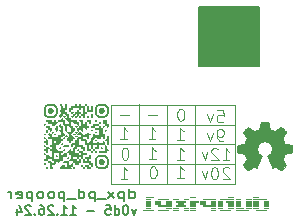
<source format=gbr>
%TF.GenerationSoftware,KiCad,Pcbnew,8.0.6*%
%TF.CreationDate,2024-12-14T19:14:03-05:00*%
%TF.ProjectId,dpx_pd_pooper,6470785f-7064-45f7-906f-6f7065722e6b,rev?*%
%TF.SameCoordinates,Original*%
%TF.FileFunction,Legend,Bot*%
%TF.FilePolarity,Positive*%
%FSLAX46Y46*%
G04 Gerber Fmt 4.6, Leading zero omitted, Abs format (unit mm)*
G04 Created by KiCad (PCBNEW 8.0.6) date 2024-12-14 19:14:03*
%MOMM*%
%LPD*%
G01*
G04 APERTURE LIST*
%ADD10C,0.000000*%
%ADD11C,0.100000*%
%ADD12C,0.200000*%
%ADD13C,0.300000*%
%ADD14C,0.150000*%
%ADD15C,0.010000*%
%ADD16C,3.500000*%
%ADD17C,2.600000*%
%ADD18R,2.600000X2.600000*%
%ADD19C,0.650000*%
%ADD20O,2.100000X1.000000*%
%ADD21O,1.600000X1.000000*%
G04 APERTURE END LIST*
D10*
G36*
X54316030Y-69832987D02*
G01*
X54347463Y-69836851D01*
X54375071Y-69843043D01*
X54400532Y-69851674D01*
X54423863Y-69862560D01*
X54445080Y-69875516D01*
X54464199Y-69890358D01*
X54481236Y-69906903D01*
X54496206Y-69924965D01*
X54509128Y-69944361D01*
X54520015Y-69964906D01*
X54528885Y-69986416D01*
X54535754Y-70008707D01*
X54540637Y-70031595D01*
X54543552Y-70054895D01*
X54544513Y-70078424D01*
X54543538Y-70101996D01*
X54540642Y-70125429D01*
X54535841Y-70148537D01*
X54529152Y-70171136D01*
X54520591Y-70193043D01*
X54510174Y-70214072D01*
X54497917Y-70234040D01*
X54483835Y-70252763D01*
X54467947Y-70270056D01*
X54450266Y-70285735D01*
X54430810Y-70299616D01*
X54409595Y-70311515D01*
X54386636Y-70321247D01*
X54361950Y-70328628D01*
X54335554Y-70333474D01*
X54307462Y-70335601D01*
X54277692Y-70334824D01*
X54246260Y-70330960D01*
X54218652Y-70324768D01*
X54193190Y-70316137D01*
X54169859Y-70305251D01*
X54148643Y-70292295D01*
X54129524Y-70277453D01*
X54112487Y-70260909D01*
X54097516Y-70242846D01*
X54084595Y-70223451D01*
X54073708Y-70202906D01*
X54064838Y-70181395D01*
X54057969Y-70159104D01*
X54053086Y-70136216D01*
X54050171Y-70112916D01*
X54049210Y-70089388D01*
X54050185Y-70065815D01*
X54053081Y-70042383D01*
X54057881Y-70019275D01*
X54064570Y-69996675D01*
X54073131Y-69974769D01*
X54083549Y-69953739D01*
X54095806Y-69933771D01*
X54109887Y-69915048D01*
X54125776Y-69897755D01*
X54143457Y-69882076D01*
X54162913Y-69868195D01*
X54184128Y-69856297D01*
X54207087Y-69846565D01*
X54231772Y-69839183D01*
X54258169Y-69834337D01*
X54286260Y-69832210D01*
X54316030Y-69832987D01*
G37*
G36*
X54316030Y-74166862D02*
G01*
X54347463Y-74170726D01*
X54375071Y-74176918D01*
X54400532Y-74185549D01*
X54423863Y-74196435D01*
X54445080Y-74209391D01*
X54464199Y-74224233D01*
X54481236Y-74240778D01*
X54496206Y-74258840D01*
X54509128Y-74278236D01*
X54520015Y-74298781D01*
X54528885Y-74320291D01*
X54535754Y-74342582D01*
X54540637Y-74365470D01*
X54543552Y-74388770D01*
X54544513Y-74412299D01*
X54543538Y-74435871D01*
X54540642Y-74459304D01*
X54535841Y-74482412D01*
X54529152Y-74505011D01*
X54520591Y-74526917D01*
X54510174Y-74547947D01*
X54497917Y-74567915D01*
X54483835Y-74586638D01*
X54467947Y-74603931D01*
X54450266Y-74619610D01*
X54430810Y-74633491D01*
X54409595Y-74645390D01*
X54386636Y-74655122D01*
X54361950Y-74662503D01*
X54335554Y-74667349D01*
X54307462Y-74669476D01*
X54277692Y-74668699D01*
X54246260Y-74664835D01*
X54218652Y-74658643D01*
X54193190Y-74650012D01*
X54169859Y-74639126D01*
X54148643Y-74626170D01*
X54129524Y-74611328D01*
X54112487Y-74594783D01*
X54097516Y-74576721D01*
X54084595Y-74557326D01*
X54073708Y-74536781D01*
X54064838Y-74515270D01*
X54057969Y-74492979D01*
X54053086Y-74470091D01*
X54050171Y-74446791D01*
X54049210Y-74423263D01*
X54050185Y-74399690D01*
X54053081Y-74376258D01*
X54057881Y-74353150D01*
X54064570Y-74330550D01*
X54073131Y-74308644D01*
X54083549Y-74287614D01*
X54095806Y-74267646D01*
X54109887Y-74248923D01*
X54125776Y-74231630D01*
X54143457Y-74215951D01*
X54162913Y-74202070D01*
X54184128Y-74190171D01*
X54207087Y-74180439D01*
X54231772Y-74173058D01*
X54258169Y-74168212D01*
X54286260Y-74166085D01*
X54316030Y-74166862D01*
G37*
G36*
X49982155Y-69832987D02*
G01*
X50013588Y-69836851D01*
X50041196Y-69843043D01*
X50066657Y-69851674D01*
X50089988Y-69862560D01*
X50111205Y-69875516D01*
X50130324Y-69890358D01*
X50147361Y-69906903D01*
X50162331Y-69924965D01*
X50175252Y-69944361D01*
X50186140Y-69964906D01*
X50195010Y-69986416D01*
X50201879Y-70008707D01*
X50206762Y-70031595D01*
X50209677Y-70054895D01*
X50210638Y-70078424D01*
X50209663Y-70101996D01*
X50206767Y-70125429D01*
X50201966Y-70148537D01*
X50195277Y-70171136D01*
X50186716Y-70193043D01*
X50176299Y-70214072D01*
X50164042Y-70234040D01*
X50149960Y-70252763D01*
X50134071Y-70270056D01*
X50116391Y-70285735D01*
X50096935Y-70299616D01*
X50075720Y-70311515D01*
X50052761Y-70321247D01*
X50028075Y-70328628D01*
X50001679Y-70333474D01*
X49973588Y-70335601D01*
X49943817Y-70334824D01*
X49912385Y-70330960D01*
X49884777Y-70324768D01*
X49859315Y-70316137D01*
X49835984Y-70305251D01*
X49814768Y-70292295D01*
X49795649Y-70277453D01*
X49778612Y-70260909D01*
X49763641Y-70242846D01*
X49750720Y-70223451D01*
X49739833Y-70202906D01*
X49730963Y-70181395D01*
X49724094Y-70159104D01*
X49719211Y-70136216D01*
X49716296Y-70112916D01*
X49715335Y-70089388D01*
X49716310Y-70065815D01*
X49719206Y-70042383D01*
X49724006Y-70019275D01*
X49730695Y-69996675D01*
X49739256Y-69974769D01*
X49749674Y-69953739D01*
X49761931Y-69933771D01*
X49776012Y-69915048D01*
X49791901Y-69897755D01*
X49809582Y-69882076D01*
X49829038Y-69868195D01*
X49850253Y-69856297D01*
X49873212Y-69846565D01*
X49897897Y-69839183D01*
X49924294Y-69834337D01*
X49952385Y-69832210D01*
X49982155Y-69832987D01*
G37*
G36*
X50475602Y-73834913D02*
G01*
X50489838Y-73837351D01*
X50496549Y-73839211D01*
X50502842Y-73841641D01*
X50508718Y-73844604D01*
X50514176Y-73848064D01*
X50519217Y-73851983D01*
X50523842Y-73856325D01*
X50528051Y-73861053D01*
X50531845Y-73866130D01*
X50535223Y-73871520D01*
X50538187Y-73877184D01*
X50540736Y-73883087D01*
X50542872Y-73889192D01*
X50544594Y-73895461D01*
X50545904Y-73901859D01*
X50546800Y-73908347D01*
X50547285Y-73914890D01*
X50547359Y-73921451D01*
X50547021Y-73927991D01*
X50546272Y-73934476D01*
X50545113Y-73940868D01*
X50543545Y-73947129D01*
X50541567Y-73953224D01*
X50539179Y-73959116D01*
X50536384Y-73964766D01*
X50533180Y-73970140D01*
X50529568Y-73975199D01*
X50525550Y-73979907D01*
X50521124Y-73984228D01*
X50516292Y-73988124D01*
X50511054Y-73991558D01*
X50505411Y-73994494D01*
X50499363Y-73996895D01*
X50485376Y-74000739D01*
X50472218Y-74002964D01*
X50459894Y-74003677D01*
X50448410Y-74002980D01*
X50437771Y-74000980D01*
X50427982Y-73997781D01*
X50419049Y-73993489D01*
X50410977Y-73988207D01*
X50403773Y-73982041D01*
X50397440Y-73975095D01*
X50391985Y-73967475D01*
X50387414Y-73959285D01*
X50383731Y-73950631D01*
X50380942Y-73941616D01*
X50379052Y-73932347D01*
X50378068Y-73922927D01*
X50377994Y-73913462D01*
X50378836Y-73904056D01*
X50380599Y-73894815D01*
X50383289Y-73885843D01*
X50386911Y-73877245D01*
X50391470Y-73869127D01*
X50396973Y-73861592D01*
X50403425Y-73854745D01*
X50410830Y-73848692D01*
X50419195Y-73843538D01*
X50428525Y-73839387D01*
X50438825Y-73836344D01*
X50450101Y-73834514D01*
X50462358Y-73834002D01*
X50475602Y-73834913D01*
G37*
G36*
X49642165Y-74835037D02*
G01*
X49656401Y-74837476D01*
X49663359Y-74839258D01*
X49670360Y-74841465D01*
X49677357Y-74844075D01*
X49684304Y-74847066D01*
X49691151Y-74850416D01*
X49697853Y-74854104D01*
X49704362Y-74858107D01*
X49710630Y-74862404D01*
X49716610Y-74866974D01*
X49722256Y-74871793D01*
X49727518Y-74876841D01*
X49732352Y-74882096D01*
X49736708Y-74887536D01*
X49740540Y-74893139D01*
X49743800Y-74898883D01*
X49746441Y-74904746D01*
X49748417Y-74910707D01*
X49749678Y-74916744D01*
X49750179Y-74922835D01*
X49749872Y-74928958D01*
X49748709Y-74935092D01*
X49746643Y-74941215D01*
X49743627Y-74947304D01*
X49739614Y-74953338D01*
X49734556Y-74959296D01*
X49728406Y-74965155D01*
X49721117Y-74970894D01*
X49712641Y-74976491D01*
X49702931Y-74981923D01*
X49691940Y-74987170D01*
X49679621Y-74992209D01*
X49665925Y-74997020D01*
X49651939Y-75000864D01*
X49638781Y-75003089D01*
X49626457Y-75003802D01*
X49614973Y-75003105D01*
X49604334Y-75001105D01*
X49594545Y-74997907D01*
X49585612Y-74993614D01*
X49577540Y-74988332D01*
X49570335Y-74982166D01*
X49564003Y-74975220D01*
X49558548Y-74967600D01*
X49553976Y-74959410D01*
X49550293Y-74950756D01*
X49547504Y-74941741D01*
X49545615Y-74932472D01*
X49544631Y-74923052D01*
X49544556Y-74913587D01*
X49545398Y-74904181D01*
X49547161Y-74894940D01*
X49549851Y-74885968D01*
X49553473Y-74877370D01*
X49558033Y-74869252D01*
X49563536Y-74861717D01*
X49569987Y-74854870D01*
X49577393Y-74848817D01*
X49585757Y-74843663D01*
X49595087Y-74839512D01*
X49605387Y-74836469D01*
X49616663Y-74834639D01*
X49628921Y-74834127D01*
X49642165Y-74835037D01*
G37*
G36*
X51975789Y-74835037D02*
G01*
X51990026Y-74837476D01*
X51996737Y-74839336D01*
X52003030Y-74841766D01*
X52008905Y-74844729D01*
X52014363Y-74848189D01*
X52019405Y-74852108D01*
X52024030Y-74856450D01*
X52028239Y-74861178D01*
X52032032Y-74866255D01*
X52035410Y-74871644D01*
X52038374Y-74877309D01*
X52040924Y-74883212D01*
X52043059Y-74889317D01*
X52044782Y-74895586D01*
X52046091Y-74901984D01*
X52046988Y-74908472D01*
X52047473Y-74915015D01*
X52047546Y-74921575D01*
X52047208Y-74928116D01*
X52046460Y-74934601D01*
X52045301Y-74940993D01*
X52043732Y-74947254D01*
X52041754Y-74953349D01*
X52039367Y-74959240D01*
X52036571Y-74964891D01*
X52033368Y-74970265D01*
X52029756Y-74975324D01*
X52025737Y-74980032D01*
X52021312Y-74984353D01*
X52016480Y-74988249D01*
X52011242Y-74991683D01*
X52005599Y-74994619D01*
X51999550Y-74997020D01*
X51985564Y-75000864D01*
X51972406Y-75003089D01*
X51960082Y-75003802D01*
X51948598Y-75003105D01*
X51937958Y-75001105D01*
X51928170Y-74997907D01*
X51919237Y-74993614D01*
X51911165Y-74988332D01*
X51903960Y-74982166D01*
X51897628Y-74975220D01*
X51892173Y-74967600D01*
X51887601Y-74959410D01*
X51883918Y-74950756D01*
X51881129Y-74941741D01*
X51879240Y-74932472D01*
X51878255Y-74923052D01*
X51878181Y-74913587D01*
X51879023Y-74904181D01*
X51880786Y-74894940D01*
X51883476Y-74885968D01*
X51887098Y-74877370D01*
X51891658Y-74869252D01*
X51897161Y-74861717D01*
X51903612Y-74854870D01*
X51911017Y-74848817D01*
X51919382Y-74843663D01*
X51928712Y-74839512D01*
X51939012Y-74836469D01*
X51950288Y-74834639D01*
X51962545Y-74834127D01*
X51975789Y-74835037D01*
G37*
G36*
X52809227Y-74835037D02*
G01*
X52823463Y-74837476D01*
X52830174Y-74839336D01*
X52836467Y-74841766D01*
X52842343Y-74844729D01*
X52847801Y-74848189D01*
X52852842Y-74852108D01*
X52857467Y-74856450D01*
X52861676Y-74861178D01*
X52865470Y-74866255D01*
X52868848Y-74871644D01*
X52871812Y-74877309D01*
X52874361Y-74883212D01*
X52876497Y-74889317D01*
X52878219Y-74895586D01*
X52879529Y-74901984D01*
X52880426Y-74908472D01*
X52880911Y-74915015D01*
X52880984Y-74921575D01*
X52880646Y-74928116D01*
X52879898Y-74934601D01*
X52878739Y-74940993D01*
X52877170Y-74947254D01*
X52875192Y-74953349D01*
X52872805Y-74959240D01*
X52870009Y-74964891D01*
X52866805Y-74970265D01*
X52863194Y-74975324D01*
X52859175Y-74980032D01*
X52854750Y-74984353D01*
X52849918Y-74988249D01*
X52844680Y-74991683D01*
X52839037Y-74994619D01*
X52832988Y-74997020D01*
X52819001Y-75000864D01*
X52805844Y-75003089D01*
X52793520Y-75003802D01*
X52782035Y-75003105D01*
X52771396Y-75001105D01*
X52761607Y-74997907D01*
X52752674Y-74993614D01*
X52744603Y-74988332D01*
X52737398Y-74982166D01*
X52731065Y-74975220D01*
X52725611Y-74967600D01*
X52721039Y-74959410D01*
X52717356Y-74950756D01*
X52714567Y-74941741D01*
X52712678Y-74932472D01*
X52711693Y-74923052D01*
X52711619Y-74913587D01*
X52712461Y-74904181D01*
X52714224Y-74894940D01*
X52716914Y-74885968D01*
X52720536Y-74877370D01*
X52725095Y-74869252D01*
X52730598Y-74861717D01*
X52737050Y-74854870D01*
X52744455Y-74848817D01*
X52752820Y-74843663D01*
X52762150Y-74839512D01*
X52772450Y-74836469D01*
X52783726Y-74834639D01*
X52795983Y-74834127D01*
X52809227Y-74835037D01*
G37*
G36*
X52975914Y-69501038D02*
G01*
X52990150Y-69503476D01*
X52997108Y-69505258D01*
X53004110Y-69507465D01*
X53011107Y-69510075D01*
X53018053Y-69513066D01*
X53024901Y-69516416D01*
X53031603Y-69520104D01*
X53038112Y-69524107D01*
X53044380Y-69528405D01*
X53050360Y-69532974D01*
X53056006Y-69537794D01*
X53061269Y-69542842D01*
X53066102Y-69548096D01*
X53070458Y-69553536D01*
X53074290Y-69559139D01*
X53077550Y-69564883D01*
X53080192Y-69570746D01*
X53082167Y-69576707D01*
X53083428Y-69582744D01*
X53083929Y-69588835D01*
X53083622Y-69594959D01*
X53082459Y-69601093D01*
X53080393Y-69607215D01*
X53077377Y-69613304D01*
X53073364Y-69619339D01*
X53068306Y-69625296D01*
X53062156Y-69631155D01*
X53054867Y-69636894D01*
X53046391Y-69642491D01*
X53036682Y-69647923D01*
X53025691Y-69653170D01*
X53013371Y-69658210D01*
X52999676Y-69663020D01*
X52985689Y-69666864D01*
X52972531Y-69669089D01*
X52960207Y-69669802D01*
X52948723Y-69669105D01*
X52938084Y-69667105D01*
X52928295Y-69663907D01*
X52919362Y-69659614D01*
X52911290Y-69654332D01*
X52904085Y-69648166D01*
X52897753Y-69641220D01*
X52892298Y-69633600D01*
X52887727Y-69625410D01*
X52884044Y-69616756D01*
X52881255Y-69607741D01*
X52879365Y-69598472D01*
X52878381Y-69589052D01*
X52878307Y-69579587D01*
X52879148Y-69570182D01*
X52880911Y-69560940D01*
X52883601Y-69551968D01*
X52887223Y-69543371D01*
X52891783Y-69535252D01*
X52897286Y-69527717D01*
X52903737Y-69520870D01*
X52911143Y-69514817D01*
X52919507Y-69509663D01*
X52928837Y-69505512D01*
X52939137Y-69502469D01*
X52950413Y-69500639D01*
X52962670Y-69500127D01*
X52975914Y-69501038D01*
G37*
G36*
X52642539Y-74668350D02*
G01*
X52656775Y-74670788D01*
X52663487Y-74672648D01*
X52669780Y-74675079D01*
X52675655Y-74678042D01*
X52681114Y-74681502D01*
X52686155Y-74685421D01*
X52690780Y-74689763D01*
X52694989Y-74694491D01*
X52698782Y-74699568D01*
X52702161Y-74704957D01*
X52705124Y-74710622D01*
X52707674Y-74716525D01*
X52709810Y-74722629D01*
X52711532Y-74728899D01*
X52712841Y-74735296D01*
X52713738Y-74741785D01*
X52714223Y-74748328D01*
X52714297Y-74754888D01*
X52713959Y-74761429D01*
X52713210Y-74767914D01*
X52712051Y-74774305D01*
X52710483Y-74780567D01*
X52708504Y-74786662D01*
X52706117Y-74792553D01*
X52703322Y-74798204D01*
X52700118Y-74803577D01*
X52696506Y-74808637D01*
X52692488Y-74813345D01*
X52688062Y-74817666D01*
X52683230Y-74821561D01*
X52677992Y-74824996D01*
X52672349Y-74827932D01*
X52666301Y-74830332D01*
X52652314Y-74834176D01*
X52639156Y-74836402D01*
X52626832Y-74837114D01*
X52615348Y-74836418D01*
X52604709Y-74834418D01*
X52594920Y-74831219D01*
X52585987Y-74826926D01*
X52577915Y-74821644D01*
X52570711Y-74815478D01*
X52564378Y-74808533D01*
X52558923Y-74800913D01*
X52554352Y-74792723D01*
X52550669Y-74784068D01*
X52547880Y-74775054D01*
X52545990Y-74765784D01*
X52545006Y-74756365D01*
X52544932Y-74746900D01*
X52545773Y-74737494D01*
X52547536Y-74728253D01*
X52550226Y-74719281D01*
X52553848Y-74710683D01*
X52558408Y-74702564D01*
X52563911Y-74695029D01*
X52570362Y-74688183D01*
X52577768Y-74682130D01*
X52586132Y-74676976D01*
X52595462Y-74672824D01*
X52605762Y-74669782D01*
X52617038Y-74667952D01*
X52629295Y-74667440D01*
X52642539Y-74668350D01*
G37*
G36*
X50808977Y-69501038D02*
G01*
X50823213Y-69503476D01*
X50830171Y-69505258D01*
X50837172Y-69507465D01*
X50844170Y-69510075D01*
X50851116Y-69513066D01*
X50857963Y-69516416D01*
X50864665Y-69520104D01*
X50871174Y-69524107D01*
X50877442Y-69528405D01*
X50883422Y-69532974D01*
X50889068Y-69537794D01*
X50894331Y-69542842D01*
X50899164Y-69548096D01*
X50903520Y-69553536D01*
X50907352Y-69559139D01*
X50910612Y-69564883D01*
X50913254Y-69570746D01*
X50915229Y-69576707D01*
X50916490Y-69582744D01*
X50916991Y-69588835D01*
X50916684Y-69594959D01*
X50915521Y-69601093D01*
X50913455Y-69607215D01*
X50910439Y-69613304D01*
X50906426Y-69619339D01*
X50901368Y-69625296D01*
X50895218Y-69631155D01*
X50887929Y-69636894D01*
X50879453Y-69642491D01*
X50869744Y-69647923D01*
X50858753Y-69653170D01*
X50846433Y-69658210D01*
X50832738Y-69663020D01*
X50818751Y-69666864D01*
X50805593Y-69669089D01*
X50793269Y-69669802D01*
X50781785Y-69669105D01*
X50771146Y-69667105D01*
X50761357Y-69663907D01*
X50752424Y-69659614D01*
X50744352Y-69654332D01*
X50737148Y-69648166D01*
X50730815Y-69641220D01*
X50725360Y-69633600D01*
X50720789Y-69625410D01*
X50717106Y-69616756D01*
X50714317Y-69607741D01*
X50712427Y-69598472D01*
X50711443Y-69589052D01*
X50711369Y-69579587D01*
X50712211Y-69570182D01*
X50713974Y-69560940D01*
X50716664Y-69551968D01*
X50720286Y-69543371D01*
X50724845Y-69535252D01*
X50730348Y-69527717D01*
X50736800Y-69520870D01*
X50744205Y-69514817D01*
X50752570Y-69509663D01*
X50761900Y-69505512D01*
X50772200Y-69502469D01*
X50783476Y-69500639D01*
X50795733Y-69500127D01*
X50808977Y-69501038D01*
G37*
G36*
X49475477Y-74501662D02*
G01*
X49489713Y-74504101D01*
X49496424Y-74505961D01*
X49502717Y-74508391D01*
X49508593Y-74511354D01*
X49514051Y-74514814D01*
X49519092Y-74518733D01*
X49523717Y-74523075D01*
X49527926Y-74527803D01*
X49531720Y-74532880D01*
X49535098Y-74538270D01*
X49538062Y-74543934D01*
X49540611Y-74549837D01*
X49542747Y-74555942D01*
X49544469Y-74562211D01*
X49545779Y-74568609D01*
X49546676Y-74575097D01*
X49547160Y-74581640D01*
X49547234Y-74588201D01*
X49546896Y-74594741D01*
X49546147Y-74601226D01*
X49544989Y-74607618D01*
X49543420Y-74613879D01*
X49541442Y-74619974D01*
X49539055Y-74625865D01*
X49536259Y-74631516D01*
X49533055Y-74636890D01*
X49529444Y-74641949D01*
X49525425Y-74646657D01*
X49520999Y-74650978D01*
X49516167Y-74654874D01*
X49510930Y-74658308D01*
X49505286Y-74661244D01*
X49499238Y-74663645D01*
X49485251Y-74667489D01*
X49472093Y-74669714D01*
X49459769Y-74670427D01*
X49448285Y-74669730D01*
X49437646Y-74667730D01*
X49427857Y-74664531D01*
X49418924Y-74660239D01*
X49410853Y-74654957D01*
X49403648Y-74648791D01*
X49397315Y-74641845D01*
X49391860Y-74634225D01*
X49387289Y-74626035D01*
X49383606Y-74617381D01*
X49380817Y-74608366D01*
X49378927Y-74599097D01*
X49377943Y-74589677D01*
X49377869Y-74580212D01*
X49378711Y-74570806D01*
X49380474Y-74561565D01*
X49383164Y-74552593D01*
X49386786Y-74543995D01*
X49391345Y-74535877D01*
X49396848Y-74528341D01*
X49403300Y-74521495D01*
X49410705Y-74515442D01*
X49419070Y-74510288D01*
X49428400Y-74506137D01*
X49438700Y-74503094D01*
X49449976Y-74501264D01*
X49462233Y-74500752D01*
X49475477Y-74501662D01*
G37*
G36*
X51809102Y-70167788D02*
G01*
X51823338Y-70170226D01*
X51830296Y-70172008D01*
X51837297Y-70174215D01*
X51844295Y-70176825D01*
X51851241Y-70179816D01*
X51858088Y-70183166D01*
X51864790Y-70186854D01*
X51871299Y-70190857D01*
X51877567Y-70195155D01*
X51883547Y-70199724D01*
X51889193Y-70204544D01*
X51894456Y-70209592D01*
X51899289Y-70214846D01*
X51903645Y-70220286D01*
X51907477Y-70225889D01*
X51910737Y-70231633D01*
X51913379Y-70237496D01*
X51915354Y-70243457D01*
X51916615Y-70249494D01*
X51917116Y-70255585D01*
X51916809Y-70261709D01*
X51915646Y-70267843D01*
X51913580Y-70273965D01*
X51910564Y-70280054D01*
X51906551Y-70286089D01*
X51901493Y-70292046D01*
X51895343Y-70297905D01*
X51888054Y-70303644D01*
X51879578Y-70309241D01*
X51869869Y-70314673D01*
X51858878Y-70319920D01*
X51846558Y-70324960D01*
X51832863Y-70329770D01*
X51818876Y-70333614D01*
X51805718Y-70335839D01*
X51793394Y-70336552D01*
X51781910Y-70335855D01*
X51771271Y-70333855D01*
X51761482Y-70330657D01*
X51752549Y-70326364D01*
X51744477Y-70321082D01*
X51737273Y-70314916D01*
X51730940Y-70307970D01*
X51725485Y-70300350D01*
X51720914Y-70292160D01*
X51717231Y-70283506D01*
X51714442Y-70274491D01*
X51712552Y-70265222D01*
X51711568Y-70255802D01*
X51711494Y-70246337D01*
X51712336Y-70236931D01*
X51714099Y-70227690D01*
X51716788Y-70218718D01*
X51720411Y-70210120D01*
X51724970Y-70202002D01*
X51730473Y-70194467D01*
X51736925Y-70187620D01*
X51744330Y-70181567D01*
X51752695Y-70176413D01*
X51762025Y-70172262D01*
X51772325Y-70169219D01*
X51783601Y-70167389D01*
X51795858Y-70166877D01*
X51809102Y-70167788D01*
G37*
G36*
X51975789Y-70334475D02*
G01*
X51990026Y-70336913D01*
X51996983Y-70338696D01*
X52003985Y-70340903D01*
X52010982Y-70343513D01*
X52017928Y-70346504D01*
X52024776Y-70349854D01*
X52031478Y-70353541D01*
X52037986Y-70357545D01*
X52044255Y-70361842D01*
X52050235Y-70366412D01*
X52055880Y-70371231D01*
X52061143Y-70376279D01*
X52065977Y-70381534D01*
X52070333Y-70386974D01*
X52074165Y-70392576D01*
X52077425Y-70398320D01*
X52080066Y-70404184D01*
X52082041Y-70410145D01*
X52083303Y-70416182D01*
X52083804Y-70422273D01*
X52083496Y-70428396D01*
X52082333Y-70434530D01*
X52080268Y-70440652D01*
X52077252Y-70446742D01*
X52073239Y-70452776D01*
X52068181Y-70458734D01*
X52062031Y-70464593D01*
X52054742Y-70470332D01*
X52046266Y-70475928D01*
X52036556Y-70481361D01*
X52025565Y-70486608D01*
X52013246Y-70491647D01*
X51999550Y-70496457D01*
X51985564Y-70500301D01*
X51972406Y-70502527D01*
X51960082Y-70503239D01*
X51948598Y-70502543D01*
X51937958Y-70500543D01*
X51928170Y-70497344D01*
X51919237Y-70493051D01*
X51911165Y-70487769D01*
X51903960Y-70481603D01*
X51897628Y-70474658D01*
X51892173Y-70467038D01*
X51887601Y-70458848D01*
X51883918Y-70450193D01*
X51881129Y-70441179D01*
X51879240Y-70431909D01*
X51878255Y-70422490D01*
X51878181Y-70413025D01*
X51879023Y-70403619D01*
X51880786Y-70394378D01*
X51883476Y-70385406D01*
X51887098Y-70376808D01*
X51891658Y-70368689D01*
X51897161Y-70361154D01*
X51903612Y-70354308D01*
X51911017Y-70348255D01*
X51919382Y-70343101D01*
X51928712Y-70338949D01*
X51939012Y-70335907D01*
X51950288Y-70334077D01*
X51962545Y-70333565D01*
X51975789Y-70334475D01*
G37*
G36*
X53142602Y-70501163D02*
G01*
X53156838Y-70503601D01*
X53163796Y-70505383D01*
X53170797Y-70507590D01*
X53177795Y-70510200D01*
X53184741Y-70513191D01*
X53191589Y-70516541D01*
X53198290Y-70520229D01*
X53204799Y-70524232D01*
X53211067Y-70528530D01*
X53217048Y-70533099D01*
X53222693Y-70537919D01*
X53227956Y-70542967D01*
X53232789Y-70548221D01*
X53237145Y-70553661D01*
X53240977Y-70559264D01*
X53244238Y-70565008D01*
X53246879Y-70570871D01*
X53248854Y-70576832D01*
X53250116Y-70582869D01*
X53250617Y-70588960D01*
X53250309Y-70595084D01*
X53249146Y-70601218D01*
X53247081Y-70607340D01*
X53244065Y-70613429D01*
X53240052Y-70619464D01*
X53234994Y-70625421D01*
X53228844Y-70631280D01*
X53221555Y-70637019D01*
X53213079Y-70642616D01*
X53203369Y-70648048D01*
X53192378Y-70653295D01*
X53180059Y-70658335D01*
X53166363Y-70663145D01*
X53152376Y-70666989D01*
X53139219Y-70669214D01*
X53126895Y-70669927D01*
X53115410Y-70669230D01*
X53104771Y-70667230D01*
X53094982Y-70664032D01*
X53086049Y-70659739D01*
X53077978Y-70654457D01*
X53070773Y-70648291D01*
X53064440Y-70641345D01*
X53058986Y-70633725D01*
X53054414Y-70625535D01*
X53050731Y-70616881D01*
X53047942Y-70607866D01*
X53046053Y-70598597D01*
X53045068Y-70589177D01*
X53044994Y-70579712D01*
X53045836Y-70570306D01*
X53047599Y-70561065D01*
X53050289Y-70552093D01*
X53053911Y-70543495D01*
X53058470Y-70535377D01*
X53063973Y-70527842D01*
X53070425Y-70520995D01*
X53077830Y-70514942D01*
X53086195Y-70509788D01*
X53095525Y-70505637D01*
X53105825Y-70502594D01*
X53117101Y-70500764D01*
X53129358Y-70500252D01*
X53142602Y-70501163D01*
G37*
G36*
X52475852Y-70501163D02*
G01*
X52490088Y-70503601D01*
X52497046Y-70505383D01*
X52504047Y-70507590D01*
X52511045Y-70510200D01*
X52517991Y-70513191D01*
X52524839Y-70516541D01*
X52531540Y-70520229D01*
X52538049Y-70524232D01*
X52544317Y-70528530D01*
X52550298Y-70533099D01*
X52555943Y-70537919D01*
X52561206Y-70542967D01*
X52566039Y-70548221D01*
X52570396Y-70553661D01*
X52574227Y-70559264D01*
X52577488Y-70565008D01*
X52580129Y-70570871D01*
X52582104Y-70576832D01*
X52583366Y-70582869D01*
X52583867Y-70588960D01*
X52583559Y-70595084D01*
X52582396Y-70601218D01*
X52580331Y-70607340D01*
X52577315Y-70613429D01*
X52573302Y-70619464D01*
X52568244Y-70625421D01*
X52562094Y-70631280D01*
X52554805Y-70637019D01*
X52546329Y-70642616D01*
X52536619Y-70648048D01*
X52525628Y-70653295D01*
X52513309Y-70658335D01*
X52499613Y-70663145D01*
X52485627Y-70666989D01*
X52472469Y-70669214D01*
X52460145Y-70669927D01*
X52448660Y-70669230D01*
X52438021Y-70667230D01*
X52428232Y-70664032D01*
X52419299Y-70659739D01*
X52411228Y-70654457D01*
X52404023Y-70648291D01*
X52397691Y-70641345D01*
X52392236Y-70633725D01*
X52387664Y-70625535D01*
X52383981Y-70616881D01*
X52381192Y-70607866D01*
X52379303Y-70598597D01*
X52378318Y-70589177D01*
X52378244Y-70579712D01*
X52379086Y-70570306D01*
X52380849Y-70561065D01*
X52383539Y-70552093D01*
X52387161Y-70543495D01*
X52391721Y-70535377D01*
X52397223Y-70527842D01*
X52403675Y-70520995D01*
X52411080Y-70514942D01*
X52419445Y-70509788D01*
X52428775Y-70505637D01*
X52439075Y-70502594D01*
X52450351Y-70500764D01*
X52462608Y-70500252D01*
X52475852Y-70501163D01*
G37*
G36*
X51475727Y-74001600D02*
G01*
X51489963Y-74004038D01*
X51496674Y-74005898D01*
X51502967Y-74008329D01*
X51508843Y-74011292D01*
X51514301Y-74014752D01*
X51519342Y-74018671D01*
X51523967Y-74023013D01*
X51528176Y-74027741D01*
X51531969Y-74032818D01*
X51535348Y-74038207D01*
X51538312Y-74043872D01*
X51540861Y-74049775D01*
X51542997Y-74055879D01*
X51544719Y-74062149D01*
X51546028Y-74068546D01*
X51546925Y-74075035D01*
X51547410Y-74081578D01*
X51547484Y-74088138D01*
X51547146Y-74094679D01*
X51546397Y-74101164D01*
X51545238Y-74107555D01*
X51543670Y-74113817D01*
X51541692Y-74119912D01*
X51539304Y-74125803D01*
X51536509Y-74131454D01*
X51533305Y-74136827D01*
X51529693Y-74141887D01*
X51525675Y-74146595D01*
X51521249Y-74150915D01*
X51516417Y-74154811D01*
X51511179Y-74158245D01*
X51505536Y-74161181D01*
X51499488Y-74163582D01*
X51485501Y-74167426D01*
X51472343Y-74169652D01*
X51460019Y-74170364D01*
X51448535Y-74169668D01*
X51437896Y-74167668D01*
X51428107Y-74164469D01*
X51419174Y-74160176D01*
X51411102Y-74154894D01*
X51403898Y-74148728D01*
X51397565Y-74141783D01*
X51392110Y-74134163D01*
X51387539Y-74125973D01*
X51383856Y-74117318D01*
X51381067Y-74108304D01*
X51379177Y-74099034D01*
X51378193Y-74089615D01*
X51378119Y-74080150D01*
X51378961Y-74070744D01*
X51380724Y-74061503D01*
X51383414Y-74052531D01*
X51387036Y-74043933D01*
X51391595Y-74035814D01*
X51397098Y-74028279D01*
X51403550Y-74021433D01*
X51410955Y-74015380D01*
X51419320Y-74010226D01*
X51428650Y-74006075D01*
X51438950Y-74003032D01*
X51450226Y-74001202D01*
X51462483Y-74000690D01*
X51475727Y-74001600D01*
G37*
G36*
X52142477Y-70501163D02*
G01*
X52156713Y-70503601D01*
X52163671Y-70505383D01*
X52170672Y-70507590D01*
X52177670Y-70510200D01*
X52184616Y-70513191D01*
X52191464Y-70516541D01*
X52198165Y-70520229D01*
X52204674Y-70524232D01*
X52210942Y-70528530D01*
X52216923Y-70533099D01*
X52222568Y-70537919D01*
X52227831Y-70542967D01*
X52232664Y-70548221D01*
X52237020Y-70553661D01*
X52240852Y-70559264D01*
X52244113Y-70565008D01*
X52246754Y-70570871D01*
X52248729Y-70576832D01*
X52249991Y-70582869D01*
X52250491Y-70588960D01*
X52250184Y-70595084D01*
X52249021Y-70601218D01*
X52246955Y-70607340D01*
X52243940Y-70613429D01*
X52239926Y-70619464D01*
X52234869Y-70625421D01*
X52228719Y-70631280D01*
X52221430Y-70637019D01*
X52212954Y-70642616D01*
X52203244Y-70648048D01*
X52192253Y-70653295D01*
X52179933Y-70658335D01*
X52166238Y-70663145D01*
X52152251Y-70666989D01*
X52139093Y-70669214D01*
X52126770Y-70669927D01*
X52115285Y-70669230D01*
X52104646Y-70667230D01*
X52094857Y-70664032D01*
X52085924Y-70659739D01*
X52077853Y-70654457D01*
X52070648Y-70648291D01*
X52064315Y-70641345D01*
X52058861Y-70633725D01*
X52054289Y-70625535D01*
X52050606Y-70616881D01*
X52047817Y-70607866D01*
X52045928Y-70598597D01*
X52044943Y-70589177D01*
X52044869Y-70579712D01*
X52045711Y-70570306D01*
X52047474Y-70561065D01*
X52050164Y-70552093D01*
X52053786Y-70543495D01*
X52058346Y-70535377D01*
X52063848Y-70527842D01*
X52070300Y-70520995D01*
X52077705Y-70514942D01*
X52086070Y-70509788D01*
X52095400Y-70505637D01*
X52105700Y-70502594D01*
X52116976Y-70500764D01*
X52129233Y-70500252D01*
X52142477Y-70501163D01*
G37*
G36*
X51809102Y-70501163D02*
G01*
X51823338Y-70503601D01*
X51830296Y-70505383D01*
X51837297Y-70507590D01*
X51844295Y-70510200D01*
X51851241Y-70513191D01*
X51858088Y-70516541D01*
X51864790Y-70520229D01*
X51871299Y-70524232D01*
X51877567Y-70528530D01*
X51883547Y-70533099D01*
X51889193Y-70537919D01*
X51894456Y-70542967D01*
X51899289Y-70548221D01*
X51903645Y-70553661D01*
X51907477Y-70559264D01*
X51910737Y-70565008D01*
X51913379Y-70570871D01*
X51915354Y-70576832D01*
X51916615Y-70582869D01*
X51917116Y-70588960D01*
X51916809Y-70595084D01*
X51915646Y-70601218D01*
X51913580Y-70607340D01*
X51910564Y-70613429D01*
X51906551Y-70619464D01*
X51901493Y-70625421D01*
X51895343Y-70631280D01*
X51888054Y-70637019D01*
X51879578Y-70642616D01*
X51869869Y-70648048D01*
X51858878Y-70653295D01*
X51846558Y-70658335D01*
X51832863Y-70663145D01*
X51818876Y-70666989D01*
X51805718Y-70669214D01*
X51793394Y-70669927D01*
X51781910Y-70669230D01*
X51771271Y-70667230D01*
X51761482Y-70664032D01*
X51752549Y-70659739D01*
X51744477Y-70654457D01*
X51737273Y-70648291D01*
X51730940Y-70641345D01*
X51725485Y-70633725D01*
X51720914Y-70625535D01*
X51717231Y-70616881D01*
X51714442Y-70607866D01*
X51712552Y-70598597D01*
X51711568Y-70589177D01*
X51711494Y-70579712D01*
X51712336Y-70570306D01*
X51714099Y-70561065D01*
X51716788Y-70552093D01*
X51720411Y-70543495D01*
X51724970Y-70535377D01*
X51730473Y-70527842D01*
X51736925Y-70520995D01*
X51744330Y-70514942D01*
X51752695Y-70509788D01*
X51762025Y-70505637D01*
X51772325Y-70502594D01*
X51783601Y-70500764D01*
X51795858Y-70500252D01*
X51809102Y-70501163D01*
G37*
G36*
X49475477Y-73668225D02*
G01*
X49489713Y-73670663D01*
X49496424Y-73672523D01*
X49502717Y-73674954D01*
X49508593Y-73677917D01*
X49514051Y-73681377D01*
X49519092Y-73685296D01*
X49523717Y-73689638D01*
X49527926Y-73694366D01*
X49531720Y-73699443D01*
X49535098Y-73704832D01*
X49538062Y-73710497D01*
X49540611Y-73716400D01*
X49542747Y-73722504D01*
X49544469Y-73728774D01*
X49545779Y-73735171D01*
X49546676Y-73741660D01*
X49547160Y-73748203D01*
X49547234Y-73754763D01*
X49546896Y-73761304D01*
X49546147Y-73767789D01*
X49544989Y-73774180D01*
X49543420Y-73780442D01*
X49541442Y-73786537D01*
X49539055Y-73792428D01*
X49536259Y-73798079D01*
X49533055Y-73803452D01*
X49529444Y-73808512D01*
X49525425Y-73813220D01*
X49520999Y-73817540D01*
X49516167Y-73821436D01*
X49510930Y-73824870D01*
X49505286Y-73827806D01*
X49499238Y-73830207D01*
X49485251Y-73834051D01*
X49472093Y-73836277D01*
X49459769Y-73836989D01*
X49448285Y-73836293D01*
X49437646Y-73834293D01*
X49427857Y-73831094D01*
X49418924Y-73826801D01*
X49410853Y-73821519D01*
X49403648Y-73815353D01*
X49397315Y-73808408D01*
X49391860Y-73800788D01*
X49387289Y-73792598D01*
X49383606Y-73783943D01*
X49380817Y-73774929D01*
X49378927Y-73765659D01*
X49377943Y-73756240D01*
X49377869Y-73746775D01*
X49378711Y-73737369D01*
X49380474Y-73728128D01*
X49383164Y-73719156D01*
X49386786Y-73710558D01*
X49391345Y-73702439D01*
X49396848Y-73694904D01*
X49403300Y-73688058D01*
X49410705Y-73682005D01*
X49419070Y-73676851D01*
X49428400Y-73672700D01*
X49438700Y-73669657D01*
X49449976Y-73667827D01*
X49462233Y-73667315D01*
X49475477Y-73668225D01*
G37*
G36*
X51142352Y-70501163D02*
G01*
X51156588Y-70503601D01*
X51163546Y-70505383D01*
X51170547Y-70507590D01*
X51177545Y-70510200D01*
X51184491Y-70513191D01*
X51191338Y-70516541D01*
X51198040Y-70520229D01*
X51204549Y-70524232D01*
X51210817Y-70528530D01*
X51216797Y-70533099D01*
X51222443Y-70537919D01*
X51227706Y-70542967D01*
X51232539Y-70548221D01*
X51236895Y-70553661D01*
X51240727Y-70559264D01*
X51243987Y-70565008D01*
X51246629Y-70570871D01*
X51248604Y-70576832D01*
X51249865Y-70582869D01*
X51250366Y-70588960D01*
X51250059Y-70595084D01*
X51248896Y-70601218D01*
X51246830Y-70607340D01*
X51243814Y-70613429D01*
X51239801Y-70619464D01*
X51234743Y-70625421D01*
X51228593Y-70631280D01*
X51221304Y-70637019D01*
X51212828Y-70642616D01*
X51203119Y-70648048D01*
X51192128Y-70653295D01*
X51179808Y-70658335D01*
X51166113Y-70663145D01*
X51152126Y-70666989D01*
X51138968Y-70669214D01*
X51126644Y-70669927D01*
X51115160Y-70669230D01*
X51104521Y-70667230D01*
X51094732Y-70664032D01*
X51085799Y-70659739D01*
X51077727Y-70654457D01*
X51070523Y-70648291D01*
X51064190Y-70641345D01*
X51058735Y-70633725D01*
X51054164Y-70625535D01*
X51050481Y-70616881D01*
X51047692Y-70607866D01*
X51045802Y-70598597D01*
X51044818Y-70589177D01*
X51044744Y-70579712D01*
X51045586Y-70570306D01*
X51047349Y-70561065D01*
X51050039Y-70552093D01*
X51053661Y-70543495D01*
X51058220Y-70535377D01*
X51063723Y-70527842D01*
X51070175Y-70520995D01*
X51077580Y-70514942D01*
X51085945Y-70509788D01*
X51095275Y-70505637D01*
X51105575Y-70502594D01*
X51116851Y-70500764D01*
X51129108Y-70500252D01*
X51142352Y-70501163D01*
G37*
G36*
X53475977Y-73501538D02*
G01*
X53490213Y-73503976D01*
X53497171Y-73505758D01*
X53504172Y-73507965D01*
X53511170Y-73510575D01*
X53518116Y-73513566D01*
X53524964Y-73516916D01*
X53531665Y-73520604D01*
X53538174Y-73524607D01*
X53544442Y-73528904D01*
X53550423Y-73533474D01*
X53556068Y-73538293D01*
X53561331Y-73543342D01*
X53566164Y-73548596D01*
X53570520Y-73554036D01*
X53574352Y-73559639D01*
X53577613Y-73565383D01*
X53580254Y-73571246D01*
X53582229Y-73577207D01*
X53583491Y-73583244D01*
X53583992Y-73589335D01*
X53583684Y-73595459D01*
X53582521Y-73601592D01*
X53580456Y-73607715D01*
X53577440Y-73613804D01*
X53573427Y-73619838D01*
X53568369Y-73625796D01*
X53562219Y-73631655D01*
X53554930Y-73637394D01*
X53546454Y-73642991D01*
X53536744Y-73648423D01*
X53525753Y-73653670D01*
X53513433Y-73658710D01*
X53499738Y-73663520D01*
X53485751Y-73667364D01*
X53472593Y-73669589D01*
X53460270Y-73670302D01*
X53448785Y-73669605D01*
X53438146Y-73667605D01*
X53428357Y-73664407D01*
X53419424Y-73660114D01*
X53411353Y-73654832D01*
X53404148Y-73648666D01*
X53397815Y-73641720D01*
X53392361Y-73634100D01*
X53387789Y-73625910D01*
X53384106Y-73617256D01*
X53381317Y-73608241D01*
X53379428Y-73598972D01*
X53378443Y-73589552D01*
X53378369Y-73580087D01*
X53379211Y-73570681D01*
X53380974Y-73561440D01*
X53383664Y-73552468D01*
X53387286Y-73543870D01*
X53391845Y-73535752D01*
X53397348Y-73528217D01*
X53403800Y-73521370D01*
X53411205Y-73515317D01*
X53419570Y-73510163D01*
X53428900Y-73506012D01*
X53439200Y-73502969D01*
X53450476Y-73501139D01*
X53462733Y-73500627D01*
X53475977Y-73501538D01*
G37*
G36*
X53809352Y-73501538D02*
G01*
X53823588Y-73503976D01*
X53830546Y-73505758D01*
X53837547Y-73507965D01*
X53844545Y-73510575D01*
X53851491Y-73513566D01*
X53858339Y-73516916D01*
X53865040Y-73520604D01*
X53871549Y-73524607D01*
X53877817Y-73528904D01*
X53883798Y-73533474D01*
X53889443Y-73538293D01*
X53894706Y-73543342D01*
X53899539Y-73548596D01*
X53903895Y-73554036D01*
X53907727Y-73559639D01*
X53910988Y-73565383D01*
X53913629Y-73571246D01*
X53915604Y-73577207D01*
X53916866Y-73583244D01*
X53917366Y-73589335D01*
X53917059Y-73595459D01*
X53915896Y-73601592D01*
X53913830Y-73607715D01*
X53910815Y-73613804D01*
X53906802Y-73619838D01*
X53901744Y-73625796D01*
X53895594Y-73631655D01*
X53888305Y-73637394D01*
X53879829Y-73642991D01*
X53870119Y-73648423D01*
X53859128Y-73653670D01*
X53846808Y-73658710D01*
X53833113Y-73663520D01*
X53819126Y-73667364D01*
X53805968Y-73669589D01*
X53793645Y-73670302D01*
X53782160Y-73669605D01*
X53771521Y-73667605D01*
X53761732Y-73664407D01*
X53752799Y-73660114D01*
X53744728Y-73654832D01*
X53737523Y-73648666D01*
X53731190Y-73641720D01*
X53725736Y-73634100D01*
X53721164Y-73625910D01*
X53717481Y-73617256D01*
X53714692Y-73608241D01*
X53712803Y-73598972D01*
X53711818Y-73589552D01*
X53711744Y-73580087D01*
X53712586Y-73570681D01*
X53714349Y-73561440D01*
X53717039Y-73552468D01*
X53720661Y-73543870D01*
X53725220Y-73535752D01*
X53730723Y-73528217D01*
X53737175Y-73521370D01*
X53744580Y-73515317D01*
X53752945Y-73510163D01*
X53762275Y-73506012D01*
X53772575Y-73502969D01*
X53783851Y-73501139D01*
X53796108Y-73500627D01*
X53809352Y-73501538D01*
G37*
G36*
X51142352Y-73334850D02*
G01*
X51156588Y-73337288D01*
X51163299Y-73339149D01*
X51169592Y-73341579D01*
X51175468Y-73344542D01*
X51180926Y-73348002D01*
X51185967Y-73351921D01*
X51190592Y-73356263D01*
X51194801Y-73360991D01*
X51198595Y-73366068D01*
X51201973Y-73371457D01*
X51204937Y-73377122D01*
X51207486Y-73383025D01*
X51209622Y-73389129D01*
X51211344Y-73395399D01*
X51212653Y-73401796D01*
X51213550Y-73408285D01*
X51214035Y-73414828D01*
X51214109Y-73421388D01*
X51213771Y-73427929D01*
X51213022Y-73434414D01*
X51211863Y-73440805D01*
X51210295Y-73447067D01*
X51208317Y-73453162D01*
X51205929Y-73459053D01*
X51203134Y-73464704D01*
X51199930Y-73470077D01*
X51196318Y-73475137D01*
X51192300Y-73479845D01*
X51187874Y-73484165D01*
X51183042Y-73488061D01*
X51177804Y-73491495D01*
X51172161Y-73494431D01*
X51166113Y-73496832D01*
X51152126Y-73500676D01*
X51138968Y-73502902D01*
X51126644Y-73503614D01*
X51115160Y-73502918D01*
X51104521Y-73500918D01*
X51094732Y-73497719D01*
X51085799Y-73493426D01*
X51077727Y-73488144D01*
X51070523Y-73481978D01*
X51064190Y-73475033D01*
X51058735Y-73467413D01*
X51054164Y-73459223D01*
X51050481Y-73450568D01*
X51047692Y-73441554D01*
X51045802Y-73432284D01*
X51044818Y-73422865D01*
X51044744Y-73413400D01*
X51045586Y-73403994D01*
X51047349Y-73394753D01*
X51050039Y-73385781D01*
X51053661Y-73377183D01*
X51058220Y-73369064D01*
X51063723Y-73361529D01*
X51070175Y-73354683D01*
X51077580Y-73348630D01*
X51085945Y-73343476D01*
X51095275Y-73339325D01*
X51105575Y-73336282D01*
X51116851Y-73334452D01*
X51129108Y-73333940D01*
X51142352Y-73334850D01*
G37*
G36*
X53809352Y-70834538D02*
G01*
X53823588Y-70836976D01*
X53830546Y-70838758D01*
X53837547Y-70840965D01*
X53844545Y-70843575D01*
X53851491Y-70846566D01*
X53858339Y-70849916D01*
X53865040Y-70853604D01*
X53871549Y-70857607D01*
X53877817Y-70861904D01*
X53883798Y-70866474D01*
X53889443Y-70871293D01*
X53894706Y-70876342D01*
X53899539Y-70881596D01*
X53903895Y-70887036D01*
X53907727Y-70892639D01*
X53910988Y-70898383D01*
X53913629Y-70904246D01*
X53915604Y-70910207D01*
X53916866Y-70916244D01*
X53917366Y-70922335D01*
X53917059Y-70928459D01*
X53915896Y-70934592D01*
X53913830Y-70940715D01*
X53910815Y-70946804D01*
X53906802Y-70952838D01*
X53901744Y-70958796D01*
X53895594Y-70964655D01*
X53888305Y-70970394D01*
X53879829Y-70975991D01*
X53870119Y-70981423D01*
X53859128Y-70986670D01*
X53846808Y-70991710D01*
X53833113Y-70996520D01*
X53819126Y-71000364D01*
X53805968Y-71002589D01*
X53793645Y-71003302D01*
X53782160Y-71002605D01*
X53771521Y-71000605D01*
X53761732Y-70997407D01*
X53752799Y-70993114D01*
X53744728Y-70987832D01*
X53737523Y-70981666D01*
X53731190Y-70974720D01*
X53725736Y-70967100D01*
X53721164Y-70958910D01*
X53717481Y-70950256D01*
X53714692Y-70941241D01*
X53712803Y-70931972D01*
X53711818Y-70922552D01*
X53711744Y-70913087D01*
X53712586Y-70903681D01*
X53714349Y-70894440D01*
X53717039Y-70885468D01*
X53720661Y-70876870D01*
X53725220Y-70868752D01*
X53730723Y-70861217D01*
X53737175Y-70854370D01*
X53744580Y-70848317D01*
X53752945Y-70843163D01*
X53762275Y-70839012D01*
X53772575Y-70835969D01*
X53783851Y-70834139D01*
X53796108Y-70833627D01*
X53809352Y-70834538D01*
G37*
G36*
X52309164Y-73334850D02*
G01*
X52323400Y-73337288D01*
X52330112Y-73339149D01*
X52336405Y-73341579D01*
X52342280Y-73344542D01*
X52347739Y-73348002D01*
X52352780Y-73351921D01*
X52357405Y-73356263D01*
X52361614Y-73360991D01*
X52365407Y-73366068D01*
X52368786Y-73371457D01*
X52371749Y-73377122D01*
X52374299Y-73383025D01*
X52376434Y-73389129D01*
X52378157Y-73395399D01*
X52379466Y-73401796D01*
X52380363Y-73408285D01*
X52380848Y-73414828D01*
X52380922Y-73421388D01*
X52380584Y-73427929D01*
X52379835Y-73434414D01*
X52378676Y-73440805D01*
X52377108Y-73447067D01*
X52375129Y-73453162D01*
X52372742Y-73459053D01*
X52369947Y-73464704D01*
X52366743Y-73470077D01*
X52363131Y-73475137D01*
X52359113Y-73479845D01*
X52354687Y-73484165D01*
X52349855Y-73488061D01*
X52344617Y-73491495D01*
X52338974Y-73494431D01*
X52332926Y-73496832D01*
X52318939Y-73500676D01*
X52305781Y-73502902D01*
X52293457Y-73503614D01*
X52281973Y-73502918D01*
X52271334Y-73500918D01*
X52261545Y-73497719D01*
X52252612Y-73493426D01*
X52244540Y-73488144D01*
X52237335Y-73481978D01*
X52231003Y-73475033D01*
X52225548Y-73467413D01*
X52220976Y-73459223D01*
X52217293Y-73450568D01*
X52214504Y-73441554D01*
X52212615Y-73432284D01*
X52211631Y-73422865D01*
X52211556Y-73413400D01*
X52212398Y-73403994D01*
X52214161Y-73394753D01*
X52216851Y-73385781D01*
X52220473Y-73377183D01*
X52225033Y-73369064D01*
X52230536Y-73361529D01*
X52236987Y-73354683D01*
X52244393Y-73348630D01*
X52252757Y-73343476D01*
X52262087Y-73339325D01*
X52272387Y-73336282D01*
X52283663Y-73334452D01*
X52295920Y-73333940D01*
X52309164Y-73334850D01*
G37*
G36*
X53642664Y-73334850D02*
G01*
X53656900Y-73337288D01*
X53663858Y-73339071D01*
X53670860Y-73341278D01*
X53677857Y-73343888D01*
X53684803Y-73346879D01*
X53691651Y-73350229D01*
X53698353Y-73353916D01*
X53704862Y-73357920D01*
X53711130Y-73362217D01*
X53717110Y-73366786D01*
X53722755Y-73371606D01*
X53728018Y-73376654D01*
X53732852Y-73381909D01*
X53737208Y-73387348D01*
X53741040Y-73392951D01*
X53744300Y-73398695D01*
X53746942Y-73404559D01*
X53748917Y-73410520D01*
X53750178Y-73416557D01*
X53750679Y-73422648D01*
X53750372Y-73428771D01*
X53749209Y-73434905D01*
X53747143Y-73441027D01*
X53744127Y-73447117D01*
X53740114Y-73453151D01*
X53735056Y-73459109D01*
X53728906Y-73464968D01*
X53721617Y-73470706D01*
X53713141Y-73476303D01*
X53703432Y-73481736D01*
X53692441Y-73486983D01*
X53680121Y-73492022D01*
X53666426Y-73496832D01*
X53652439Y-73500676D01*
X53639281Y-73502902D01*
X53626957Y-73503614D01*
X53615473Y-73502918D01*
X53604834Y-73500918D01*
X53595045Y-73497719D01*
X53586112Y-73493426D01*
X53578040Y-73488144D01*
X53570835Y-73481978D01*
X53564503Y-73475033D01*
X53559048Y-73467413D01*
X53554477Y-73459223D01*
X53550793Y-73450568D01*
X53548005Y-73441554D01*
X53546115Y-73432284D01*
X53545131Y-73422865D01*
X53545056Y-73413400D01*
X53545898Y-73403994D01*
X53547661Y-73394753D01*
X53550351Y-73385781D01*
X53553973Y-73377183D01*
X53558533Y-73369064D01*
X53564036Y-73361529D01*
X53570487Y-73354683D01*
X53577893Y-73348630D01*
X53586257Y-73343476D01*
X53595587Y-73339325D01*
X53605887Y-73336282D01*
X53617163Y-73334452D01*
X53629420Y-73333940D01*
X53642664Y-73334850D01*
G37*
G36*
X54142727Y-71001225D02*
G01*
X54156963Y-71003663D01*
X54163921Y-71005446D01*
X54170922Y-71007653D01*
X54177920Y-71010262D01*
X54184866Y-71013253D01*
X54191714Y-71016604D01*
X54198415Y-71020291D01*
X54204924Y-71024295D01*
X54211192Y-71028592D01*
X54217173Y-71033161D01*
X54222818Y-71037981D01*
X54228081Y-71043029D01*
X54232914Y-71048284D01*
X54237270Y-71053723D01*
X54241102Y-71059326D01*
X54244363Y-71065070D01*
X54247004Y-71070934D01*
X54248979Y-71076895D01*
X54250241Y-71082932D01*
X54250741Y-71089023D01*
X54250434Y-71095146D01*
X54249271Y-71101280D01*
X54247205Y-71107402D01*
X54244190Y-71113492D01*
X54240177Y-71119526D01*
X54235119Y-71125484D01*
X54228969Y-71131343D01*
X54221680Y-71137081D01*
X54213204Y-71142678D01*
X54203494Y-71148111D01*
X54192503Y-71153358D01*
X54180183Y-71158397D01*
X54166488Y-71163207D01*
X54152501Y-71167051D01*
X54139343Y-71169277D01*
X54127020Y-71169989D01*
X54115535Y-71169293D01*
X54104896Y-71167293D01*
X54095107Y-71164094D01*
X54086174Y-71159801D01*
X54078103Y-71154519D01*
X54070898Y-71148353D01*
X54064565Y-71141408D01*
X54059111Y-71133788D01*
X54054539Y-71125598D01*
X54050856Y-71116943D01*
X54048067Y-71107929D01*
X54046178Y-71098659D01*
X54045193Y-71089240D01*
X54045119Y-71079775D01*
X54045961Y-71070369D01*
X54047724Y-71061128D01*
X54050414Y-71052156D01*
X54054036Y-71043558D01*
X54058595Y-71035439D01*
X54064098Y-71027904D01*
X54070550Y-71021058D01*
X54077955Y-71015005D01*
X54086320Y-71009850D01*
X54095650Y-71005699D01*
X54105950Y-71002656D01*
X54117226Y-71000826D01*
X54129483Y-71000314D01*
X54142727Y-71001225D01*
G37*
G36*
X50808977Y-73168163D02*
G01*
X50823213Y-73170601D01*
X50829924Y-73172461D01*
X50836217Y-73174891D01*
X50842093Y-73177854D01*
X50847551Y-73181314D01*
X50852592Y-73185233D01*
X50857217Y-73189576D01*
X50861426Y-73194303D01*
X50865220Y-73199380D01*
X50868598Y-73204770D01*
X50871562Y-73210434D01*
X50874111Y-73216337D01*
X50876247Y-73222442D01*
X50877969Y-73228711D01*
X50879279Y-73235109D01*
X50880175Y-73241597D01*
X50880660Y-73248140D01*
X50880734Y-73254701D01*
X50880396Y-73261242D01*
X50879647Y-73267726D01*
X50878488Y-73274118D01*
X50876920Y-73280379D01*
X50874942Y-73286474D01*
X50872554Y-73292366D01*
X50869759Y-73298016D01*
X50866555Y-73303390D01*
X50862943Y-73308449D01*
X50858925Y-73313157D01*
X50854499Y-73317478D01*
X50849667Y-73321374D01*
X50844429Y-73324808D01*
X50838786Y-73327744D01*
X50832738Y-73330145D01*
X50818751Y-73333989D01*
X50805593Y-73336214D01*
X50793269Y-73336927D01*
X50781785Y-73336230D01*
X50771146Y-73334230D01*
X50761357Y-73331032D01*
X50752424Y-73326739D01*
X50744352Y-73321457D01*
X50737148Y-73315291D01*
X50730815Y-73308345D01*
X50725360Y-73300725D01*
X50720789Y-73292535D01*
X50717106Y-73283881D01*
X50714317Y-73274866D01*
X50712427Y-73265597D01*
X50711443Y-73256177D01*
X50711369Y-73246712D01*
X50712211Y-73237306D01*
X50713974Y-73228065D01*
X50716664Y-73219093D01*
X50720286Y-73210495D01*
X50724845Y-73202377D01*
X50730348Y-73194842D01*
X50736800Y-73187995D01*
X50744205Y-73181942D01*
X50752570Y-73176788D01*
X50761900Y-73172637D01*
X50772200Y-73169594D01*
X50783476Y-73167764D01*
X50795733Y-73167252D01*
X50808977Y-73168163D01*
G37*
G36*
X54309414Y-73168163D02*
G01*
X54323650Y-73170601D01*
X54330362Y-73172461D01*
X54336655Y-73174891D01*
X54342530Y-73177854D01*
X54347989Y-73181314D01*
X54353030Y-73185233D01*
X54357655Y-73189576D01*
X54361864Y-73194303D01*
X54365657Y-73199380D01*
X54369036Y-73204770D01*
X54371999Y-73210434D01*
X54374549Y-73216337D01*
X54376684Y-73222442D01*
X54378407Y-73228711D01*
X54379716Y-73235109D01*
X54380613Y-73241597D01*
X54381098Y-73248140D01*
X54381171Y-73254701D01*
X54380834Y-73261242D01*
X54380085Y-73267726D01*
X54378926Y-73274118D01*
X54377357Y-73280379D01*
X54375379Y-73286474D01*
X54372992Y-73292366D01*
X54370196Y-73298016D01*
X54366993Y-73303390D01*
X54363381Y-73308449D01*
X54359362Y-73313157D01*
X54354937Y-73317478D01*
X54350105Y-73321374D01*
X54344867Y-73324808D01*
X54339224Y-73327744D01*
X54333176Y-73330145D01*
X54319189Y-73333989D01*
X54306031Y-73336214D01*
X54293707Y-73336927D01*
X54282223Y-73336230D01*
X54271584Y-73334230D01*
X54261795Y-73331032D01*
X54252862Y-73326739D01*
X54244790Y-73321457D01*
X54237585Y-73315291D01*
X54231253Y-73308345D01*
X54225798Y-73300725D01*
X54221227Y-73292535D01*
X54217543Y-73283881D01*
X54214755Y-73274866D01*
X54212865Y-73265597D01*
X54211881Y-73256177D01*
X54211806Y-73246712D01*
X54212648Y-73237306D01*
X54214411Y-73228065D01*
X54217101Y-73219093D01*
X54220723Y-73210495D01*
X54225283Y-73202377D01*
X54230786Y-73194842D01*
X54237237Y-73187995D01*
X54244643Y-73181942D01*
X54253007Y-73176788D01*
X54262337Y-73172637D01*
X54272637Y-73169594D01*
X54283913Y-73167764D01*
X54296170Y-73167252D01*
X54309414Y-73168163D01*
G37*
G36*
X49475477Y-73001475D02*
G01*
X49489713Y-73003914D01*
X49496424Y-73005774D01*
X49502717Y-73008204D01*
X49508593Y-73011167D01*
X49514051Y-73014627D01*
X49519092Y-73018546D01*
X49523717Y-73022888D01*
X49527926Y-73027616D01*
X49531720Y-73032693D01*
X49535098Y-73038082D01*
X49538062Y-73043747D01*
X49540611Y-73049650D01*
X49542747Y-73055754D01*
X49544469Y-73062024D01*
X49545779Y-73068421D01*
X49546676Y-73074910D01*
X49547160Y-73081453D01*
X49547234Y-73088013D01*
X49546896Y-73094554D01*
X49546147Y-73101039D01*
X49544989Y-73107430D01*
X49543420Y-73113692D01*
X49541442Y-73119787D01*
X49539055Y-73125678D01*
X49536259Y-73131329D01*
X49533055Y-73136702D01*
X49529444Y-73141762D01*
X49525425Y-73146470D01*
X49520999Y-73150790D01*
X49516167Y-73154686D01*
X49510930Y-73158120D01*
X49505286Y-73161056D01*
X49499238Y-73163457D01*
X49485251Y-73167301D01*
X49472093Y-73169527D01*
X49459769Y-73170239D01*
X49448285Y-73169543D01*
X49437646Y-73167543D01*
X49427857Y-73164344D01*
X49418924Y-73160051D01*
X49410853Y-73154769D01*
X49403648Y-73148603D01*
X49397315Y-73141658D01*
X49391860Y-73134038D01*
X49387289Y-73125848D01*
X49383606Y-73117193D01*
X49380817Y-73108179D01*
X49378927Y-73098909D01*
X49377943Y-73089490D01*
X49377869Y-73080025D01*
X49378711Y-73070619D01*
X49380474Y-73061378D01*
X49383164Y-73052406D01*
X49386786Y-73043808D01*
X49391345Y-73035689D01*
X49396848Y-73028154D01*
X49403300Y-73021308D01*
X49410705Y-73015255D01*
X49419070Y-73010101D01*
X49428400Y-73005950D01*
X49438700Y-73002907D01*
X49449976Y-73001077D01*
X49462233Y-73000565D01*
X49475477Y-73001475D01*
G37*
G36*
X49475477Y-71167913D02*
G01*
X49489713Y-71170351D01*
X49496671Y-71172133D01*
X49503672Y-71174340D01*
X49510670Y-71176950D01*
X49517616Y-71179941D01*
X49524464Y-71183291D01*
X49531165Y-71186979D01*
X49537674Y-71190982D01*
X49543942Y-71195279D01*
X49549923Y-71199849D01*
X49555568Y-71204668D01*
X49560831Y-71209716D01*
X49565664Y-71214971D01*
X49570020Y-71220411D01*
X49573852Y-71226014D01*
X49577112Y-71231758D01*
X49579754Y-71237621D01*
X49581729Y-71243582D01*
X49582991Y-71249619D01*
X49583491Y-71255710D01*
X49583184Y-71261833D01*
X49582021Y-71267967D01*
X49579955Y-71274090D01*
X49576939Y-71280179D01*
X49572926Y-71286213D01*
X49567868Y-71292171D01*
X49561719Y-71298030D01*
X49554429Y-71303769D01*
X49545954Y-71309366D01*
X49536244Y-71314798D01*
X49525253Y-71320045D01*
X49512933Y-71325085D01*
X49499238Y-71329895D01*
X49485251Y-71333739D01*
X49472093Y-71335964D01*
X49459769Y-71336677D01*
X49448285Y-71335980D01*
X49437646Y-71333980D01*
X49427857Y-71330782D01*
X49418924Y-71326489D01*
X49410853Y-71321207D01*
X49403648Y-71315041D01*
X49397315Y-71308095D01*
X49391860Y-71300475D01*
X49387289Y-71292285D01*
X49383606Y-71283631D01*
X49380817Y-71274616D01*
X49378927Y-71265347D01*
X49377943Y-71255927D01*
X49377869Y-71246462D01*
X49378711Y-71237056D01*
X49380474Y-71227815D01*
X49383164Y-71218843D01*
X49386786Y-71210245D01*
X49391345Y-71202127D01*
X49396848Y-71194592D01*
X49403300Y-71187745D01*
X49410705Y-71181692D01*
X49419070Y-71176538D01*
X49428400Y-71172387D01*
X49438700Y-71169344D01*
X49449976Y-71167514D01*
X49462233Y-71167002D01*
X49475477Y-71167913D01*
G37*
G36*
X54476102Y-71334600D02*
G01*
X54490338Y-71337038D01*
X54497296Y-71338821D01*
X54504297Y-71341028D01*
X54511295Y-71343637D01*
X54518241Y-71346628D01*
X54525089Y-71349979D01*
X54531790Y-71353666D01*
X54538299Y-71357670D01*
X54544567Y-71361967D01*
X54550548Y-71366536D01*
X54556193Y-71371356D01*
X54561456Y-71376404D01*
X54566289Y-71381659D01*
X54570645Y-71387098D01*
X54574477Y-71392701D01*
X54577738Y-71398445D01*
X54580379Y-71404308D01*
X54582354Y-71410270D01*
X54583616Y-71416307D01*
X54584116Y-71422398D01*
X54583809Y-71428521D01*
X54582646Y-71434655D01*
X54580580Y-71440777D01*
X54577565Y-71446867D01*
X54573551Y-71452901D01*
X54568494Y-71458859D01*
X54562344Y-71464718D01*
X54555054Y-71470456D01*
X54546579Y-71476053D01*
X54536869Y-71481486D01*
X54525878Y-71486733D01*
X54513558Y-71491772D01*
X54499863Y-71496582D01*
X54485876Y-71500426D01*
X54472718Y-71502652D01*
X54460394Y-71503364D01*
X54448910Y-71502668D01*
X54438271Y-71500668D01*
X54428482Y-71497469D01*
X54419549Y-71493176D01*
X54411478Y-71487894D01*
X54404273Y-71481728D01*
X54397940Y-71474783D01*
X54392486Y-71467163D01*
X54387914Y-71458973D01*
X54384231Y-71450318D01*
X54381442Y-71441304D01*
X54379552Y-71432034D01*
X54378568Y-71422615D01*
X54378494Y-71413149D01*
X54379336Y-71403744D01*
X54381099Y-71394503D01*
X54383789Y-71385531D01*
X54387411Y-71376933D01*
X54391970Y-71368814D01*
X54397473Y-71361279D01*
X54403925Y-71354433D01*
X54411330Y-71348380D01*
X54419695Y-71343225D01*
X54429025Y-71339074D01*
X54439325Y-71336031D01*
X54450601Y-71334201D01*
X54462858Y-71333689D01*
X54476102Y-71334600D01*
G37*
G36*
X50975664Y-72834788D02*
G01*
X50989901Y-72837226D01*
X50996612Y-72839086D01*
X51002905Y-72841516D01*
X51008780Y-72844479D01*
X51014239Y-72847939D01*
X51019280Y-72851858D01*
X51023905Y-72856201D01*
X51028114Y-72860928D01*
X51031907Y-72866005D01*
X51035286Y-72871395D01*
X51038249Y-72877059D01*
X51040799Y-72882962D01*
X51042934Y-72889067D01*
X51044657Y-72895336D01*
X51045966Y-72901734D01*
X51046863Y-72908222D01*
X51047348Y-72914765D01*
X51047421Y-72921326D01*
X51047084Y-72927867D01*
X51046335Y-72934351D01*
X51045176Y-72940743D01*
X51043607Y-72947004D01*
X51041629Y-72953099D01*
X51039242Y-72958991D01*
X51036446Y-72964641D01*
X51033243Y-72970015D01*
X51029631Y-72975074D01*
X51025612Y-72979782D01*
X51021187Y-72984103D01*
X51016355Y-72987999D01*
X51011117Y-72991433D01*
X51005474Y-72994369D01*
X50999425Y-72996770D01*
X50985439Y-73000614D01*
X50972281Y-73002839D01*
X50959957Y-73003552D01*
X50948473Y-73002855D01*
X50937833Y-73000855D01*
X50928045Y-72997657D01*
X50919112Y-72993364D01*
X50911040Y-72988082D01*
X50903835Y-72981916D01*
X50897503Y-72974970D01*
X50892048Y-72967350D01*
X50887476Y-72959160D01*
X50883793Y-72950506D01*
X50881004Y-72941491D01*
X50879115Y-72932222D01*
X50878130Y-72922802D01*
X50878056Y-72913337D01*
X50878898Y-72903931D01*
X50880661Y-72894690D01*
X50883351Y-72885718D01*
X50886973Y-72877121D01*
X50891533Y-72869002D01*
X50897036Y-72861467D01*
X50903487Y-72854620D01*
X50910892Y-72848567D01*
X50919257Y-72843413D01*
X50928587Y-72839262D01*
X50938887Y-72836219D01*
X50950163Y-72834389D01*
X50962421Y-72833877D01*
X50975664Y-72834788D01*
G37*
G36*
X52142477Y-71334600D02*
G01*
X52156713Y-71337038D01*
X52163671Y-71338821D01*
X52170672Y-71341028D01*
X52177670Y-71343637D01*
X52184616Y-71346628D01*
X52191464Y-71349979D01*
X52198165Y-71353666D01*
X52204674Y-71357670D01*
X52210942Y-71361967D01*
X52216923Y-71366536D01*
X52222568Y-71371356D01*
X52227831Y-71376404D01*
X52232664Y-71381659D01*
X52237020Y-71387098D01*
X52240852Y-71392701D01*
X52244113Y-71398445D01*
X52246754Y-71404308D01*
X52248729Y-71410270D01*
X52249991Y-71416307D01*
X52250491Y-71422398D01*
X52250184Y-71428521D01*
X52249021Y-71434655D01*
X52246955Y-71440777D01*
X52243940Y-71446867D01*
X52239926Y-71452901D01*
X52234869Y-71458859D01*
X52228719Y-71464718D01*
X52221430Y-71470456D01*
X52212954Y-71476053D01*
X52203244Y-71481486D01*
X52192253Y-71486733D01*
X52179933Y-71491772D01*
X52166238Y-71496582D01*
X52152251Y-71500426D01*
X52139093Y-71502652D01*
X52126770Y-71503364D01*
X52115285Y-71502668D01*
X52104646Y-71500668D01*
X52094857Y-71497469D01*
X52085924Y-71493176D01*
X52077853Y-71487894D01*
X52070648Y-71481728D01*
X52064315Y-71474783D01*
X52058861Y-71467163D01*
X52054289Y-71458973D01*
X52050606Y-71450318D01*
X52047817Y-71441304D01*
X52045928Y-71432034D01*
X52044943Y-71422615D01*
X52044869Y-71413149D01*
X52045711Y-71403744D01*
X52047474Y-71394503D01*
X52050164Y-71385531D01*
X52053786Y-71376933D01*
X52058346Y-71368814D01*
X52063848Y-71361279D01*
X52070300Y-71354433D01*
X52077705Y-71348380D01*
X52086070Y-71343225D01*
X52095400Y-71339074D01*
X52105700Y-71336031D01*
X52116976Y-71334201D01*
X52129233Y-71333689D01*
X52142477Y-71334600D01*
G37*
G36*
X54642789Y-71667975D02*
G01*
X54657025Y-71670413D01*
X54663983Y-71672196D01*
X54670985Y-71674403D01*
X54677982Y-71677012D01*
X54684928Y-71680003D01*
X54691776Y-71683354D01*
X54698478Y-71687041D01*
X54704986Y-71691045D01*
X54711255Y-71695342D01*
X54717235Y-71699911D01*
X54722880Y-71704731D01*
X54728143Y-71709779D01*
X54732977Y-71715034D01*
X54737333Y-71720473D01*
X54741165Y-71726076D01*
X54744425Y-71731820D01*
X54747066Y-71737684D01*
X54749042Y-71743645D01*
X54750303Y-71749682D01*
X54750804Y-71755773D01*
X54750496Y-71761896D01*
X54749334Y-71768030D01*
X54747268Y-71774152D01*
X54744252Y-71780242D01*
X54740239Y-71786276D01*
X54735181Y-71792234D01*
X54729031Y-71798093D01*
X54721742Y-71803831D01*
X54713266Y-71809428D01*
X54703556Y-71814861D01*
X54692565Y-71820108D01*
X54680246Y-71825147D01*
X54666550Y-71829957D01*
X54652564Y-71833801D01*
X54639406Y-71836027D01*
X54627082Y-71836739D01*
X54615598Y-71836043D01*
X54604958Y-71834043D01*
X54595170Y-71830844D01*
X54586237Y-71826551D01*
X54578165Y-71821269D01*
X54570960Y-71815103D01*
X54564628Y-71808158D01*
X54559173Y-71800538D01*
X54554601Y-71792348D01*
X54550918Y-71783693D01*
X54548129Y-71774679D01*
X54546240Y-71765409D01*
X54545255Y-71755990D01*
X54545181Y-71746524D01*
X54546023Y-71737119D01*
X54547786Y-71727878D01*
X54550476Y-71718906D01*
X54554098Y-71710308D01*
X54558658Y-71702189D01*
X54564161Y-71694654D01*
X54570612Y-71687808D01*
X54578017Y-71681755D01*
X54586382Y-71676600D01*
X54595712Y-71672449D01*
X54606012Y-71669406D01*
X54617288Y-71667576D01*
X54629545Y-71667064D01*
X54642789Y-71667975D01*
G37*
G36*
X53809352Y-72501413D02*
G01*
X53823588Y-72503851D01*
X53830546Y-72505633D01*
X53837547Y-72507840D01*
X53844545Y-72510450D01*
X53851491Y-72513441D01*
X53858339Y-72516791D01*
X53865040Y-72520479D01*
X53871549Y-72524482D01*
X53877817Y-72528780D01*
X53883798Y-72533349D01*
X53889443Y-72538169D01*
X53894706Y-72543217D01*
X53899539Y-72548471D01*
X53903895Y-72553911D01*
X53907727Y-72559514D01*
X53910988Y-72565258D01*
X53913629Y-72571121D01*
X53915604Y-72577082D01*
X53916866Y-72583119D01*
X53917366Y-72589210D01*
X53917059Y-72595334D01*
X53915896Y-72601467D01*
X53913830Y-72607590D01*
X53910815Y-72613679D01*
X53906802Y-72619714D01*
X53901744Y-72625671D01*
X53895594Y-72631530D01*
X53888305Y-72637269D01*
X53879829Y-72642866D01*
X53870119Y-72648298D01*
X53859128Y-72653545D01*
X53846808Y-72658585D01*
X53833113Y-72663395D01*
X53819126Y-72667239D01*
X53805968Y-72669464D01*
X53793645Y-72670177D01*
X53782160Y-72669480D01*
X53771521Y-72667480D01*
X53761732Y-72664282D01*
X53752799Y-72659989D01*
X53744728Y-72654707D01*
X53737523Y-72648541D01*
X53731190Y-72641595D01*
X53725736Y-72633975D01*
X53721164Y-72625785D01*
X53717481Y-72617131D01*
X53714692Y-72608116D01*
X53712803Y-72598847D01*
X53711818Y-72589427D01*
X53711744Y-72579962D01*
X53712586Y-72570557D01*
X53714349Y-72561315D01*
X53717039Y-72552343D01*
X53720661Y-72543746D01*
X53725220Y-72535627D01*
X53730723Y-72528092D01*
X53737175Y-72521245D01*
X53744580Y-72515192D01*
X53752945Y-72510038D01*
X53762275Y-72505887D01*
X53772575Y-72502844D01*
X53783851Y-72501014D01*
X53796108Y-72500502D01*
X53809352Y-72501413D01*
G37*
G36*
X49475477Y-72334725D02*
G01*
X49489713Y-72337164D01*
X49496424Y-72339024D01*
X49502717Y-72341454D01*
X49508593Y-72344417D01*
X49514051Y-72347877D01*
X49519092Y-72351796D01*
X49523717Y-72356138D01*
X49527926Y-72360866D01*
X49531720Y-72365943D01*
X49535098Y-72371332D01*
X49538062Y-72376997D01*
X49540611Y-72382900D01*
X49542747Y-72389005D01*
X49544469Y-72395274D01*
X49545779Y-72401671D01*
X49546676Y-72408160D01*
X49547160Y-72414703D01*
X49547234Y-72421263D01*
X49546896Y-72427804D01*
X49546147Y-72434289D01*
X49544989Y-72440680D01*
X49543420Y-72446942D01*
X49541442Y-72453037D01*
X49539055Y-72458928D01*
X49536259Y-72464579D01*
X49533055Y-72469952D01*
X49529444Y-72475012D01*
X49525425Y-72479720D01*
X49520999Y-72484040D01*
X49516167Y-72487936D01*
X49510930Y-72491370D01*
X49505286Y-72494306D01*
X49499238Y-72496707D01*
X49485251Y-72500551D01*
X49472093Y-72502777D01*
X49459769Y-72503489D01*
X49448285Y-72502793D01*
X49437646Y-72500793D01*
X49427857Y-72497594D01*
X49418924Y-72493301D01*
X49410853Y-72488019D01*
X49403648Y-72481853D01*
X49397315Y-72474908D01*
X49391860Y-72467288D01*
X49387289Y-72459098D01*
X49383606Y-72450443D01*
X49380817Y-72441429D01*
X49378927Y-72432160D01*
X49377943Y-72422740D01*
X49377869Y-72413275D01*
X49378711Y-72403869D01*
X49380474Y-72394628D01*
X49383164Y-72385656D01*
X49386786Y-72377058D01*
X49391345Y-72368939D01*
X49396848Y-72361404D01*
X49403300Y-72354558D01*
X49410705Y-72348505D01*
X49419070Y-72343351D01*
X49428400Y-72339200D01*
X49438700Y-72336157D01*
X49449976Y-72334327D01*
X49462233Y-72333815D01*
X49475477Y-72334725D01*
G37*
G36*
X51142352Y-72334725D02*
G01*
X51156588Y-72337164D01*
X51163299Y-72339024D01*
X51169592Y-72341454D01*
X51175468Y-72344417D01*
X51180926Y-72347877D01*
X51185967Y-72351796D01*
X51190592Y-72356138D01*
X51194801Y-72360866D01*
X51198595Y-72365943D01*
X51201973Y-72371332D01*
X51204937Y-72376997D01*
X51207486Y-72382900D01*
X51209622Y-72389005D01*
X51211344Y-72395274D01*
X51212653Y-72401671D01*
X51213550Y-72408160D01*
X51214035Y-72414703D01*
X51214109Y-72421263D01*
X51213771Y-72427804D01*
X51213022Y-72434289D01*
X51211863Y-72440680D01*
X51210295Y-72446942D01*
X51208317Y-72453037D01*
X51205929Y-72458928D01*
X51203134Y-72464579D01*
X51199930Y-72469952D01*
X51196318Y-72475012D01*
X51192300Y-72479720D01*
X51187874Y-72484040D01*
X51183042Y-72487936D01*
X51177804Y-72491370D01*
X51172161Y-72494306D01*
X51166113Y-72496707D01*
X51152126Y-72500551D01*
X51138968Y-72502777D01*
X51126644Y-72503489D01*
X51115160Y-72502793D01*
X51104521Y-72500793D01*
X51094732Y-72497594D01*
X51085799Y-72493301D01*
X51077727Y-72488019D01*
X51070523Y-72481853D01*
X51064190Y-72474908D01*
X51058735Y-72467288D01*
X51054164Y-72459098D01*
X51050481Y-72450443D01*
X51047692Y-72441429D01*
X51045802Y-72432160D01*
X51044818Y-72422740D01*
X51044744Y-72413275D01*
X51045586Y-72403869D01*
X51047349Y-72394628D01*
X51050039Y-72385656D01*
X51053661Y-72377058D01*
X51058220Y-72368939D01*
X51063723Y-72361404D01*
X51070175Y-72354558D01*
X51077580Y-72348505D01*
X51085945Y-72343351D01*
X51095275Y-72339200D01*
X51105575Y-72336157D01*
X51116851Y-72334327D01*
X51129108Y-72333815D01*
X51142352Y-72334725D01*
G37*
G36*
X51309039Y-72168038D02*
G01*
X51323276Y-72170476D01*
X51330234Y-72172258D01*
X51337235Y-72174465D01*
X51344232Y-72177075D01*
X51351178Y-72180066D01*
X51358026Y-72183416D01*
X51364728Y-72187104D01*
X51371237Y-72191107D01*
X51377505Y-72195405D01*
X51383485Y-72199974D01*
X51389130Y-72204794D01*
X51394393Y-72209842D01*
X51399227Y-72215096D01*
X51403583Y-72220536D01*
X51407415Y-72226139D01*
X51410675Y-72231883D01*
X51413316Y-72237746D01*
X51415292Y-72243707D01*
X51416553Y-72249744D01*
X51417054Y-72255835D01*
X51416746Y-72261959D01*
X51415583Y-72268093D01*
X51413518Y-72274215D01*
X51410502Y-72280304D01*
X51406489Y-72286339D01*
X51401431Y-72292296D01*
X51395281Y-72298155D01*
X51387992Y-72303894D01*
X51379516Y-72309491D01*
X51369806Y-72314923D01*
X51358815Y-72320170D01*
X51346496Y-72325210D01*
X51332800Y-72330020D01*
X51318814Y-72333864D01*
X51305656Y-72336089D01*
X51293332Y-72336802D01*
X51281848Y-72336105D01*
X51271208Y-72334105D01*
X51261420Y-72330906D01*
X51252487Y-72326614D01*
X51244415Y-72321332D01*
X51237210Y-72315166D01*
X51230878Y-72308220D01*
X51225423Y-72300600D01*
X51220851Y-72292410D01*
X51217168Y-72283756D01*
X51214379Y-72274741D01*
X51212490Y-72265472D01*
X51211505Y-72256052D01*
X51211431Y-72246587D01*
X51212273Y-72237181D01*
X51214036Y-72227940D01*
X51216726Y-72218968D01*
X51220348Y-72210370D01*
X51224908Y-72202252D01*
X51230411Y-72194716D01*
X51236862Y-72187870D01*
X51244267Y-72181817D01*
X51252632Y-72176663D01*
X51261962Y-72172512D01*
X51272262Y-72169469D01*
X51283538Y-72167639D01*
X51295795Y-72167127D01*
X51309039Y-72168038D01*
G37*
G36*
X52142477Y-72168038D02*
G01*
X52156713Y-72170476D01*
X52163671Y-72172258D01*
X52170672Y-72174465D01*
X52177670Y-72177075D01*
X52184616Y-72180066D01*
X52191464Y-72183416D01*
X52198165Y-72187104D01*
X52204674Y-72191107D01*
X52210942Y-72195405D01*
X52216923Y-72199974D01*
X52222568Y-72204794D01*
X52227831Y-72209842D01*
X52232664Y-72215096D01*
X52237020Y-72220536D01*
X52240852Y-72226139D01*
X52244113Y-72231883D01*
X52246754Y-72237746D01*
X52248729Y-72243707D01*
X52249991Y-72249744D01*
X52250491Y-72255835D01*
X52250184Y-72261959D01*
X52249021Y-72268093D01*
X52246955Y-72274215D01*
X52243940Y-72280304D01*
X52239926Y-72286339D01*
X52234869Y-72292296D01*
X52228719Y-72298155D01*
X52221430Y-72303894D01*
X52212954Y-72309491D01*
X52203244Y-72314923D01*
X52192253Y-72320170D01*
X52179933Y-72325210D01*
X52166238Y-72330020D01*
X52152251Y-72333864D01*
X52139093Y-72336089D01*
X52126770Y-72336802D01*
X52115285Y-72336105D01*
X52104646Y-72334105D01*
X52094857Y-72330906D01*
X52085924Y-72326614D01*
X52077853Y-72321332D01*
X52070648Y-72315166D01*
X52064315Y-72308220D01*
X52058861Y-72300600D01*
X52054289Y-72292410D01*
X52050606Y-72283756D01*
X52047817Y-72274741D01*
X52045928Y-72265472D01*
X52044943Y-72256052D01*
X52044869Y-72246587D01*
X52045711Y-72237181D01*
X52047474Y-72227940D01*
X52050164Y-72218968D01*
X52053786Y-72210370D01*
X52058346Y-72202252D01*
X52063848Y-72194716D01*
X52070300Y-72187870D01*
X52077705Y-72181817D01*
X52086070Y-72176663D01*
X52095400Y-72172512D01*
X52105700Y-72169469D01*
X52116976Y-72167639D01*
X52129233Y-72167127D01*
X52142477Y-72168038D01*
G37*
G36*
X53475977Y-71667975D02*
G01*
X53490213Y-71670413D01*
X53497171Y-71672196D01*
X53504172Y-71674403D01*
X53511170Y-71677012D01*
X53518116Y-71680003D01*
X53524964Y-71683354D01*
X53531665Y-71687041D01*
X53538174Y-71691045D01*
X53544442Y-71695342D01*
X53550423Y-71699911D01*
X53556068Y-71704731D01*
X53561331Y-71709779D01*
X53566164Y-71715034D01*
X53570520Y-71720473D01*
X53574352Y-71726076D01*
X53577613Y-71731820D01*
X53580254Y-71737684D01*
X53582229Y-71743645D01*
X53583491Y-71749682D01*
X53583992Y-71755773D01*
X53583684Y-71761896D01*
X53582521Y-71768030D01*
X53580456Y-71774152D01*
X53577440Y-71780242D01*
X53573427Y-71786276D01*
X53568369Y-71792234D01*
X53562219Y-71798093D01*
X53554930Y-71803831D01*
X53546454Y-71809428D01*
X53536744Y-71814861D01*
X53525753Y-71820108D01*
X53513433Y-71825147D01*
X53499738Y-71829957D01*
X53485751Y-71833801D01*
X53472593Y-71836027D01*
X53460270Y-71836739D01*
X53448785Y-71836043D01*
X53438146Y-71834043D01*
X53428357Y-71830844D01*
X53419424Y-71826551D01*
X53411353Y-71821269D01*
X53404148Y-71815103D01*
X53397815Y-71808158D01*
X53392361Y-71800538D01*
X53387789Y-71792348D01*
X53384106Y-71783693D01*
X53381317Y-71774679D01*
X53379428Y-71765409D01*
X53378443Y-71755990D01*
X53378369Y-71746524D01*
X53379211Y-71737119D01*
X53380974Y-71727878D01*
X53383664Y-71718906D01*
X53387286Y-71710308D01*
X53391845Y-71702189D01*
X53397348Y-71694654D01*
X53403800Y-71687808D01*
X53411205Y-71681755D01*
X53419570Y-71676600D01*
X53428900Y-71672449D01*
X53439200Y-71669406D01*
X53450476Y-71667576D01*
X53462733Y-71667064D01*
X53475977Y-71667975D01*
G37*
G36*
X49475477Y-72001350D02*
G01*
X49489713Y-72003788D01*
X49496671Y-72005571D01*
X49503672Y-72007778D01*
X49510670Y-72010387D01*
X49517616Y-72013378D01*
X49524464Y-72016729D01*
X49531165Y-72020416D01*
X49537674Y-72024420D01*
X49543942Y-72028717D01*
X49549923Y-72033286D01*
X49555568Y-72038106D01*
X49560831Y-72043154D01*
X49565664Y-72048409D01*
X49570020Y-72053848D01*
X49573852Y-72059451D01*
X49577112Y-72065195D01*
X49579754Y-72071059D01*
X49581729Y-72077020D01*
X49582991Y-72083057D01*
X49583491Y-72089148D01*
X49583184Y-72095271D01*
X49582021Y-72101405D01*
X49579955Y-72107527D01*
X49576939Y-72113617D01*
X49572926Y-72119651D01*
X49567868Y-72125609D01*
X49561719Y-72131468D01*
X49554429Y-72137206D01*
X49545954Y-72142803D01*
X49536244Y-72148236D01*
X49525253Y-72153483D01*
X49512933Y-72158522D01*
X49499238Y-72163332D01*
X49485251Y-72167176D01*
X49472093Y-72169402D01*
X49459769Y-72170114D01*
X49448285Y-72169418D01*
X49437646Y-72167418D01*
X49427857Y-72164219D01*
X49418924Y-72159926D01*
X49410853Y-72154644D01*
X49403648Y-72148478D01*
X49397315Y-72141533D01*
X49391860Y-72133912D01*
X49387289Y-72125723D01*
X49383606Y-72117068D01*
X49380817Y-72108054D01*
X49378927Y-72098784D01*
X49377943Y-72089365D01*
X49377869Y-72079899D01*
X49378711Y-72070494D01*
X49380474Y-72061253D01*
X49383164Y-72052281D01*
X49386786Y-72043683D01*
X49391345Y-72035564D01*
X49396848Y-72028029D01*
X49403300Y-72021183D01*
X49410705Y-72015130D01*
X49419070Y-72009975D01*
X49428400Y-72005824D01*
X49438700Y-72002781D01*
X49449976Y-72000951D01*
X49462233Y-72000439D01*
X49475477Y-72001350D01*
G37*
G36*
X50308915Y-72001350D02*
G01*
X50323151Y-72003788D01*
X50329862Y-72005648D01*
X50336155Y-72008078D01*
X50342031Y-72011042D01*
X50347489Y-72014502D01*
X50352530Y-72018421D01*
X50357155Y-72022763D01*
X50361364Y-72027491D01*
X50365157Y-72032568D01*
X50368536Y-72037957D01*
X50371499Y-72043622D01*
X50374049Y-72049525D01*
X50376185Y-72055629D01*
X50377907Y-72061899D01*
X50379216Y-72068296D01*
X50380113Y-72074785D01*
X50380598Y-72081328D01*
X50380672Y-72087888D01*
X50380334Y-72094429D01*
X50379585Y-72100914D01*
X50378426Y-72107305D01*
X50376857Y-72113567D01*
X50374879Y-72119662D01*
X50372492Y-72125553D01*
X50369696Y-72131204D01*
X50366493Y-72136577D01*
X50362881Y-72141637D01*
X50358862Y-72146345D01*
X50354437Y-72150665D01*
X50349605Y-72154561D01*
X50344367Y-72157995D01*
X50338724Y-72160931D01*
X50332675Y-72163332D01*
X50318689Y-72167176D01*
X50305531Y-72169402D01*
X50293207Y-72170114D01*
X50281723Y-72169418D01*
X50271083Y-72167418D01*
X50261295Y-72164219D01*
X50252362Y-72159926D01*
X50244290Y-72154644D01*
X50237085Y-72148478D01*
X50230753Y-72141533D01*
X50225298Y-72133912D01*
X50220726Y-72125723D01*
X50217043Y-72117068D01*
X50214254Y-72108054D01*
X50212365Y-72098784D01*
X50211380Y-72089364D01*
X50211306Y-72079899D01*
X50212148Y-72070494D01*
X50213911Y-72061253D01*
X50216601Y-72052281D01*
X50220223Y-72043683D01*
X50224783Y-72035564D01*
X50230286Y-72028029D01*
X50236737Y-72021183D01*
X50244143Y-72015130D01*
X50252507Y-72009975D01*
X50261837Y-72005824D01*
X50272137Y-72002781D01*
X50283413Y-72000951D01*
X50295671Y-72000439D01*
X50308915Y-72001350D01*
G37*
G36*
X51975789Y-72001350D02*
G01*
X51990026Y-72003788D01*
X51996983Y-72005571D01*
X52003985Y-72007778D01*
X52010982Y-72010387D01*
X52017928Y-72013378D01*
X52024776Y-72016729D01*
X52031478Y-72020416D01*
X52037986Y-72024420D01*
X52044255Y-72028717D01*
X52050235Y-72033286D01*
X52055880Y-72038106D01*
X52061143Y-72043154D01*
X52065977Y-72048409D01*
X52070333Y-72053848D01*
X52074165Y-72059451D01*
X52077425Y-72065195D01*
X52080066Y-72071059D01*
X52082041Y-72077020D01*
X52083303Y-72083057D01*
X52083804Y-72089148D01*
X52083496Y-72095271D01*
X52082333Y-72101405D01*
X52080268Y-72107527D01*
X52077252Y-72113617D01*
X52073239Y-72119651D01*
X52068181Y-72125609D01*
X52062031Y-72131468D01*
X52054742Y-72137206D01*
X52046266Y-72142803D01*
X52036556Y-72148236D01*
X52025565Y-72153483D01*
X52013246Y-72158522D01*
X51999550Y-72163332D01*
X51985564Y-72167176D01*
X51972406Y-72169402D01*
X51960082Y-72170114D01*
X51948598Y-72169418D01*
X51937958Y-72167418D01*
X51928170Y-72164219D01*
X51919237Y-72159926D01*
X51911165Y-72154644D01*
X51903960Y-72148478D01*
X51897628Y-72141533D01*
X51892173Y-72133912D01*
X51887601Y-72125723D01*
X51883918Y-72117068D01*
X51881129Y-72108054D01*
X51879240Y-72098784D01*
X51878255Y-72089365D01*
X51878181Y-72079899D01*
X51879023Y-72070494D01*
X51880786Y-72061253D01*
X51883476Y-72052281D01*
X51887098Y-72043683D01*
X51891658Y-72035564D01*
X51897161Y-72028029D01*
X51903612Y-72021183D01*
X51911017Y-72015130D01*
X51919382Y-72009975D01*
X51928712Y-72005824D01*
X51939012Y-72002781D01*
X51950288Y-72000951D01*
X51962545Y-72000439D01*
X51975789Y-72001350D01*
G37*
G36*
X50142227Y-71834663D02*
G01*
X50156463Y-71837101D01*
X50163421Y-71838883D01*
X50170422Y-71841090D01*
X50177420Y-71843700D01*
X50184366Y-71846691D01*
X50191213Y-71850041D01*
X50197915Y-71853729D01*
X50204424Y-71857732D01*
X50210692Y-71862029D01*
X50216672Y-71866599D01*
X50222318Y-71871418D01*
X50227581Y-71876467D01*
X50232414Y-71881721D01*
X50236770Y-71887161D01*
X50240602Y-71892764D01*
X50243862Y-71898508D01*
X50246504Y-71904371D01*
X50248479Y-71910332D01*
X50249741Y-71916369D01*
X50250241Y-71922460D01*
X50249934Y-71928583D01*
X50248771Y-71934717D01*
X50246705Y-71940840D01*
X50243689Y-71946929D01*
X50239676Y-71952963D01*
X50234618Y-71958921D01*
X50228469Y-71964780D01*
X50221179Y-71970519D01*
X50212704Y-71976115D01*
X50202994Y-71981548D01*
X50192003Y-71986795D01*
X50179683Y-71991835D01*
X50165988Y-71996645D01*
X50152001Y-72000489D01*
X50138843Y-72002714D01*
X50126519Y-72003427D01*
X50115035Y-72002730D01*
X50104396Y-72000730D01*
X50094607Y-71997531D01*
X50085674Y-71993239D01*
X50077603Y-71987957D01*
X50070398Y-71981791D01*
X50064065Y-71974845D01*
X50058610Y-71967225D01*
X50054039Y-71959035D01*
X50050356Y-71950381D01*
X50047567Y-71941366D01*
X50045677Y-71932097D01*
X50044693Y-71922677D01*
X50044619Y-71913212D01*
X50045461Y-71903806D01*
X50047224Y-71894565D01*
X50049914Y-71885593D01*
X50053536Y-71876995D01*
X50058095Y-71868877D01*
X50063598Y-71861341D01*
X50070050Y-71854495D01*
X50077455Y-71848442D01*
X50085820Y-71843288D01*
X50095150Y-71839137D01*
X50105450Y-71836094D01*
X50116726Y-71834264D01*
X50128983Y-71833752D01*
X50142227Y-71834663D01*
G37*
G36*
X52142477Y-71834663D02*
G01*
X52156713Y-71837101D01*
X52163671Y-71838883D01*
X52170672Y-71841090D01*
X52177670Y-71843700D01*
X52184616Y-71846691D01*
X52191464Y-71850041D01*
X52198165Y-71853729D01*
X52204674Y-71857732D01*
X52210942Y-71862029D01*
X52216923Y-71866599D01*
X52222568Y-71871418D01*
X52227831Y-71876467D01*
X52232664Y-71881721D01*
X52237020Y-71887161D01*
X52240852Y-71892764D01*
X52244113Y-71898508D01*
X52246754Y-71904371D01*
X52248729Y-71910332D01*
X52249991Y-71916369D01*
X52250491Y-71922460D01*
X52250184Y-71928583D01*
X52249021Y-71934717D01*
X52246955Y-71940840D01*
X52243940Y-71946929D01*
X52239926Y-71952963D01*
X52234869Y-71958921D01*
X52228719Y-71964780D01*
X52221430Y-71970519D01*
X52212954Y-71976115D01*
X52203244Y-71981548D01*
X52192253Y-71986795D01*
X52179933Y-71991835D01*
X52166238Y-71996645D01*
X52152251Y-72000489D01*
X52139093Y-72002714D01*
X52126770Y-72003427D01*
X52115285Y-72002730D01*
X52104646Y-72000730D01*
X52094857Y-71997531D01*
X52085924Y-71993239D01*
X52077853Y-71987957D01*
X52070648Y-71981791D01*
X52064315Y-71974845D01*
X52058861Y-71967225D01*
X52054289Y-71959035D01*
X52050606Y-71950381D01*
X52047817Y-71941366D01*
X52045928Y-71932097D01*
X52044943Y-71922677D01*
X52044869Y-71913212D01*
X52045711Y-71903806D01*
X52047474Y-71894565D01*
X52050164Y-71885593D01*
X52053786Y-71876995D01*
X52058346Y-71868877D01*
X52063848Y-71861341D01*
X52070300Y-71854495D01*
X52077705Y-71848442D01*
X52086070Y-71843288D01*
X52095400Y-71839137D01*
X52105700Y-71836094D01*
X52116976Y-71834264D01*
X52129233Y-71833752D01*
X52142477Y-71834663D01*
G37*
G36*
X53809352Y-71834663D02*
G01*
X53823588Y-71837101D01*
X53830546Y-71838883D01*
X53837547Y-71841090D01*
X53844545Y-71843700D01*
X53851491Y-71846691D01*
X53858339Y-71850041D01*
X53865040Y-71853729D01*
X53871549Y-71857732D01*
X53877817Y-71862029D01*
X53883798Y-71866599D01*
X53889443Y-71871418D01*
X53894706Y-71876467D01*
X53899539Y-71881721D01*
X53903895Y-71887161D01*
X53907727Y-71892764D01*
X53910988Y-71898508D01*
X53913629Y-71904371D01*
X53915604Y-71910332D01*
X53916866Y-71916369D01*
X53917366Y-71922460D01*
X53917059Y-71928583D01*
X53915896Y-71934717D01*
X53913830Y-71940840D01*
X53910815Y-71946929D01*
X53906802Y-71952963D01*
X53901744Y-71958921D01*
X53895594Y-71964780D01*
X53888305Y-71970519D01*
X53879829Y-71976115D01*
X53870119Y-71981548D01*
X53859128Y-71986795D01*
X53846808Y-71991835D01*
X53833113Y-71996645D01*
X53819126Y-72000489D01*
X53805968Y-72002714D01*
X53793645Y-72003427D01*
X53782160Y-72002730D01*
X53771521Y-72000730D01*
X53761732Y-71997531D01*
X53752799Y-71993239D01*
X53744728Y-71987957D01*
X53737523Y-71981791D01*
X53731190Y-71974845D01*
X53725736Y-71967225D01*
X53721164Y-71959035D01*
X53717481Y-71950381D01*
X53714692Y-71941366D01*
X53712803Y-71932097D01*
X53711818Y-71922677D01*
X53711744Y-71913212D01*
X53712586Y-71903806D01*
X53714349Y-71894565D01*
X53717039Y-71885593D01*
X53720661Y-71876995D01*
X53725220Y-71868877D01*
X53730723Y-71861341D01*
X53737175Y-71854495D01*
X53744580Y-71848442D01*
X53752945Y-71843288D01*
X53762275Y-71839137D01*
X53772575Y-71836094D01*
X53783851Y-71834264D01*
X53796108Y-71833752D01*
X53809352Y-71834663D01*
G37*
G36*
X49632103Y-71667035D02*
G01*
X49637394Y-71667479D01*
X49642673Y-71668159D01*
X49647917Y-71669074D01*
X49653102Y-71670223D01*
X49658204Y-71671604D01*
X49663199Y-71673216D01*
X49668063Y-71675057D01*
X49672773Y-71677126D01*
X49677304Y-71679421D01*
X49681634Y-71681940D01*
X49685738Y-71684682D01*
X49689593Y-71687646D01*
X49693175Y-71690830D01*
X49696460Y-71694232D01*
X49699424Y-71697851D01*
X49702043Y-71701686D01*
X49704295Y-71705734D01*
X49706154Y-71709995D01*
X49707598Y-71714467D01*
X49709895Y-71725088D01*
X49711860Y-71738379D01*
X49713466Y-71753941D01*
X49714686Y-71771375D01*
X49715494Y-71790280D01*
X49715864Y-71810258D01*
X49715771Y-71830910D01*
X49715188Y-71851835D01*
X49714088Y-71872635D01*
X49712446Y-71892909D01*
X49710236Y-71912259D01*
X49707430Y-71930286D01*
X49704004Y-71946589D01*
X49699931Y-71960770D01*
X49695184Y-71972429D01*
X49692550Y-71977188D01*
X49689738Y-71981167D01*
X49686656Y-71984575D01*
X49683230Y-71987661D01*
X49679487Y-71990429D01*
X49675453Y-71992884D01*
X49671155Y-71995032D01*
X49666620Y-71996876D01*
X49661872Y-71998423D01*
X49656940Y-71999677D01*
X49651849Y-72000643D01*
X49646626Y-72001327D01*
X49641297Y-72001732D01*
X49635888Y-72001865D01*
X49630426Y-72001730D01*
X49624937Y-72001333D01*
X49619448Y-72000678D01*
X49613985Y-71999770D01*
X49608574Y-71998615D01*
X49603241Y-71997216D01*
X49598014Y-71995581D01*
X49592919Y-71993712D01*
X49587981Y-71991616D01*
X49583227Y-71989298D01*
X49578684Y-71986762D01*
X49574378Y-71984013D01*
X49570335Y-71981057D01*
X49566582Y-71977898D01*
X49563145Y-71974542D01*
X49560051Y-71970993D01*
X49557325Y-71967256D01*
X49554995Y-71963338D01*
X49553086Y-71959241D01*
X49551626Y-71954973D01*
X49549316Y-71944638D01*
X49547321Y-71931344D01*
X49545679Y-71915535D01*
X49544426Y-71897655D01*
X49543599Y-71878150D01*
X49543233Y-71857465D01*
X49543367Y-71836043D01*
X49544035Y-71814330D01*
X49545276Y-71792771D01*
X49547126Y-71771810D01*
X49549621Y-71751891D01*
X49552798Y-71733461D01*
X49556693Y-71716963D01*
X49561343Y-71702842D01*
X49563963Y-71696812D01*
X49566786Y-71691543D01*
X49569815Y-71687090D01*
X49573057Y-71683510D01*
X49576339Y-71680737D01*
X49579918Y-71678220D01*
X49583770Y-71675959D01*
X49587872Y-71673950D01*
X49592200Y-71672194D01*
X49596730Y-71670689D01*
X49601439Y-71669432D01*
X49606301Y-71668423D01*
X49611295Y-71667660D01*
X49616396Y-71667141D01*
X49621580Y-71666865D01*
X49626823Y-71666830D01*
X49632103Y-71667035D01*
G37*
G36*
X53465915Y-70333535D02*
G01*
X53471206Y-70333978D01*
X53476486Y-70334659D01*
X53481730Y-70335574D01*
X53486914Y-70336723D01*
X53492016Y-70338104D01*
X53497011Y-70339716D01*
X53501875Y-70341557D01*
X53506585Y-70343626D01*
X53511117Y-70345921D01*
X53515447Y-70348440D01*
X53519551Y-70351182D01*
X53523406Y-70354146D01*
X53526987Y-70357330D01*
X53530272Y-70360732D01*
X53533236Y-70364351D01*
X53535856Y-70368186D01*
X53538107Y-70372234D01*
X53539966Y-70376495D01*
X53541410Y-70380967D01*
X53543708Y-70391588D01*
X53545672Y-70404879D01*
X53547278Y-70420441D01*
X53548498Y-70437875D01*
X53549306Y-70456780D01*
X53549677Y-70476758D01*
X53549584Y-70497410D01*
X53549000Y-70518335D01*
X53547901Y-70539135D01*
X53546258Y-70559409D01*
X53544048Y-70578759D01*
X53541243Y-70596786D01*
X53537816Y-70613089D01*
X53533743Y-70627270D01*
X53528996Y-70638929D01*
X53526363Y-70643688D01*
X53523551Y-70647667D01*
X53520468Y-70651075D01*
X53517042Y-70654161D01*
X53513299Y-70656929D01*
X53509265Y-70659385D01*
X53504968Y-70661532D01*
X53500432Y-70663376D01*
X53495685Y-70664923D01*
X53490753Y-70666177D01*
X53485662Y-70667143D01*
X53480438Y-70667827D01*
X53475109Y-70668232D01*
X53469700Y-70668365D01*
X53464238Y-70668231D01*
X53458749Y-70667833D01*
X53453260Y-70667178D01*
X53447797Y-70666270D01*
X53442386Y-70665115D01*
X53437054Y-70663717D01*
X53431827Y-70662081D01*
X53426731Y-70660212D01*
X53421793Y-70658116D01*
X53417039Y-70655798D01*
X53412496Y-70653262D01*
X53408190Y-70650513D01*
X53404147Y-70647557D01*
X53400394Y-70644398D01*
X53396957Y-70641042D01*
X53393863Y-70637493D01*
X53391138Y-70633757D01*
X53388807Y-70629838D01*
X53386899Y-70625742D01*
X53385438Y-70621473D01*
X53383128Y-70611138D01*
X53381134Y-70597844D01*
X53379492Y-70582035D01*
X53378238Y-70564155D01*
X53377411Y-70544651D01*
X53377045Y-70523965D01*
X53377179Y-70502543D01*
X53377848Y-70480830D01*
X53379089Y-70459271D01*
X53380938Y-70438310D01*
X53383433Y-70418391D01*
X53386610Y-70399961D01*
X53390505Y-70383463D01*
X53395156Y-70369342D01*
X53397776Y-70363312D01*
X53400598Y-70358043D01*
X53403628Y-70353590D01*
X53406869Y-70350010D01*
X53410151Y-70347237D01*
X53413730Y-70344720D01*
X53417583Y-70342459D01*
X53421685Y-70340450D01*
X53426013Y-70338694D01*
X53430543Y-70337189D01*
X53435251Y-70335932D01*
X53440114Y-70334923D01*
X53445107Y-70334160D01*
X53450208Y-70333641D01*
X53455392Y-70333365D01*
X53460636Y-70333330D01*
X53465915Y-70333535D01*
G37*
G36*
X53221429Y-70834595D02*
G01*
X53245983Y-70835930D01*
X53269906Y-70837911D01*
X53292593Y-70840512D01*
X53313442Y-70843710D01*
X53331850Y-70847481D01*
X53347212Y-70851798D01*
X53358926Y-70856639D01*
X53363226Y-70859248D01*
X53366388Y-70861979D01*
X53368841Y-70865360D01*
X53371068Y-70869873D01*
X53374862Y-70881985D01*
X53377805Y-70897707D01*
X53379931Y-70916432D01*
X53381277Y-70937549D01*
X53381876Y-70960450D01*
X53381763Y-70984527D01*
X53380973Y-71009170D01*
X53379542Y-71033772D01*
X53377504Y-71057723D01*
X53374893Y-71080415D01*
X53371746Y-71101239D01*
X53368096Y-71119586D01*
X53363979Y-71134848D01*
X53359429Y-71146417D01*
X53357003Y-71150625D01*
X53354482Y-71153682D01*
X53351788Y-71156030D01*
X53348853Y-71158166D01*
X53345692Y-71160093D01*
X53342322Y-71161814D01*
X53338759Y-71163334D01*
X53335020Y-71164657D01*
X53331121Y-71165785D01*
X53327079Y-71166723D01*
X53322909Y-71167475D01*
X53318628Y-71168043D01*
X53309798Y-71168646D01*
X53300721Y-71168562D01*
X53291527Y-71167821D01*
X53282348Y-71166451D01*
X53273312Y-71164484D01*
X53264553Y-71161948D01*
X53256199Y-71158873D01*
X53248383Y-71155288D01*
X53241235Y-71151224D01*
X53237953Y-71149022D01*
X53234886Y-71146710D01*
X53232052Y-71144294D01*
X53229466Y-71141776D01*
X53227127Y-71139068D01*
X53225015Y-71136091D01*
X53223118Y-71132860D01*
X53221427Y-71129391D01*
X53219930Y-71125700D01*
X53218617Y-71121804D01*
X53216500Y-71113461D01*
X53214989Y-71104490D01*
X53214000Y-71095021D01*
X53213447Y-71085181D01*
X53213244Y-71075101D01*
X53213549Y-71054735D01*
X53214230Y-71034955D01*
X53214604Y-71016793D01*
X53214463Y-71008642D01*
X53213988Y-71001282D01*
X53186608Y-71002429D01*
X53172146Y-71002640D01*
X53157470Y-71002417D01*
X53142809Y-71001615D01*
X53128389Y-71000089D01*
X53121339Y-70999010D01*
X53114435Y-70997695D01*
X53107705Y-70996127D01*
X53101176Y-70994287D01*
X53094878Y-70992158D01*
X53088838Y-70989722D01*
X53083085Y-70986959D01*
X53077647Y-70983853D01*
X53072553Y-70980385D01*
X53067831Y-70976537D01*
X53063509Y-70972291D01*
X53059616Y-70967628D01*
X53056180Y-70962532D01*
X53053229Y-70956983D01*
X53050791Y-70950963D01*
X53048896Y-70944455D01*
X53047571Y-70937441D01*
X53046844Y-70929901D01*
X53046745Y-70921819D01*
X53047300Y-70913176D01*
X53047699Y-70910584D01*
X53048426Y-70907339D01*
X53049446Y-70903543D01*
X53050724Y-70899298D01*
X53053914Y-70889861D01*
X53057718Y-70879838D01*
X53059764Y-70874860D01*
X53061858Y-70870039D01*
X53063966Y-70865476D01*
X53066053Y-70861272D01*
X53068084Y-70857529D01*
X53070025Y-70854347D01*
X53071840Y-70851828D01*
X53072689Y-70850849D01*
X53073494Y-70850073D01*
X53074685Y-70850073D01*
X53078063Y-70847613D01*
X53082565Y-70845367D01*
X53094642Y-70841501D01*
X53110311Y-70838452D01*
X53128970Y-70836195D01*
X53150015Y-70834705D01*
X53172842Y-70833958D01*
X53196848Y-70833929D01*
X53221429Y-70834595D01*
G37*
G36*
X50466228Y-71330023D02*
G01*
X50471723Y-71330575D01*
X50477182Y-71331458D01*
X50482582Y-71332671D01*
X50487903Y-71334211D01*
X50493123Y-71336075D01*
X50498220Y-71338261D01*
X50503173Y-71340766D01*
X50507960Y-71343589D01*
X50512560Y-71346727D01*
X50516950Y-71350177D01*
X50521110Y-71353937D01*
X50525017Y-71358005D01*
X50528651Y-71362378D01*
X50531989Y-71367053D01*
X50535011Y-71372029D01*
X50537693Y-71377303D01*
X50540016Y-71382873D01*
X50541957Y-71388736D01*
X50543494Y-71394890D01*
X50544607Y-71401332D01*
X50547976Y-71432061D01*
X50550802Y-71470351D01*
X50552874Y-71514390D01*
X50553983Y-71562364D01*
X50553920Y-71612459D01*
X50552476Y-71662860D01*
X50549441Y-71711755D01*
X50547262Y-71735070D01*
X50544607Y-71757329D01*
X50542801Y-71767730D01*
X50540316Y-71777293D01*
X50537198Y-71786036D01*
X50533494Y-71793978D01*
X50529250Y-71801139D01*
X50524513Y-71807538D01*
X50519328Y-71813193D01*
X50513744Y-71818125D01*
X50507805Y-71822353D01*
X50501559Y-71825895D01*
X50495051Y-71828770D01*
X50488329Y-71830999D01*
X50481439Y-71832600D01*
X50474426Y-71833592D01*
X50467338Y-71833994D01*
X50460222Y-71833827D01*
X50453122Y-71833108D01*
X50446087Y-71831857D01*
X50439161Y-71830093D01*
X50432393Y-71827836D01*
X50425828Y-71825105D01*
X50419512Y-71821918D01*
X50413493Y-71818295D01*
X50407815Y-71814256D01*
X50402527Y-71809819D01*
X50397675Y-71805003D01*
X50393304Y-71799828D01*
X50389461Y-71794313D01*
X50386193Y-71788477D01*
X50383546Y-71782339D01*
X50381566Y-71775919D01*
X50380301Y-71769235D01*
X50377173Y-71736574D01*
X50374924Y-71695026D01*
X50373540Y-71647533D01*
X50373008Y-71597041D01*
X50373312Y-71546493D01*
X50374440Y-71498833D01*
X50376377Y-71457005D01*
X50379110Y-71423954D01*
X50379679Y-71420313D01*
X50380482Y-71416143D01*
X50381501Y-71411530D01*
X50382719Y-71406560D01*
X50385682Y-71395888D01*
X50387391Y-71390358D01*
X50389230Y-71384812D01*
X50391181Y-71379336D01*
X50393225Y-71374015D01*
X50395347Y-71368935D01*
X50397527Y-71364181D01*
X50399750Y-71359839D01*
X50401997Y-71355993D01*
X50404251Y-71352730D01*
X50405375Y-71351344D01*
X50406494Y-71350135D01*
X50405304Y-71350135D01*
X50409552Y-71346521D01*
X50414023Y-71343267D01*
X50418695Y-71340372D01*
X50423547Y-71337831D01*
X50428556Y-71335644D01*
X50433702Y-71333808D01*
X50438962Y-71332320D01*
X50444315Y-71331178D01*
X50449740Y-71330380D01*
X50455215Y-71329923D01*
X50460718Y-71329805D01*
X50466228Y-71330023D01*
G37*
G36*
X51331826Y-72993660D02*
G01*
X51377579Y-72995002D01*
X51423081Y-72997934D01*
X51445428Y-73000080D01*
X51467341Y-73002723D01*
X51477739Y-73004518D01*
X51487294Y-73006974D01*
X51496028Y-73010045D01*
X51503962Y-73013687D01*
X51511118Y-73017854D01*
X51517518Y-73022503D01*
X51523184Y-73027588D01*
X51528137Y-73033065D01*
X51532400Y-73038889D01*
X51535994Y-73045015D01*
X51538941Y-73051399D01*
X51541262Y-73057996D01*
X51542980Y-73064761D01*
X51544117Y-73071650D01*
X51544693Y-73078618D01*
X51544732Y-73085620D01*
X51544254Y-73092611D01*
X51543282Y-73099548D01*
X51541837Y-73106384D01*
X51539941Y-73113076D01*
X51537617Y-73119579D01*
X51534885Y-73125848D01*
X51531767Y-73131838D01*
X51528286Y-73137505D01*
X51524463Y-73142804D01*
X51520320Y-73147690D01*
X51515879Y-73152119D01*
X51511162Y-73156046D01*
X51506189Y-73159426D01*
X51500984Y-73162214D01*
X51495568Y-73164367D01*
X51489963Y-73165838D01*
X51476767Y-73167958D01*
X51460241Y-73169847D01*
X51418953Y-73172908D01*
X51369600Y-73174963D01*
X51315685Y-73175958D01*
X51260709Y-73175838D01*
X51208175Y-73174545D01*
X51161585Y-73172024D01*
X51141613Y-73170286D01*
X51124441Y-73168220D01*
X51116809Y-73166884D01*
X51109543Y-73165122D01*
X51102644Y-73162955D01*
X51096115Y-73160404D01*
X51089958Y-73157489D01*
X51084176Y-73154231D01*
X51078772Y-73150651D01*
X51073746Y-73146770D01*
X51069103Y-73142607D01*
X51064844Y-73138185D01*
X51060972Y-73133523D01*
X51057489Y-73128643D01*
X51054398Y-73123565D01*
X51051700Y-73118309D01*
X51049399Y-73112897D01*
X51047497Y-73107349D01*
X51045996Y-73101686D01*
X51044898Y-73095928D01*
X51044206Y-73090097D01*
X51043923Y-73084213D01*
X51044050Y-73078297D01*
X51044590Y-73072369D01*
X51045546Y-73066450D01*
X51046920Y-73060561D01*
X51048714Y-73054722D01*
X51050931Y-73048955D01*
X51053573Y-73043280D01*
X51056643Y-73037718D01*
X51060142Y-73032289D01*
X51064074Y-73027014D01*
X51068441Y-73021914D01*
X51073244Y-73017010D01*
X51072054Y-73017010D01*
X51074240Y-73014560D01*
X51075593Y-73012536D01*
X51076339Y-73010888D01*
X51076704Y-73009568D01*
X51077202Y-73007717D01*
X51077788Y-73007088D01*
X51078900Y-73006592D01*
X51080765Y-73006179D01*
X51083611Y-73005801D01*
X51093150Y-73004955D01*
X51133966Y-73001532D01*
X51166115Y-72998897D01*
X51202967Y-72996527D01*
X51243529Y-72994688D01*
X51286813Y-72993644D01*
X51331826Y-72993660D01*
G37*
G36*
X49632791Y-72495644D02*
G01*
X49638286Y-72496196D01*
X49643744Y-72497080D01*
X49649145Y-72498293D01*
X49654466Y-72499832D01*
X49659686Y-72501696D01*
X49664783Y-72503882D01*
X49669736Y-72506388D01*
X49674523Y-72509211D01*
X49679123Y-72512349D01*
X49683513Y-72515799D01*
X49687673Y-72519559D01*
X49691580Y-72523626D01*
X49695214Y-72527999D01*
X49698552Y-72532675D01*
X49701573Y-72537651D01*
X49704256Y-72542925D01*
X49706579Y-72548495D01*
X49708519Y-72554358D01*
X49710057Y-72560512D01*
X49711170Y-72566954D01*
X49714246Y-72600026D01*
X49716360Y-72644010D01*
X49717553Y-72695081D01*
X49717867Y-72749417D01*
X49717344Y-72803195D01*
X49716025Y-72852592D01*
X49713953Y-72893785D01*
X49711170Y-72922951D01*
X49709354Y-72933525D01*
X49707023Y-72943366D01*
X49705661Y-72948008D01*
X49704166Y-72952463D01*
X49702536Y-72956731D01*
X49700770Y-72960809D01*
X49698866Y-72964697D01*
X49696823Y-72968394D01*
X49694639Y-72971899D01*
X49692313Y-72975210D01*
X49689842Y-72978327D01*
X49687227Y-72981248D01*
X49684464Y-72983973D01*
X49681553Y-72986500D01*
X49678492Y-72988828D01*
X49675279Y-72990957D01*
X49671913Y-72992884D01*
X49668393Y-72994609D01*
X49664717Y-72996131D01*
X49660883Y-72997449D01*
X49656890Y-72998561D01*
X49652736Y-72999467D01*
X49648420Y-73000165D01*
X49643940Y-73000655D01*
X49639295Y-73000935D01*
X49634484Y-73001004D01*
X49629503Y-73000861D01*
X49624354Y-73000505D01*
X49619032Y-72999936D01*
X49613538Y-72999151D01*
X49605595Y-72997622D01*
X49598270Y-72995723D01*
X49591538Y-72993467D01*
X49585375Y-72990870D01*
X49579757Y-72987943D01*
X49574660Y-72984702D01*
X49570060Y-72981159D01*
X49565932Y-72977329D01*
X49562252Y-72973225D01*
X49558996Y-72968860D01*
X49556141Y-72964250D01*
X49553660Y-72959407D01*
X49551532Y-72954345D01*
X49549730Y-72949077D01*
X49548232Y-72943619D01*
X49547012Y-72937982D01*
X49545312Y-72926232D01*
X49544438Y-72913935D01*
X49544194Y-72901202D01*
X49544389Y-72888144D01*
X49545317Y-72861487D01*
X49545663Y-72848109D01*
X49545673Y-72834845D01*
X49525033Y-72837806D01*
X49505751Y-72839173D01*
X49487824Y-72839051D01*
X49471249Y-72837547D01*
X49456025Y-72834768D01*
X49442147Y-72830821D01*
X49429615Y-72825813D01*
X49418424Y-72819850D01*
X49408573Y-72813040D01*
X49400059Y-72805489D01*
X49392879Y-72797304D01*
X49387031Y-72788592D01*
X49382512Y-72779459D01*
X49379319Y-72770013D01*
X49377450Y-72760360D01*
X49376901Y-72750608D01*
X49377672Y-72740862D01*
X49379758Y-72731230D01*
X49383158Y-72721819D01*
X49387868Y-72712736D01*
X49393887Y-72704086D01*
X49401210Y-72695978D01*
X49409837Y-72688518D01*
X49419764Y-72681812D01*
X49430988Y-72675968D01*
X49443508Y-72671092D01*
X49457320Y-72667292D01*
X49472421Y-72664673D01*
X49488810Y-72663344D01*
X49506483Y-72663410D01*
X49525438Y-72664979D01*
X49545673Y-72668157D01*
X49545431Y-72631638D01*
X49545861Y-72610372D01*
X49546427Y-72599457D01*
X49547309Y-72588534D01*
X49548568Y-72577736D01*
X49550265Y-72567198D01*
X49552461Y-72557054D01*
X49555216Y-72547439D01*
X49558592Y-72538486D01*
X49560532Y-72534300D01*
X49562650Y-72530331D01*
X49564954Y-72526594D01*
X49567451Y-72523106D01*
X49570150Y-72519885D01*
X49573057Y-72516948D01*
X49571866Y-72515757D01*
X49576115Y-72512143D01*
X49580586Y-72508889D01*
X49585258Y-72505994D01*
X49590110Y-72503453D01*
X49595119Y-72501266D01*
X49600265Y-72499430D01*
X49605525Y-72497942D01*
X49610878Y-72496800D01*
X49616303Y-72496002D01*
X49621778Y-72495545D01*
X49627281Y-72495426D01*
X49632791Y-72495644D01*
G37*
G36*
X53046426Y-74662789D02*
G01*
X53083617Y-74664775D01*
X53123500Y-74668407D01*
X53133394Y-74669679D01*
X53142555Y-74671260D01*
X53151010Y-74673144D01*
X53158787Y-74675325D01*
X53165913Y-74677799D01*
X53172417Y-74680559D01*
X53178324Y-74683600D01*
X53183664Y-74686918D01*
X53188463Y-74690505D01*
X53192749Y-74694357D01*
X53196549Y-74698469D01*
X53199891Y-74702835D01*
X53202802Y-74707449D01*
X53205310Y-74712307D01*
X53207442Y-74717402D01*
X53209225Y-74722729D01*
X53210688Y-74728283D01*
X53211857Y-74734058D01*
X53213425Y-74746251D01*
X53214149Y-74759263D01*
X53214248Y-74773052D01*
X53212797Y-74835094D01*
X53222152Y-74833122D01*
X53231655Y-74831664D01*
X53241262Y-74830710D01*
X53250925Y-74830253D01*
X53260599Y-74830282D01*
X53270237Y-74830788D01*
X53279793Y-74831763D01*
X53289221Y-74833197D01*
X53298474Y-74835081D01*
X53307507Y-74837405D01*
X53316273Y-74840162D01*
X53324725Y-74843340D01*
X53332819Y-74846933D01*
X53340507Y-74850929D01*
X53347743Y-74855320D01*
X53354482Y-74860098D01*
X53360676Y-74865251D01*
X53366280Y-74870773D01*
X53371247Y-74876653D01*
X53375532Y-74882882D01*
X53379087Y-74889451D01*
X53381867Y-74896352D01*
X53383826Y-74903574D01*
X53384917Y-74911108D01*
X53385094Y-74918946D01*
X53384311Y-74927079D01*
X53382522Y-74935496D01*
X53379680Y-74944190D01*
X53375740Y-74953150D01*
X53370654Y-74962369D01*
X53364377Y-74971835D01*
X53356863Y-74981541D01*
X53351894Y-74986805D01*
X53345906Y-74991448D01*
X53338885Y-74995490D01*
X53330818Y-74998954D01*
X53321691Y-75001860D01*
X53311489Y-75004228D01*
X53300199Y-75006080D01*
X53287807Y-75007437D01*
X53274298Y-75008320D01*
X53259660Y-75008749D01*
X53243877Y-75008745D01*
X53226936Y-75008330D01*
X53189524Y-75006349D01*
X53147313Y-75002972D01*
X53136547Y-75001839D01*
X53126556Y-75000446D01*
X53117310Y-74998794D01*
X53108783Y-74996882D01*
X53100945Y-74994709D01*
X53093769Y-74992275D01*
X53087226Y-74989579D01*
X53081289Y-74986620D01*
X53075929Y-74983398D01*
X53071119Y-74979911D01*
X53066829Y-74976160D01*
X53063032Y-74972144D01*
X53059700Y-74967862D01*
X53056805Y-74963313D01*
X53054318Y-74958497D01*
X53052212Y-74953413D01*
X53050458Y-74948060D01*
X53049028Y-74942438D01*
X53047028Y-74930384D01*
X53045988Y-74917245D01*
X53045682Y-74903016D01*
X53047300Y-74835094D01*
X53019921Y-74836241D01*
X53005458Y-74836452D01*
X52990783Y-74836229D01*
X52976122Y-74835427D01*
X52961701Y-74833901D01*
X52954652Y-74832822D01*
X52947748Y-74831507D01*
X52941017Y-74829939D01*
X52934489Y-74828099D01*
X52928190Y-74825970D01*
X52922151Y-74823534D01*
X52916398Y-74820771D01*
X52910960Y-74817665D01*
X52905866Y-74814197D01*
X52901144Y-74810349D01*
X52896822Y-74806103D01*
X52892929Y-74801440D01*
X52889492Y-74796344D01*
X52886541Y-74790795D01*
X52884104Y-74784775D01*
X52882208Y-74778267D01*
X52880883Y-74771253D01*
X52880157Y-74763713D01*
X52880057Y-74755631D01*
X52880613Y-74746988D01*
X52881012Y-74744396D01*
X52881739Y-74741151D01*
X52882758Y-74737355D01*
X52884036Y-74733110D01*
X52887227Y-74723673D01*
X52891031Y-74713650D01*
X52893076Y-74708672D01*
X52895170Y-74703851D01*
X52897278Y-74699288D01*
X52899365Y-74695084D01*
X52901397Y-74691341D01*
X52903337Y-74688159D01*
X52905152Y-74685640D01*
X52906002Y-74684661D01*
X52906807Y-74683885D01*
X52905616Y-74683885D01*
X52910588Y-74680048D01*
X52916981Y-74676578D01*
X52924737Y-74673478D01*
X52933800Y-74670751D01*
X52944112Y-74668400D01*
X52955615Y-74666430D01*
X52968252Y-74664844D01*
X52981965Y-74663644D01*
X52996696Y-74662836D01*
X53012389Y-74662421D01*
X53028984Y-74662404D01*
X53046426Y-74662789D01*
G37*
G36*
X52292627Y-70000565D02*
G01*
X52301820Y-70001306D01*
X52311000Y-70002675D01*
X52320036Y-70004643D01*
X52328795Y-70007179D01*
X52337148Y-70010254D01*
X52344965Y-70013839D01*
X52352113Y-70017903D01*
X52355395Y-70020105D01*
X52358462Y-70022417D01*
X52361296Y-70024833D01*
X52363882Y-70027351D01*
X52366221Y-70030059D01*
X52368333Y-70033036D01*
X52370229Y-70036267D01*
X52371921Y-70039736D01*
X52373418Y-70043427D01*
X52374731Y-70047322D01*
X52376848Y-70055666D01*
X52378359Y-70064636D01*
X52379348Y-70074106D01*
X52379901Y-70083946D01*
X52380104Y-70094026D01*
X52379799Y-70114392D01*
X52379118Y-70134172D01*
X52378744Y-70152334D01*
X52378885Y-70160485D01*
X52379360Y-70167845D01*
X52400000Y-70164883D01*
X52419282Y-70163516D01*
X52437209Y-70163639D01*
X52453783Y-70165143D01*
X52469008Y-70167921D01*
X52482885Y-70171868D01*
X52495417Y-70176876D01*
X52506608Y-70182839D01*
X52516459Y-70189649D01*
X52524973Y-70197200D01*
X52532153Y-70205386D01*
X52538001Y-70214098D01*
X52542521Y-70223230D01*
X52545714Y-70232676D01*
X52547583Y-70242329D01*
X52548131Y-70252081D01*
X52547361Y-70261827D01*
X52545274Y-70271459D01*
X52541875Y-70280870D01*
X52537164Y-70289954D01*
X52531146Y-70298603D01*
X52523822Y-70306711D01*
X52515195Y-70314172D01*
X52505268Y-70320877D01*
X52494044Y-70326721D01*
X52481525Y-70331597D01*
X52467713Y-70335397D01*
X52452611Y-70338016D01*
X52436223Y-70339345D01*
X52418549Y-70339279D01*
X52399594Y-70337710D01*
X52379360Y-70334532D01*
X52382322Y-70355172D01*
X52383688Y-70374454D01*
X52383566Y-70392381D01*
X52382062Y-70408956D01*
X52379283Y-70424180D01*
X52375336Y-70438057D01*
X52370328Y-70450590D01*
X52364365Y-70461780D01*
X52357555Y-70471631D01*
X52350004Y-70480145D01*
X52341819Y-70487325D01*
X52333107Y-70493174D01*
X52323974Y-70497693D01*
X52314528Y-70500886D01*
X52304876Y-70502755D01*
X52295123Y-70503303D01*
X52285378Y-70502533D01*
X52275746Y-70500446D01*
X52266335Y-70497047D01*
X52257251Y-70492336D01*
X52248602Y-70486318D01*
X52240493Y-70478994D01*
X52233033Y-70470368D01*
X52226327Y-70460441D01*
X52220483Y-70449216D01*
X52215608Y-70436697D01*
X52211807Y-70422885D01*
X52209189Y-70407783D01*
X52207859Y-70391395D01*
X52207926Y-70373722D01*
X52209494Y-70354767D01*
X52212672Y-70334532D01*
X52192033Y-70337494D01*
X52172750Y-70338860D01*
X52154823Y-70338738D01*
X52138249Y-70337234D01*
X52123024Y-70334455D01*
X52109147Y-70330509D01*
X52096615Y-70325500D01*
X52085424Y-70319538D01*
X52075573Y-70312727D01*
X52067059Y-70305176D01*
X52059879Y-70296991D01*
X52054031Y-70288279D01*
X52049512Y-70279147D01*
X52046319Y-70269701D01*
X52044449Y-70260048D01*
X52043901Y-70250295D01*
X52044672Y-70240550D01*
X52046758Y-70230918D01*
X52050158Y-70221507D01*
X52054868Y-70212423D01*
X52060886Y-70203774D01*
X52068210Y-70195666D01*
X52076837Y-70188205D01*
X52086764Y-70181500D01*
X52097988Y-70175656D01*
X52110508Y-70170780D01*
X52124319Y-70166980D01*
X52139421Y-70164361D01*
X52155810Y-70163032D01*
X52173483Y-70163098D01*
X52192438Y-70164667D01*
X52212672Y-70167845D01*
X52212431Y-70131326D01*
X52212861Y-70110060D01*
X52213427Y-70099145D01*
X52214309Y-70088222D01*
X52215568Y-70077424D01*
X52217265Y-70066886D01*
X52219461Y-70056742D01*
X52222216Y-70047127D01*
X52225592Y-70038174D01*
X52227532Y-70033988D01*
X52229650Y-70030018D01*
X52231954Y-70026281D01*
X52234452Y-70022794D01*
X52237150Y-70019573D01*
X52240057Y-70016635D01*
X52238866Y-70015445D01*
X52241560Y-70013097D01*
X52244495Y-70010961D01*
X52247656Y-70009034D01*
X52251026Y-70007313D01*
X52254588Y-70005793D01*
X52258327Y-70004470D01*
X52262226Y-70003342D01*
X52266269Y-70002404D01*
X52270439Y-70001652D01*
X52274720Y-70001084D01*
X52283549Y-70000481D01*
X52292627Y-70000565D01*
G37*
G36*
X49720694Y-71330936D02*
G01*
X49745956Y-71332141D01*
X49770649Y-71334352D01*
X49794149Y-71337641D01*
X49815832Y-71342080D01*
X49835074Y-71347739D01*
X49843583Y-71351049D01*
X49851249Y-71354691D01*
X49857991Y-71358674D01*
X49863733Y-71363006D01*
X49868397Y-71367698D01*
X49871903Y-71372757D01*
X49880238Y-71501345D01*
X49908252Y-71501545D01*
X49922318Y-71501957D01*
X49936253Y-71502721D01*
X49949930Y-71503946D01*
X49963221Y-71505740D01*
X49969682Y-71506883D01*
X49976000Y-71508210D01*
X49982157Y-71509733D01*
X49988138Y-71511465D01*
X49993928Y-71513421D01*
X49999509Y-71515613D01*
X50004867Y-71518056D01*
X50009986Y-71520762D01*
X50014849Y-71523746D01*
X50019440Y-71527020D01*
X50023744Y-71530599D01*
X50027745Y-71534496D01*
X50031427Y-71538724D01*
X50034773Y-71543297D01*
X50037769Y-71548229D01*
X50040398Y-71553532D01*
X50042644Y-71559221D01*
X50044491Y-71565309D01*
X50045924Y-71571809D01*
X50046926Y-71578735D01*
X50050123Y-71612101D01*
X50051480Y-71631675D01*
X50052414Y-71652554D01*
X50052726Y-71674270D01*
X50052221Y-71696356D01*
X50050700Y-71718344D01*
X50047967Y-71739767D01*
X50046085Y-71750121D01*
X50043825Y-71760158D01*
X50041164Y-71769820D01*
X50038077Y-71779049D01*
X50034539Y-71787785D01*
X50030526Y-71795972D01*
X50026012Y-71803550D01*
X50020973Y-71810461D01*
X50015386Y-71816646D01*
X50009224Y-71822047D01*
X50002463Y-71826606D01*
X49995080Y-71830264D01*
X49987048Y-71832963D01*
X49978344Y-71834644D01*
X49968943Y-71835249D01*
X49958819Y-71834720D01*
X49950004Y-71833515D01*
X49941848Y-71831919D01*
X49934325Y-71829945D01*
X49927412Y-71827606D01*
X49921083Y-71824916D01*
X49915313Y-71821888D01*
X49910078Y-71818534D01*
X49905353Y-71814870D01*
X49901112Y-71810907D01*
X49897332Y-71806659D01*
X49893986Y-71802139D01*
X49891051Y-71797361D01*
X49888502Y-71792339D01*
X49886313Y-71787084D01*
X49884459Y-71781611D01*
X49882917Y-71775933D01*
X49880665Y-71764014D01*
X49879359Y-71751434D01*
X49878799Y-71738300D01*
X49878787Y-71724717D01*
X49880238Y-71668032D01*
X49854821Y-71669718D01*
X49831664Y-71670246D01*
X49810712Y-71669518D01*
X49801045Y-71668653D01*
X49791908Y-71667437D01*
X49783295Y-71665858D01*
X49775198Y-71663904D01*
X49767610Y-71661564D01*
X49760524Y-71658823D01*
X49753934Y-71655672D01*
X49747832Y-71652096D01*
X49742211Y-71648084D01*
X49737065Y-71643624D01*
X49732386Y-71638704D01*
X49728168Y-71633311D01*
X49724403Y-71627433D01*
X49721085Y-71621058D01*
X49718206Y-71614174D01*
X49715760Y-71606768D01*
X49713739Y-71598829D01*
X49712137Y-71590344D01*
X49710946Y-71581301D01*
X49710160Y-71571687D01*
X49709772Y-71561491D01*
X49709774Y-71550700D01*
X49710923Y-71527285D01*
X49713551Y-71501345D01*
X49686171Y-71502491D01*
X49671708Y-71502702D01*
X49657033Y-71502480D01*
X49642372Y-71501678D01*
X49627951Y-71500152D01*
X49620902Y-71499072D01*
X49613998Y-71497757D01*
X49607267Y-71496189D01*
X49600739Y-71494350D01*
X49594440Y-71492221D01*
X49588401Y-71489784D01*
X49582648Y-71487022D01*
X49577210Y-71483916D01*
X49572116Y-71480447D01*
X49567394Y-71476599D01*
X49563072Y-71472353D01*
X49559179Y-71467691D01*
X49555742Y-71462594D01*
X49552791Y-71457045D01*
X49550354Y-71451026D01*
X49548458Y-71444518D01*
X49547133Y-71437503D01*
X49546407Y-71429964D01*
X49546307Y-71421882D01*
X49546863Y-71413238D01*
X49547262Y-71410646D01*
X49547988Y-71407402D01*
X49549008Y-71403606D01*
X49550286Y-71399360D01*
X49553476Y-71389924D01*
X49557281Y-71379901D01*
X49559326Y-71374923D01*
X49561420Y-71370102D01*
X49563528Y-71365538D01*
X49565615Y-71361335D01*
X49567646Y-71357591D01*
X49569587Y-71354409D01*
X49571402Y-71351890D01*
X49572252Y-71350911D01*
X49573057Y-71350135D01*
X49573056Y-71348945D01*
X49576130Y-71346759D01*
X49580389Y-71344673D01*
X49592148Y-71340836D01*
X49607709Y-71337504D01*
X49626448Y-71334750D01*
X49647741Y-71332645D01*
X49670962Y-71331260D01*
X49695488Y-71330666D01*
X49720694Y-71330936D01*
G37*
G36*
X49714897Y-73165928D02*
G01*
X49737363Y-73166731D01*
X49759607Y-73168177D01*
X49781142Y-73170313D01*
X49801484Y-73173188D01*
X49820149Y-73176852D01*
X49836651Y-73181353D01*
X49843939Y-73183932D01*
X49850505Y-73186740D01*
X49856288Y-73189780D01*
X49861227Y-73193061D01*
X49865262Y-73196588D01*
X49868332Y-73200367D01*
X49873585Y-73209427D01*
X49877764Y-73218294D01*
X49880911Y-73226955D01*
X49883068Y-73235399D01*
X49884277Y-73243614D01*
X49884581Y-73251587D01*
X49884020Y-73259308D01*
X49882638Y-73266762D01*
X49880476Y-73273940D01*
X49877577Y-73280828D01*
X49873982Y-73287415D01*
X49869734Y-73293689D01*
X49864875Y-73299637D01*
X49859446Y-73305248D01*
X49853490Y-73310510D01*
X49847049Y-73315411D01*
X49840166Y-73319938D01*
X49832881Y-73324080D01*
X49825237Y-73327825D01*
X49817277Y-73331161D01*
X49809042Y-73334075D01*
X49800574Y-73336557D01*
X49791916Y-73338593D01*
X49783109Y-73340172D01*
X49774196Y-73341282D01*
X49765219Y-73341910D01*
X49756219Y-73342046D01*
X49747239Y-73341676D01*
X49738321Y-73340790D01*
X49729507Y-73339374D01*
X49720840Y-73337417D01*
X49712360Y-73334907D01*
X49712360Y-73603988D01*
X49712578Y-73618132D01*
X49712595Y-73624996D01*
X49712323Y-73631633D01*
X49711590Y-73637978D01*
X49710997Y-73641019D01*
X49710225Y-73643963D01*
X49709253Y-73646800D01*
X49708059Y-73649522D01*
X49706621Y-73652122D01*
X49704919Y-73654590D01*
X49702930Y-73656919D01*
X49700635Y-73659100D01*
X49698010Y-73661124D01*
X49695036Y-73662985D01*
X49691690Y-73664673D01*
X49687951Y-73666179D01*
X49683798Y-73667497D01*
X49679209Y-73668617D01*
X49674163Y-73669531D01*
X49668639Y-73670231D01*
X49662615Y-73670709D01*
X49656071Y-73670956D01*
X49648984Y-73670965D01*
X49641333Y-73670726D01*
X49633097Y-73670231D01*
X49624254Y-73669473D01*
X49615439Y-73668370D01*
X49607282Y-73666855D01*
X49599760Y-73664945D01*
X49592847Y-73662652D01*
X49586518Y-73659993D01*
X49580748Y-73656981D01*
X49575513Y-73653631D01*
X49570787Y-73649958D01*
X49566547Y-73645976D01*
X49562766Y-73641700D01*
X49559421Y-73637144D01*
X49556486Y-73632324D01*
X49553936Y-73627253D01*
X49551747Y-73621947D01*
X49549894Y-73616419D01*
X49548352Y-73610686D01*
X49546100Y-73598657D01*
X49544794Y-73585978D01*
X49544234Y-73572765D01*
X49544222Y-73559135D01*
X49545673Y-73502785D01*
X49525137Y-73505747D01*
X49505947Y-73507113D01*
X49488099Y-73506991D01*
X49471591Y-73505487D01*
X49456422Y-73502708D01*
X49442590Y-73498762D01*
X49430092Y-73493753D01*
X49418927Y-73487791D01*
X49409092Y-73480980D01*
X49400587Y-73473429D01*
X49393408Y-73465244D01*
X49387554Y-73456532D01*
X49383023Y-73447400D01*
X49379813Y-73437954D01*
X49377922Y-73428301D01*
X49377348Y-73418548D01*
X49378089Y-73408803D01*
X49380143Y-73399171D01*
X49383508Y-73389760D01*
X49388182Y-73380676D01*
X49394164Y-73372027D01*
X49401450Y-73363919D01*
X49410040Y-73356458D01*
X49419931Y-73349753D01*
X49431122Y-73343909D01*
X49443610Y-73339033D01*
X49457393Y-73335233D01*
X49472470Y-73332614D01*
X49488838Y-73331285D01*
X49506496Y-73331351D01*
X49525442Y-73332920D01*
X49545673Y-73336098D01*
X49545080Y-73316687D01*
X49545094Y-73305476D01*
X49545393Y-73293551D01*
X49546034Y-73281131D01*
X49547075Y-73268434D01*
X49548572Y-73255678D01*
X49550584Y-73243080D01*
X49553168Y-73230859D01*
X49556381Y-73219233D01*
X49558242Y-73213711D01*
X49560282Y-73208419D01*
X49562508Y-73203385D01*
X49564927Y-73198636D01*
X49567547Y-73194199D01*
X49570375Y-73190102D01*
X49573417Y-73186372D01*
X49576682Y-73183035D01*
X49580176Y-73180119D01*
X49583907Y-73177652D01*
X49587882Y-73175661D01*
X49592107Y-73174173D01*
X49602560Y-73171851D01*
X49616185Y-73169829D01*
X49632495Y-73168156D01*
X49651006Y-73166880D01*
X49671233Y-73166051D01*
X49692692Y-73165718D01*
X49714897Y-73165928D01*
G37*
G36*
X53848737Y-71163382D02*
G01*
X53893779Y-71164640D01*
X53933825Y-71166930D01*
X53951221Y-71168493D01*
X53966463Y-71170351D01*
X53976922Y-71172137D01*
X53986652Y-71174563D01*
X53995662Y-71177588D01*
X54003963Y-71181169D01*
X54011564Y-71185262D01*
X54018477Y-71189825D01*
X54024709Y-71194816D01*
X54030273Y-71200191D01*
X54035177Y-71205908D01*
X54039432Y-71211924D01*
X54043048Y-71218196D01*
X54046035Y-71224682D01*
X54048402Y-71231339D01*
X54050161Y-71238125D01*
X54051320Y-71244995D01*
X54051890Y-71251909D01*
X54051881Y-71258822D01*
X54051304Y-71265693D01*
X54050167Y-71272478D01*
X54048481Y-71279135D01*
X54046257Y-71285621D01*
X54043503Y-71291893D01*
X54040231Y-71297910D01*
X54036449Y-71303626D01*
X54032169Y-71309002D01*
X54027400Y-71313992D01*
X54022153Y-71318555D01*
X54016437Y-71322649D01*
X54010262Y-71326229D01*
X54003638Y-71329254D01*
X53996576Y-71331681D01*
X53989085Y-71333467D01*
X53973373Y-71335952D01*
X53957094Y-71337671D01*
X53940323Y-71338720D01*
X53923135Y-71339196D01*
X53887810Y-71338824D01*
X53851716Y-71337336D01*
X53815456Y-71335513D01*
X53779628Y-71334136D01*
X53762063Y-71333859D01*
X53744832Y-71333987D01*
X53728009Y-71334617D01*
X53711669Y-71335848D01*
X53712183Y-71343761D01*
X53712376Y-71353054D01*
X53712234Y-71363487D01*
X53711744Y-71374822D01*
X53710890Y-71386820D01*
X53709660Y-71399241D01*
X53708039Y-71411848D01*
X53706014Y-71424400D01*
X53703570Y-71436660D01*
X53700693Y-71448387D01*
X53697370Y-71459344D01*
X53693587Y-71469291D01*
X53691518Y-71473811D01*
X53689329Y-71477989D01*
X53687017Y-71481795D01*
X53684582Y-71485199D01*
X53682022Y-71488172D01*
X53679334Y-71490683D01*
X53676517Y-71492702D01*
X53673569Y-71494201D01*
X53666871Y-71496583D01*
X53658886Y-71498805D01*
X53649694Y-71500846D01*
X53639376Y-71502684D01*
X53615680Y-71505670D01*
X53588440Y-71507595D01*
X53558297Y-71508293D01*
X53525895Y-71507595D01*
X53509046Y-71506671D01*
X53491873Y-71505335D01*
X53474456Y-71503567D01*
X53456875Y-71501345D01*
X53448315Y-71499910D01*
X53440267Y-71498075D01*
X53432727Y-71495856D01*
X53425691Y-71493271D01*
X53419156Y-71490337D01*
X53413118Y-71487071D01*
X53407573Y-71483492D01*
X53402516Y-71479616D01*
X53397944Y-71475461D01*
X53393853Y-71471044D01*
X53390239Y-71466383D01*
X53387098Y-71461496D01*
X53384427Y-71456399D01*
X53382220Y-71451111D01*
X53380475Y-71445647D01*
X53379187Y-71440027D01*
X53378353Y-71434268D01*
X53377968Y-71428386D01*
X53378029Y-71422400D01*
X53378531Y-71416327D01*
X53379472Y-71410183D01*
X53380846Y-71403988D01*
X53382650Y-71397757D01*
X53384880Y-71391510D01*
X53387532Y-71385262D01*
X53390602Y-71379031D01*
X53394087Y-71372836D01*
X53397981Y-71366692D01*
X53402283Y-71360619D01*
X53406986Y-71354633D01*
X53412088Y-71348751D01*
X53417585Y-71342992D01*
X53546172Y-71334657D01*
X53545930Y-71298139D01*
X53546361Y-71276872D01*
X53546927Y-71265958D01*
X53547809Y-71255034D01*
X53549068Y-71244236D01*
X53550765Y-71233698D01*
X53552961Y-71223554D01*
X53555716Y-71213939D01*
X53559092Y-71204986D01*
X53561032Y-71200801D01*
X53563150Y-71196831D01*
X53565454Y-71193094D01*
X53567952Y-71189606D01*
X53570650Y-71186386D01*
X53573557Y-71183448D01*
X53571175Y-71184638D01*
X53573362Y-71182188D01*
X53574715Y-71180164D01*
X53575461Y-71178517D01*
X53575826Y-71177197D01*
X53576324Y-71175346D01*
X53576909Y-71174717D01*
X53578021Y-71174220D01*
X53579887Y-71173808D01*
X53582733Y-71173430D01*
X53592272Y-71172583D01*
X53633088Y-71169160D01*
X53666897Y-71166721D01*
X53707781Y-71164826D01*
X53753325Y-71163572D01*
X53801115Y-71163058D01*
X53848737Y-71163382D01*
G37*
G36*
X54793403Y-72169967D02*
G01*
X54798742Y-72170388D01*
X54804102Y-72171039D01*
X54809458Y-72171913D01*
X54814783Y-72173006D01*
X54820053Y-72174311D01*
X54825241Y-72175824D01*
X54830322Y-72177539D01*
X54835270Y-72179450D01*
X54840060Y-72181552D01*
X54844665Y-72183839D01*
X54849059Y-72186307D01*
X54853218Y-72188949D01*
X54857115Y-72191761D01*
X54860725Y-72194736D01*
X54864022Y-72197869D01*
X54866980Y-72201155D01*
X54869574Y-72204589D01*
X54871777Y-72208165D01*
X54873564Y-72211877D01*
X54874910Y-72215720D01*
X54874238Y-72299247D01*
X54876007Y-72384993D01*
X54882798Y-72559959D01*
X54885781Y-72647589D01*
X54887132Y-72734255D01*
X54885832Y-72819164D01*
X54883870Y-72860711D01*
X54880863Y-72901520D01*
X54879625Y-72912139D01*
X54878100Y-72922518D01*
X54876227Y-72932583D01*
X54873942Y-72942261D01*
X54871183Y-72951479D01*
X54869606Y-72955892D01*
X54867887Y-72960162D01*
X54866018Y-72964281D01*
X54863991Y-72968239D01*
X54861798Y-72972027D01*
X54859432Y-72975636D01*
X54856884Y-72979056D01*
X54854147Y-72982279D01*
X54851213Y-72985295D01*
X54848074Y-72988096D01*
X54844723Y-72990671D01*
X54841150Y-72993012D01*
X54837349Y-72995110D01*
X54833312Y-72996955D01*
X54829031Y-72998539D01*
X54824498Y-72999852D01*
X54819705Y-73000886D01*
X54814644Y-73001630D01*
X54809307Y-73002075D01*
X54803687Y-73002214D01*
X54797776Y-73002036D01*
X54791566Y-73001532D01*
X54779351Y-72999589D01*
X54768342Y-72996480D01*
X54758480Y-72992267D01*
X54749708Y-72987012D01*
X54741969Y-72980777D01*
X54735204Y-72973623D01*
X54729357Y-72965613D01*
X54724370Y-72956809D01*
X54720185Y-72947272D01*
X54716745Y-72937065D01*
X54713992Y-72926249D01*
X54711869Y-72914886D01*
X54709280Y-72890768D01*
X54708520Y-72865205D01*
X54709127Y-72838694D01*
X54710641Y-72811730D01*
X54714547Y-72758421D01*
X54716019Y-72733068D01*
X54716557Y-72709243D01*
X54715699Y-72687441D01*
X54712985Y-72668157D01*
X54692345Y-72671119D01*
X54673063Y-72672485D01*
X54655136Y-72672363D01*
X54638561Y-72670859D01*
X54623337Y-72668080D01*
X54609460Y-72664133D01*
X54596927Y-72659125D01*
X54585737Y-72653162D01*
X54575886Y-72646352D01*
X54567372Y-72638801D01*
X54560192Y-72630616D01*
X54554343Y-72621904D01*
X54549824Y-72612771D01*
X54546631Y-72603325D01*
X54544762Y-72593673D01*
X54544214Y-72583920D01*
X54544984Y-72574175D01*
X54547070Y-72564543D01*
X54550470Y-72555132D01*
X54555180Y-72546048D01*
X54561199Y-72537399D01*
X54568523Y-72529291D01*
X54577149Y-72521830D01*
X54587076Y-72515125D01*
X54598301Y-72509281D01*
X54610820Y-72504405D01*
X54624632Y-72500604D01*
X54639733Y-72497986D01*
X54656122Y-72496657D01*
X54673795Y-72496723D01*
X54692750Y-72498292D01*
X54712985Y-72501470D01*
X54714175Y-72502660D01*
X54714175Y-72234770D01*
X54714031Y-72233207D01*
X54713915Y-72230305D01*
X54714015Y-72228351D01*
X54714301Y-72226063D01*
X54714831Y-72223440D01*
X54715664Y-72220482D01*
X54716860Y-72217189D01*
X54718477Y-72213561D01*
X54720577Y-72209599D01*
X54723217Y-72205301D01*
X54726457Y-72200669D01*
X54730356Y-72195702D01*
X54734974Y-72190400D01*
X54740369Y-72184763D01*
X54743445Y-72182010D01*
X54746851Y-72179552D01*
X54750561Y-72177382D01*
X54754550Y-72175496D01*
X54758791Y-72173889D01*
X54763260Y-72172554D01*
X54767930Y-72171486D01*
X54772776Y-72170680D01*
X54777772Y-72170131D01*
X54782893Y-72169833D01*
X54788112Y-72169780D01*
X54793403Y-72169967D01*
G37*
G36*
X54555376Y-70831916D02*
G01*
X54580229Y-70833024D01*
X54604487Y-70835032D01*
X54627541Y-70837975D01*
X54648784Y-70841887D01*
X54667606Y-70846804D01*
X54675919Y-70849651D01*
X54683398Y-70852761D01*
X54689968Y-70856140D01*
X54695552Y-70859792D01*
X54700075Y-70863721D01*
X54703460Y-70867932D01*
X54706076Y-70872848D01*
X54708355Y-70878836D01*
X54711978Y-70893719D01*
X54714481Y-70911954D01*
X54716017Y-70932914D01*
X54716737Y-70955975D01*
X54716792Y-70980509D01*
X54715515Y-71031494D01*
X54711664Y-71123600D01*
X54711316Y-71140919D01*
X54711517Y-71154703D01*
X54712420Y-71164325D01*
X54713182Y-71167380D01*
X54714175Y-71169160D01*
X54759940Y-71166351D01*
X54772619Y-71165976D01*
X54785418Y-71166042D01*
X54798146Y-71166704D01*
X54810616Y-71168119D01*
X54816695Y-71169156D01*
X54822640Y-71170440D01*
X54828425Y-71171989D01*
X54834029Y-71173823D01*
X54839426Y-71175961D01*
X54844594Y-71178423D01*
X54849509Y-71181229D01*
X54854148Y-71184397D01*
X54858487Y-71187946D01*
X54862502Y-71191898D01*
X54866171Y-71196270D01*
X54869468Y-71201082D01*
X54872372Y-71206353D01*
X54874857Y-71212104D01*
X54876902Y-71218353D01*
X54878482Y-71225120D01*
X54880946Y-71240714D01*
X54882905Y-71259015D01*
X54884242Y-71279493D01*
X54884844Y-71301617D01*
X54884595Y-71324858D01*
X54883379Y-71348684D01*
X54881082Y-71372566D01*
X54877589Y-71395974D01*
X54872784Y-71418378D01*
X54869853Y-71429037D01*
X54866552Y-71439246D01*
X54862865Y-71448939D01*
X54858779Y-71458050D01*
X54854278Y-71466511D01*
X54849349Y-71474258D01*
X54843976Y-71481223D01*
X54838146Y-71487341D01*
X54831845Y-71492545D01*
X54825057Y-71496768D01*
X54817769Y-71499945D01*
X54809965Y-71502010D01*
X54801633Y-71502895D01*
X54792757Y-71502535D01*
X54783941Y-71501331D01*
X54775785Y-71499735D01*
X54768263Y-71497761D01*
X54761349Y-71495422D01*
X54755020Y-71492732D01*
X54749251Y-71489703D01*
X54744016Y-71486350D01*
X54739290Y-71482685D01*
X54735050Y-71478722D01*
X54731269Y-71474475D01*
X54727924Y-71469955D01*
X54724989Y-71465177D01*
X54722439Y-71460154D01*
X54720250Y-71454900D01*
X54718397Y-71449427D01*
X54716854Y-71443748D01*
X54714603Y-71431829D01*
X54713296Y-71419250D01*
X54712737Y-71406115D01*
X54712724Y-71392533D01*
X54714175Y-71335848D01*
X54688758Y-71337534D01*
X54665602Y-71338062D01*
X54644649Y-71337334D01*
X54634983Y-71336468D01*
X54625846Y-71335253D01*
X54617232Y-71333674D01*
X54609135Y-71331720D01*
X54601547Y-71329379D01*
X54594462Y-71326639D01*
X54587871Y-71323487D01*
X54581770Y-71319912D01*
X54576149Y-71315900D01*
X54571003Y-71311440D01*
X54566324Y-71306520D01*
X54562106Y-71301127D01*
X54558341Y-71295249D01*
X54555022Y-71288874D01*
X54552143Y-71281990D01*
X54549697Y-71274584D01*
X54547676Y-71266645D01*
X54546074Y-71258160D01*
X54544883Y-71249116D01*
X54544097Y-71239503D01*
X54543709Y-71229306D01*
X54543711Y-71218515D01*
X54544860Y-71195101D01*
X54547488Y-71169160D01*
X54530775Y-71169928D01*
X54510225Y-71170165D01*
X54498987Y-71169954D01*
X54487359Y-71169453D01*
X54475533Y-71168611D01*
X54463698Y-71167374D01*
X54452044Y-71165691D01*
X54440762Y-71163510D01*
X54430041Y-71160777D01*
X54420072Y-71157440D01*
X54415429Y-71155529D01*
X54411045Y-71153448D01*
X54406944Y-71151190D01*
X54403150Y-71148748D01*
X54399687Y-71146116D01*
X54396577Y-71143287D01*
X54393846Y-71140255D01*
X54391516Y-71137013D01*
X54389472Y-71133139D01*
X54387583Y-71128258D01*
X54384270Y-71115747D01*
X54381585Y-71100024D01*
X54379535Y-71081631D01*
X54378127Y-71061110D01*
X54377368Y-71039003D01*
X54377265Y-71015854D01*
X54377824Y-70992204D01*
X54379053Y-70968596D01*
X54380959Y-70945572D01*
X54383548Y-70923674D01*
X54386828Y-70903446D01*
X54390806Y-70885430D01*
X54395488Y-70870167D01*
X54398095Y-70863738D01*
X54400882Y-70858201D01*
X54403848Y-70853623D01*
X54406994Y-70850073D01*
X54408185Y-70851264D01*
X54411461Y-70848770D01*
X54415883Y-70846428D01*
X54427856Y-70842213D01*
X54443495Y-70838654D01*
X54462191Y-70835785D01*
X54483336Y-70833642D01*
X54506321Y-70832260D01*
X54530537Y-70831673D01*
X54555376Y-70831916D01*
G37*
G36*
X53132728Y-69668229D02*
G01*
X53139853Y-69668899D01*
X53146912Y-69670054D01*
X53153857Y-69671665D01*
X53160642Y-69673705D01*
X53167222Y-69676145D01*
X53173550Y-69678957D01*
X53179579Y-69682114D01*
X53185264Y-69685586D01*
X53190558Y-69689346D01*
X53195416Y-69693365D01*
X53199790Y-69697616D01*
X53203635Y-69702071D01*
X53206905Y-69706701D01*
X53209552Y-69711478D01*
X53211532Y-69716373D01*
X53212797Y-69721360D01*
X53212797Y-69720170D01*
X53214851Y-69735725D01*
X53216167Y-69751970D01*
X53216844Y-69768811D01*
X53216983Y-69786156D01*
X53216041Y-69821989D01*
X53214137Y-69858729D01*
X53212065Y-69895636D01*
X53210621Y-69931971D01*
X53210383Y-69949693D01*
X53210600Y-69966994D01*
X53211372Y-69983783D01*
X53212797Y-69999967D01*
X53379485Y-69999967D01*
X53379485Y-69732076D01*
X53379438Y-69730367D01*
X53379559Y-69727109D01*
X53379805Y-69724938D01*
X53380238Y-69722428D01*
X53380909Y-69719593D01*
X53381866Y-69716449D01*
X53383158Y-69713012D01*
X53384833Y-69709298D01*
X53386941Y-69705323D01*
X53389531Y-69701101D01*
X53392650Y-69696649D01*
X53396349Y-69691983D01*
X53400675Y-69687118D01*
X53405679Y-69682070D01*
X53408531Y-69679631D01*
X53411715Y-69677445D01*
X53415205Y-69675508D01*
X53418976Y-69673814D01*
X53423003Y-69672360D01*
X53427262Y-69671140D01*
X53431727Y-69670149D01*
X53436374Y-69669382D01*
X53441179Y-69668835D01*
X53446115Y-69668504D01*
X53456285Y-69668466D01*
X53466685Y-69669230D01*
X53477116Y-69670759D01*
X53487380Y-69673013D01*
X53497278Y-69675954D01*
X53506610Y-69679544D01*
X53511003Y-69681570D01*
X53515179Y-69683744D01*
X53519115Y-69686061D01*
X53522785Y-69688516D01*
X53526165Y-69691105D01*
X53529229Y-69693823D01*
X53531954Y-69696664D01*
X53534313Y-69699624D01*
X53536283Y-69702698D01*
X53537838Y-69705882D01*
X53540351Y-69715143D01*
X53542542Y-69729513D01*
X53546005Y-69770808D01*
X53548323Y-69824215D01*
X53549595Y-69884178D01*
X53549919Y-69945147D01*
X53549391Y-70001567D01*
X53548109Y-70047885D01*
X53546172Y-70078548D01*
X53544937Y-70088707D01*
X53543433Y-70098207D01*
X53541615Y-70107058D01*
X53539438Y-70115271D01*
X53538200Y-70119142D01*
X53536856Y-70122856D01*
X53535399Y-70126416D01*
X53533824Y-70129824D01*
X53532125Y-70133079D01*
X53530297Y-70136184D01*
X53528334Y-70139140D01*
X53526229Y-70141949D01*
X53523979Y-70144610D01*
X53521576Y-70147127D01*
X53519015Y-70149499D01*
X53516290Y-70151729D01*
X53513397Y-70153818D01*
X53510329Y-70155767D01*
X53507080Y-70157577D01*
X53503645Y-70159250D01*
X53500018Y-70160787D01*
X53496193Y-70162189D01*
X53492166Y-70163457D01*
X53487929Y-70164594D01*
X53483478Y-70165599D01*
X53478807Y-70166476D01*
X53473910Y-70167224D01*
X53468782Y-70167845D01*
X53435412Y-70170579D01*
X53394926Y-70172533D01*
X53349696Y-70173705D01*
X53302094Y-70174095D01*
X53254492Y-70173705D01*
X53209263Y-70172533D01*
X53168777Y-70170579D01*
X53135407Y-70167845D01*
X53128689Y-70167295D01*
X53121956Y-70166905D01*
X53108618Y-70166133D01*
X53102095Y-70165513D01*
X53095725Y-70164580D01*
X53092611Y-70163958D01*
X53089551Y-70163214D01*
X53086551Y-70162331D01*
X53083615Y-70161296D01*
X53080748Y-70160094D01*
X53077957Y-70158709D01*
X53075246Y-70157128D01*
X53072620Y-70155334D01*
X53070085Y-70153314D01*
X53067646Y-70151052D01*
X53065308Y-70148533D01*
X53063076Y-70145744D01*
X53060956Y-70142668D01*
X53058953Y-70139292D01*
X53057072Y-70135600D01*
X53055319Y-70131577D01*
X53053698Y-70127209D01*
X53052214Y-70122481D01*
X53050874Y-70117378D01*
X53049682Y-70111885D01*
X53047588Y-70098493D01*
X53045770Y-70081431D01*
X53042947Y-70038364D01*
X53041185Y-69986814D01*
X53040454Y-69930910D01*
X53040729Y-69874784D01*
X53041980Y-69822563D01*
X53044180Y-69778380D01*
X53047300Y-69746363D01*
X53049215Y-69735455D01*
X53051801Y-69725481D01*
X53055014Y-69716413D01*
X53058807Y-69708224D01*
X53063133Y-69700885D01*
X53067947Y-69694368D01*
X53073202Y-69688645D01*
X53078852Y-69683688D01*
X53084851Y-69679469D01*
X53091152Y-69675959D01*
X53097710Y-69673131D01*
X53104478Y-69670956D01*
X53111410Y-69669407D01*
X53118460Y-69668455D01*
X53125581Y-69668071D01*
X53132728Y-69668229D01*
G37*
G36*
X54645241Y-73004457D02*
G01*
X54656825Y-73007166D01*
X54667148Y-73011208D01*
X54676277Y-73016502D01*
X54684278Y-73022971D01*
X54691219Y-73030535D01*
X54697165Y-73039116D01*
X54702184Y-73048635D01*
X54706342Y-73059013D01*
X54709706Y-73070172D01*
X54712343Y-73082033D01*
X54714319Y-73094517D01*
X54716557Y-73121041D01*
X54716953Y-73149113D01*
X54716040Y-73178105D01*
X54712427Y-73236327D01*
X54710792Y-73264298D01*
X54709985Y-73290670D01*
X54710538Y-73314813D01*
X54712985Y-73336098D01*
X54733520Y-73333136D01*
X54752710Y-73331769D01*
X54770559Y-73331891D01*
X54787066Y-73333395D01*
X54802235Y-73336174D01*
X54816068Y-73340121D01*
X54828565Y-73345129D01*
X54839730Y-73351092D01*
X54849565Y-73357902D01*
X54858070Y-73365453D01*
X54865249Y-73373638D01*
X54871103Y-73382350D01*
X54875634Y-73391483D01*
X54878844Y-73400929D01*
X54880735Y-73410582D01*
X54881309Y-73420334D01*
X54880568Y-73430080D01*
X54878514Y-73439711D01*
X54875149Y-73449123D01*
X54870475Y-73458206D01*
X54864494Y-73466856D01*
X54857207Y-73474964D01*
X54848617Y-73482424D01*
X54838726Y-73489130D01*
X54827535Y-73494974D01*
X54815047Y-73499850D01*
X54801264Y-73503650D01*
X54786187Y-73506268D01*
X54769819Y-73507598D01*
X54752161Y-73507532D01*
X54733216Y-73505963D01*
X54712985Y-73502785D01*
X54713096Y-73564325D01*
X54712610Y-73578280D01*
X54711520Y-73591524D01*
X54710686Y-73597857D01*
X54709627Y-73603986D01*
X54708318Y-73609902D01*
X54706734Y-73615597D01*
X54704850Y-73621061D01*
X54702641Y-73626287D01*
X54700082Y-73631265D01*
X54697148Y-73635986D01*
X54693816Y-73640442D01*
X54690059Y-73644625D01*
X54685853Y-73648525D01*
X54681173Y-73652134D01*
X54675994Y-73655443D01*
X54670291Y-73658443D01*
X54664040Y-73661126D01*
X54657216Y-73663482D01*
X54649793Y-73665504D01*
X54641748Y-73667182D01*
X54633054Y-73668508D01*
X54623688Y-73669472D01*
X54574737Y-73672786D01*
X54512253Y-73675444D01*
X54440894Y-73677237D01*
X54365322Y-73677956D01*
X54290197Y-73677391D01*
X54220178Y-73675333D01*
X54159926Y-73671572D01*
X54134918Y-73668988D01*
X54114100Y-73665901D01*
X54104483Y-73663777D01*
X54095706Y-73661008D01*
X54087744Y-73657638D01*
X54080572Y-73653713D01*
X54074166Y-73649278D01*
X54068501Y-73644378D01*
X54063552Y-73639058D01*
X54059294Y-73633363D01*
X54055703Y-73627339D01*
X54052752Y-73621030D01*
X54050419Y-73614482D01*
X54048676Y-73607739D01*
X54047501Y-73600848D01*
X54046868Y-73593852D01*
X54046752Y-73586798D01*
X54047128Y-73579729D01*
X54047971Y-73572693D01*
X54049257Y-73565732D01*
X54050961Y-73558894D01*
X54053058Y-73552222D01*
X54055522Y-73545762D01*
X54058330Y-73539559D01*
X54061456Y-73533658D01*
X54064876Y-73528105D01*
X54068564Y-73522944D01*
X54072495Y-73518220D01*
X54076646Y-73513979D01*
X54080991Y-73510266D01*
X54085505Y-73507126D01*
X54090163Y-73504604D01*
X54094941Y-73502745D01*
X54099813Y-73501595D01*
X54099813Y-73502785D01*
X54124540Y-73499423D01*
X54150398Y-73497267D01*
X54177237Y-73496153D01*
X54204904Y-73495920D01*
X54262117Y-73497448D01*
X54320823Y-73500552D01*
X54379807Y-73503936D01*
X54437857Y-73506301D01*
X54466152Y-73506696D01*
X54493759Y-73506350D01*
X54520524Y-73505100D01*
X54546297Y-73502785D01*
X54546297Y-73068207D01*
X54545958Y-73066532D01*
X54544990Y-73064856D01*
X54541474Y-73061491D01*
X54536361Y-73058098D01*
X54530261Y-73054663D01*
X54517541Y-73047613D01*
X54512142Y-73043969D01*
X54508197Y-73040227D01*
X54506961Y-73038315D01*
X54506318Y-73036374D01*
X54506343Y-73034401D01*
X54507114Y-73032395D01*
X54508706Y-73030354D01*
X54511195Y-73028277D01*
X54514659Y-73026161D01*
X54519173Y-73024005D01*
X54524814Y-73021807D01*
X54531658Y-73019566D01*
X54549260Y-73014945D01*
X54572589Y-73010129D01*
X54602257Y-73005104D01*
X54618024Y-73003347D01*
X54632330Y-73003157D01*
X54645241Y-73004457D01*
G37*
G36*
X49897930Y-70832251D02*
G01*
X49946939Y-70834209D01*
X49976679Y-70836976D01*
X49980029Y-70837586D01*
X49983780Y-70838511D01*
X49987860Y-70839728D01*
X49992194Y-70841217D01*
X49996709Y-70842958D01*
X50001333Y-70844929D01*
X50005991Y-70847109D01*
X50010611Y-70849477D01*
X50015120Y-70852013D01*
X50019443Y-70854696D01*
X50023509Y-70857504D01*
X50027243Y-70860416D01*
X50030572Y-70863413D01*
X50032062Y-70864936D01*
X50033424Y-70866472D01*
X50034648Y-70868018D01*
X50035724Y-70869573D01*
X50036645Y-70871132D01*
X50037400Y-70872695D01*
X50045735Y-71001282D01*
X50212423Y-71001282D01*
X50209461Y-70980642D01*
X50208094Y-70961360D01*
X50208216Y-70943433D01*
X50209720Y-70926859D01*
X50212499Y-70911634D01*
X50216446Y-70897757D01*
X50221454Y-70885225D01*
X50227417Y-70874034D01*
X50234227Y-70864183D01*
X50241778Y-70855669D01*
X50249963Y-70848489D01*
X50258676Y-70842641D01*
X50267808Y-70838121D01*
X50277254Y-70834928D01*
X50286907Y-70833059D01*
X50296659Y-70832511D01*
X50306405Y-70833282D01*
X50316037Y-70835368D01*
X50325448Y-70838768D01*
X50334531Y-70843478D01*
X50343181Y-70849496D01*
X50351289Y-70856820D01*
X50358749Y-70865447D01*
X50365455Y-70875374D01*
X50371299Y-70886598D01*
X50376175Y-70899117D01*
X50379975Y-70912929D01*
X50382593Y-70928031D01*
X50383923Y-70944420D01*
X50383857Y-70962093D01*
X50382288Y-70981048D01*
X50379110Y-71001282D01*
X50399746Y-70998320D01*
X50419019Y-70996954D01*
X50436930Y-70997076D01*
X50453484Y-70998580D01*
X50468684Y-71001359D01*
X50482533Y-71005306D01*
X50495034Y-71010314D01*
X50506191Y-71016277D01*
X50516006Y-71023087D01*
X50524483Y-71030638D01*
X50531626Y-71038823D01*
X50537437Y-71047535D01*
X50541921Y-71056668D01*
X50545079Y-71066114D01*
X50546916Y-71075766D01*
X50547435Y-71085519D01*
X50546638Y-71095264D01*
X50544530Y-71104896D01*
X50541113Y-71114307D01*
X50536391Y-71123391D01*
X50530367Y-71132040D01*
X50523045Y-71140149D01*
X50514426Y-71147609D01*
X50504516Y-71154315D01*
X50493317Y-71160159D01*
X50480833Y-71165034D01*
X50467066Y-71168835D01*
X50452019Y-71171453D01*
X50435698Y-71172783D01*
X50418103Y-71172716D01*
X50399239Y-71171148D01*
X50379110Y-71167970D01*
X50379221Y-71229008D01*
X50378735Y-71242937D01*
X50377645Y-71256185D01*
X50376811Y-71262530D01*
X50375753Y-71268676D01*
X50374443Y-71274614D01*
X50372859Y-71280335D01*
X50370975Y-71285829D01*
X50368766Y-71291087D01*
X50366207Y-71296099D01*
X50363274Y-71300857D01*
X50359941Y-71305350D01*
X50356184Y-71309570D01*
X50351978Y-71313507D01*
X50347298Y-71317151D01*
X50342119Y-71320494D01*
X50336417Y-71323526D01*
X50330166Y-71326237D01*
X50323341Y-71328618D01*
X50315919Y-71330660D01*
X50307873Y-71332354D01*
X50299179Y-71333689D01*
X50289813Y-71334657D01*
X50236156Y-71338971D01*
X50210288Y-71340258D01*
X50185373Y-71340592D01*
X50161644Y-71339690D01*
X50150297Y-71338689D01*
X50139334Y-71337273D01*
X50128784Y-71335409D01*
X50118678Y-71333060D01*
X50109043Y-71330192D01*
X50099908Y-71326769D01*
X50091304Y-71322757D01*
X50083260Y-71318121D01*
X50075804Y-71312824D01*
X50068966Y-71306833D01*
X50062775Y-71300112D01*
X50057260Y-71292626D01*
X50052451Y-71284340D01*
X50048377Y-71275219D01*
X50045066Y-71265227D01*
X50042548Y-71254330D01*
X50040853Y-71242493D01*
X50040010Y-71229680D01*
X50040047Y-71215856D01*
X50040994Y-71200987D01*
X50042880Y-71185036D01*
X50045735Y-71167970D01*
X50044544Y-71167970D01*
X49776653Y-71167970D01*
X49775462Y-71167672D01*
X49773319Y-71166821D01*
X49766719Y-71163691D01*
X49757943Y-71159054D01*
X49748078Y-71153384D01*
X49743078Y-71150311D01*
X49738214Y-71147157D01*
X49733622Y-71143982D01*
X49729438Y-71140846D01*
X49725798Y-71137807D01*
X49722838Y-71134925D01*
X49721656Y-71133561D01*
X49720695Y-71132259D01*
X49719971Y-71131026D01*
X49719503Y-71129869D01*
X49711169Y-71001282D01*
X49683789Y-71002428D01*
X49669327Y-71002640D01*
X49654652Y-71002417D01*
X49639990Y-71001615D01*
X49625570Y-71000089D01*
X49618521Y-70999010D01*
X49611617Y-70997695D01*
X49604886Y-70996127D01*
X49598357Y-70994287D01*
X49592059Y-70992158D01*
X49586019Y-70989721D01*
X49580266Y-70986959D01*
X49574829Y-70983853D01*
X49569735Y-70980385D01*
X49565012Y-70976537D01*
X49560691Y-70972291D01*
X49556797Y-70967628D01*
X49553361Y-70962532D01*
X49550410Y-70956983D01*
X49547972Y-70950963D01*
X49546077Y-70944455D01*
X49544752Y-70937441D01*
X49544025Y-70929901D01*
X49543926Y-70921819D01*
X49544482Y-70913176D01*
X49546658Y-70899056D01*
X49547477Y-70894702D01*
X49548479Y-70890133D01*
X49549701Y-70885408D01*
X49551179Y-70880583D01*
X49552950Y-70875716D01*
X49555051Y-70870864D01*
X49557518Y-70866087D01*
X49558900Y-70863743D01*
X49560388Y-70861439D01*
X49561985Y-70859183D01*
X49563697Y-70856981D01*
X49565528Y-70854840D01*
X49567483Y-70852768D01*
X49569565Y-70850772D01*
X49571781Y-70848858D01*
X49574134Y-70847036D01*
X49576629Y-70845310D01*
X49585111Y-70842182D01*
X49599727Y-70839483D01*
X49619635Y-70837195D01*
X49643992Y-70835302D01*
X49702684Y-70832627D01*
X49769063Y-70831320D01*
X49836392Y-70831241D01*
X49897930Y-70832251D01*
G37*
G36*
X53304340Y-73830143D02*
G01*
X53312802Y-73831932D01*
X53321551Y-73834774D01*
X53330578Y-73838715D01*
X53339875Y-73843800D01*
X53349433Y-73850077D01*
X53359244Y-73857591D01*
X53362383Y-73860909D01*
X53365322Y-73865448D01*
X53368059Y-73871127D01*
X53370588Y-73877862D01*
X53375009Y-73894172D01*
X53378555Y-73913718D01*
X53381193Y-73935838D01*
X53382894Y-73959871D01*
X53383625Y-73985156D01*
X53383354Y-74011033D01*
X53382052Y-74036840D01*
X53379685Y-74061916D01*
X53376223Y-74085600D01*
X53371634Y-74107232D01*
X53365887Y-74126150D01*
X53362570Y-74134384D01*
X53358951Y-74141692D01*
X53355027Y-74147992D01*
X53350794Y-74153200D01*
X53346248Y-74157233D01*
X53341385Y-74160010D01*
X53212797Y-74168344D01*
X53212797Y-74336223D01*
X53238031Y-74334537D01*
X53261078Y-74334009D01*
X53281983Y-74334737D01*
X53291647Y-74335602D01*
X53300792Y-74336818D01*
X53309424Y-74338397D01*
X53317550Y-74340350D01*
X53325174Y-74342691D01*
X53332302Y-74345431D01*
X53338940Y-74348583D01*
X53345093Y-74352159D01*
X53350768Y-74356170D01*
X53355970Y-74360630D01*
X53360704Y-74365551D01*
X53364977Y-74370944D01*
X53368794Y-74376822D01*
X53372160Y-74383196D01*
X53375081Y-74390081D01*
X53377563Y-74397486D01*
X53379612Y-74405426D01*
X53381234Y-74413911D01*
X53382433Y-74422954D01*
X53383215Y-74432568D01*
X53383587Y-74442764D01*
X53383554Y-74453555D01*
X53383122Y-74464953D01*
X53382296Y-74476970D01*
X53379485Y-74502910D01*
X53407499Y-74503110D01*
X53421565Y-74503522D01*
X53435500Y-74504287D01*
X53449177Y-74505512D01*
X53462468Y-74507305D01*
X53468929Y-74508449D01*
X53475247Y-74509775D01*
X53481404Y-74511298D01*
X53487385Y-74513030D01*
X53493175Y-74514986D01*
X53498756Y-74517178D01*
X53504114Y-74519621D01*
X53509233Y-74522328D01*
X53514096Y-74525311D01*
X53518687Y-74528586D01*
X53522991Y-74532165D01*
X53526992Y-74536062D01*
X53530674Y-74540290D01*
X53534020Y-74544863D01*
X53537016Y-74549794D01*
X53539645Y-74555098D01*
X53541891Y-74560787D01*
X53543738Y-74566874D01*
X53545170Y-74573375D01*
X53546172Y-74580301D01*
X53547629Y-74595851D01*
X53548784Y-74613617D01*
X53549503Y-74633139D01*
X53549651Y-74653952D01*
X53549095Y-74675596D01*
X53547700Y-74697608D01*
X53545332Y-74719525D01*
X53541856Y-74740886D01*
X53539661Y-74751214D01*
X53537139Y-74761229D01*
X53534273Y-74770874D01*
X53531046Y-74780091D01*
X53527441Y-74788822D01*
X53523442Y-74797010D01*
X53519031Y-74804596D01*
X53514193Y-74811524D01*
X53508910Y-74817734D01*
X53503166Y-74823171D01*
X53496943Y-74827774D01*
X53490225Y-74831488D01*
X53482995Y-74834253D01*
X53475236Y-74836013D01*
X53466932Y-74836710D01*
X53458066Y-74836285D01*
X53449251Y-74835080D01*
X53441095Y-74833484D01*
X53433572Y-74831510D01*
X53426659Y-74829172D01*
X53420330Y-74826481D01*
X53414560Y-74823453D01*
X53409325Y-74820100D01*
X53404600Y-74816435D01*
X53400359Y-74812472D01*
X53396579Y-74808224D01*
X53393233Y-74803705D01*
X53390298Y-74798927D01*
X53387748Y-74793904D01*
X53385559Y-74788649D01*
X53383706Y-74783176D01*
X53382164Y-74777498D01*
X53379912Y-74765579D01*
X53378606Y-74753000D01*
X53378046Y-74739865D01*
X53378034Y-74726283D01*
X53379485Y-74669598D01*
X53358572Y-74670121D01*
X53337869Y-74670435D01*
X53327626Y-74670343D01*
X53317472Y-74669995D01*
X53307420Y-74669323D01*
X53297480Y-74668258D01*
X53287667Y-74666733D01*
X53277991Y-74664679D01*
X53268465Y-74662029D01*
X53259101Y-74658714D01*
X53249912Y-74654667D01*
X53245387Y-74652348D01*
X53240910Y-74649820D01*
X53236482Y-74647074D01*
X53232106Y-74644104D01*
X53227782Y-74640898D01*
X53223513Y-74637451D01*
X53212797Y-74502910D01*
X52778219Y-74502910D01*
X52767985Y-74502878D01*
X52762933Y-74502675D01*
X52757960Y-74502203D01*
X52753092Y-74501355D01*
X52750705Y-74500756D01*
X52748354Y-74500022D01*
X52746042Y-74499140D01*
X52743773Y-74498096D01*
X52741550Y-74496877D01*
X52739375Y-74495469D01*
X52737253Y-74493858D01*
X52735187Y-74492032D01*
X52733179Y-74489977D01*
X52731234Y-74487678D01*
X52729354Y-74485124D01*
X52727543Y-74482299D01*
X52725803Y-74479191D01*
X52724139Y-74475786D01*
X52722553Y-74472071D01*
X52721049Y-74468031D01*
X52719630Y-74463654D01*
X52718300Y-74458927D01*
X52717061Y-74453834D01*
X52715916Y-74448364D01*
X52714870Y-74442502D01*
X52713925Y-74436235D01*
X52710314Y-74404751D01*
X52708748Y-74385564D01*
X52707582Y-74364742D01*
X52706994Y-74342783D01*
X52707165Y-74320184D01*
X52708275Y-74297442D01*
X52710502Y-74275054D01*
X52714028Y-74253518D01*
X52716333Y-74243224D01*
X52719030Y-74233329D01*
X52722141Y-74223896D01*
X52725689Y-74214986D01*
X52729696Y-74206661D01*
X52734185Y-74198985D01*
X52739177Y-74192018D01*
X52744697Y-74185823D01*
X52750765Y-74180462D01*
X52757404Y-74175998D01*
X52764638Y-74172491D01*
X52772487Y-74170006D01*
X52780976Y-74168603D01*
X52790125Y-74168344D01*
X52799607Y-74168802D01*
X52808421Y-74169719D01*
X52816591Y-74171080D01*
X52824142Y-74172870D01*
X52831096Y-74175073D01*
X52837477Y-74177674D01*
X52843309Y-74180657D01*
X52848615Y-74184009D01*
X52853419Y-74187712D01*
X52857743Y-74191753D01*
X52861613Y-74196115D01*
X52865051Y-74200784D01*
X52868081Y-74205745D01*
X52870726Y-74210981D01*
X52873011Y-74216478D01*
X52874958Y-74222220D01*
X52876590Y-74228193D01*
X52877933Y-74234381D01*
X52879841Y-74247340D01*
X52880870Y-74260976D01*
X52881208Y-74275166D01*
X52880566Y-74304722D01*
X52879422Y-74335032D01*
X53046110Y-74335032D01*
X53046110Y-74168344D01*
X53018730Y-74169491D01*
X53004268Y-74169702D01*
X52989592Y-74169479D01*
X52974931Y-74168678D01*
X52960510Y-74167152D01*
X52953461Y-74166072D01*
X52946557Y-74164757D01*
X52939827Y-74163189D01*
X52933298Y-74161350D01*
X52927000Y-74159221D01*
X52920960Y-74156784D01*
X52915207Y-74154022D01*
X52909769Y-74150915D01*
X52904675Y-74147447D01*
X52899953Y-74143599D01*
X52895631Y-74139353D01*
X52891738Y-74134691D01*
X52888302Y-74129594D01*
X52885350Y-74124045D01*
X52882913Y-74118026D01*
X52881018Y-74111518D01*
X52879692Y-74104503D01*
X52878966Y-74096964D01*
X52878866Y-74088881D01*
X52879422Y-74080238D01*
X52881365Y-74068024D01*
X52884474Y-74057014D01*
X52888687Y-74047152D01*
X52893942Y-74038380D01*
X52900178Y-74030641D01*
X52907331Y-74023877D01*
X52915341Y-74018030D01*
X52924145Y-74013042D01*
X52933682Y-74008857D01*
X52943889Y-74005417D01*
X52954705Y-74002664D01*
X52966068Y-74000541D01*
X52990187Y-73997953D01*
X53015749Y-73997192D01*
X53042260Y-73997799D01*
X53069225Y-73999313D01*
X53122533Y-74003220D01*
X53147886Y-74004692D01*
X53171711Y-74005229D01*
X53193514Y-74004371D01*
X53212797Y-74001657D01*
X53210822Y-73992303D01*
X53209354Y-73982799D01*
X53208385Y-73973192D01*
X53207907Y-73963529D01*
X53207911Y-73953855D01*
X53208389Y-73944217D01*
X53209332Y-73934661D01*
X53210732Y-73925234D01*
X53212581Y-73915980D01*
X53214868Y-73906948D01*
X53217588Y-73898182D01*
X53220729Y-73889729D01*
X53224285Y-73881635D01*
X53228247Y-73873947D01*
X53232606Y-73866711D01*
X53237354Y-73859973D01*
X53242482Y-73853778D01*
X53247982Y-73848174D01*
X53253844Y-73843207D01*
X53260062Y-73838923D01*
X53266626Y-73835367D01*
X53273527Y-73832587D01*
X53280758Y-73830628D01*
X53288309Y-73829537D01*
X53296173Y-73829360D01*
X53304340Y-73830143D01*
G37*
G36*
X51336430Y-74330300D02*
G01*
X51391495Y-74331442D01*
X51436820Y-74333449D01*
X51467341Y-74336223D01*
X51472488Y-74337086D01*
X51478043Y-74338327D01*
X51483912Y-74339935D01*
X51490000Y-74341897D01*
X51496214Y-74344200D01*
X51502460Y-74346834D01*
X51508643Y-74349784D01*
X51514669Y-74353040D01*
X51520443Y-74356589D01*
X51523207Y-74358470D01*
X51525873Y-74360419D01*
X51528428Y-74362435D01*
X51530862Y-74364517D01*
X51533163Y-74366663D01*
X51535318Y-74368872D01*
X51537317Y-74371141D01*
X51539147Y-74373471D01*
X51540796Y-74375858D01*
X51542253Y-74378301D01*
X51543506Y-74380800D01*
X51544543Y-74383352D01*
X51545352Y-74385956D01*
X51545922Y-74388610D01*
X51547113Y-74388610D01*
X51549167Y-74404166D01*
X51550483Y-74420410D01*
X51551160Y-74437252D01*
X51551299Y-74454597D01*
X51550357Y-74490429D01*
X51548453Y-74527169D01*
X51546381Y-74564076D01*
X51544937Y-74600411D01*
X51544698Y-74618133D01*
X51544916Y-74635435D01*
X51545687Y-74652223D01*
X51547113Y-74668407D01*
X51713801Y-74668407D01*
X51711825Y-74659053D01*
X51710357Y-74649549D01*
X51709388Y-74639942D01*
X51708910Y-74630279D01*
X51708915Y-74620605D01*
X51709393Y-74610967D01*
X51710336Y-74601411D01*
X51711736Y-74591984D01*
X51713584Y-74582730D01*
X51715872Y-74573698D01*
X51718591Y-74564932D01*
X51721733Y-74556479D01*
X51725289Y-74548385D01*
X51729251Y-74540697D01*
X51733610Y-74533461D01*
X51738357Y-74526722D01*
X51743485Y-74520528D01*
X51748985Y-74514924D01*
X51754848Y-74509957D01*
X51761065Y-74505673D01*
X51767629Y-74502117D01*
X51774530Y-74499337D01*
X51781761Y-74497378D01*
X51789312Y-74496287D01*
X51797176Y-74496110D01*
X51805343Y-74496893D01*
X51813805Y-74498682D01*
X51822554Y-74501524D01*
X51831582Y-74505465D01*
X51840879Y-74510550D01*
X51850437Y-74516827D01*
X51860247Y-74524341D01*
X51863383Y-74527659D01*
X51866312Y-74532198D01*
X51869033Y-74537877D01*
X51871542Y-74544612D01*
X51875910Y-74560922D01*
X51879390Y-74580468D01*
X51881957Y-74602588D01*
X51883583Y-74626621D01*
X51884243Y-74651906D01*
X51883911Y-74677783D01*
X51882560Y-74703590D01*
X51880165Y-74728666D01*
X51876698Y-74752350D01*
X51872135Y-74773982D01*
X51866448Y-74792899D01*
X51863176Y-74801134D01*
X51859612Y-74808442D01*
X51855755Y-74814742D01*
X51851601Y-74819950D01*
X51847146Y-74823983D01*
X51842388Y-74826760D01*
X51713801Y-74835094D01*
X51714173Y-74844423D01*
X51715437Y-74853435D01*
X51717482Y-74862136D01*
X51720196Y-74870532D01*
X51727180Y-74886425D01*
X51735492Y-74901156D01*
X51752519Y-74927287D01*
X51759440Y-74938768D01*
X51764105Y-74949246D01*
X51765310Y-74954121D01*
X51765616Y-74958761D01*
X51764908Y-74963170D01*
X51763077Y-74967354D01*
X51760009Y-74971317D01*
X51755592Y-74975064D01*
X51749714Y-74978601D01*
X51742264Y-74981932D01*
X51733129Y-74985063D01*
X51722197Y-74987998D01*
X51709357Y-74990742D01*
X51694495Y-74993301D01*
X51658260Y-74997883D01*
X51612597Y-75001782D01*
X51510064Y-75006849D01*
X51405577Y-75008386D01*
X51299751Y-75007328D01*
X51193200Y-75004610D01*
X50980376Y-74997931D01*
X50875331Y-74995840D01*
X50772016Y-74995829D01*
X50759797Y-74989387D01*
X50749008Y-74982591D01*
X50739605Y-74975487D01*
X50731547Y-74968119D01*
X50724790Y-74960531D01*
X50719294Y-74952768D01*
X50715014Y-74944873D01*
X50711908Y-74936893D01*
X50709935Y-74928871D01*
X50709051Y-74920851D01*
X50709213Y-74912878D01*
X50710380Y-74904997D01*
X50712509Y-74897252D01*
X50715558Y-74889688D01*
X50719483Y-74882348D01*
X50724242Y-74875278D01*
X50729794Y-74868522D01*
X50736094Y-74862124D01*
X50743102Y-74856129D01*
X50750773Y-74850582D01*
X50759067Y-74845526D01*
X50767939Y-74841007D01*
X50777349Y-74837068D01*
X50787253Y-74833755D01*
X50797608Y-74831111D01*
X50808372Y-74829182D01*
X50819504Y-74828011D01*
X50830959Y-74827644D01*
X50842696Y-74828124D01*
X50854673Y-74829496D01*
X50866845Y-74831805D01*
X50879172Y-74835094D01*
X50878672Y-74827181D01*
X50878514Y-74817889D01*
X50878710Y-74807455D01*
X50879266Y-74796120D01*
X50880192Y-74784122D01*
X50881496Y-74771701D01*
X50883187Y-74759094D01*
X50885275Y-74746542D01*
X50887767Y-74734282D01*
X50890672Y-74722555D01*
X50894000Y-74711598D01*
X50897758Y-74701652D01*
X50899801Y-74697132D01*
X50901955Y-74692954D01*
X50904222Y-74689148D01*
X50906601Y-74685743D01*
X50909095Y-74682771D01*
X50911704Y-74680260D01*
X50914430Y-74678240D01*
X50917273Y-74676742D01*
X50923484Y-74674359D01*
X50930518Y-74672135D01*
X50938390Y-74670089D01*
X50947112Y-74668240D01*
X50956700Y-74666607D01*
X50967167Y-74665210D01*
X50990793Y-74663198D01*
X51018103Y-74662359D01*
X51049209Y-74662845D01*
X51084220Y-74664810D01*
X51123251Y-74668407D01*
X51133144Y-74669679D01*
X51142305Y-74671260D01*
X51150760Y-74673144D01*
X51158537Y-74675325D01*
X51165663Y-74677799D01*
X51172167Y-74680559D01*
X51178075Y-74683600D01*
X51183414Y-74686918D01*
X51188214Y-74690505D01*
X51192499Y-74694357D01*
X51196300Y-74698469D01*
X51199641Y-74702835D01*
X51202552Y-74707449D01*
X51205060Y-74712307D01*
X51207192Y-74717402D01*
X51208976Y-74722729D01*
X51210438Y-74728283D01*
X51211607Y-74734058D01*
X51213175Y-74746251D01*
X51213899Y-74759263D01*
X51213999Y-74773052D01*
X51212547Y-74835094D01*
X51379235Y-74835094D01*
X51379235Y-74501719D01*
X51111344Y-74501719D01*
X51109782Y-74501864D01*
X51106879Y-74501980D01*
X51104926Y-74501879D01*
X51102638Y-74501594D01*
X51100015Y-74501064D01*
X51097057Y-74500231D01*
X51093764Y-74499035D01*
X51090136Y-74497417D01*
X51086174Y-74495318D01*
X51081876Y-74492678D01*
X51077244Y-74489438D01*
X51072277Y-74485539D01*
X51066975Y-74480921D01*
X51061338Y-74475526D01*
X51058564Y-74472457D01*
X51056048Y-74469070D01*
X51053786Y-74465391D01*
X51051778Y-74461443D01*
X51050022Y-74457251D01*
X51048516Y-74452839D01*
X51047260Y-74448231D01*
X51046250Y-74443453D01*
X51045487Y-74438529D01*
X51044968Y-74433482D01*
X51044692Y-74428337D01*
X51044658Y-74423120D01*
X51044863Y-74417853D01*
X51045306Y-74412562D01*
X51045986Y-74407271D01*
X51046902Y-74402005D01*
X51048051Y-74396787D01*
X51049432Y-74391642D01*
X51051044Y-74386596D01*
X51052885Y-74381671D01*
X51054954Y-74376893D01*
X51057248Y-74372285D01*
X51059768Y-74367873D01*
X51062510Y-74363681D01*
X51065474Y-74359733D01*
X51068658Y-74356054D01*
X51072060Y-74352667D01*
X51075679Y-74349598D01*
X51079513Y-74346871D01*
X51083562Y-74344510D01*
X51087823Y-74342540D01*
X51092294Y-74340985D01*
X51103923Y-74338486D01*
X51120081Y-74336337D01*
X51163453Y-74333042D01*
X51217345Y-74331002D01*
X51276692Y-74330121D01*
X51336430Y-74330300D01*
G37*
G36*
X52558151Y-70831037D02*
G01*
X52579274Y-70831994D01*
X52600370Y-70833702D01*
X52620977Y-70836274D01*
X52640635Y-70839827D01*
X52658879Y-70844475D01*
X52667327Y-70847246D01*
X52675249Y-70850333D01*
X52682586Y-70853752D01*
X52689281Y-70857517D01*
X52695277Y-70861642D01*
X52700515Y-70866142D01*
X52704937Y-70871030D01*
X52708487Y-70876322D01*
X52711105Y-70882031D01*
X52712735Y-70888173D01*
X52714789Y-70903729D01*
X52716104Y-70919973D01*
X52716782Y-70936814D01*
X52716921Y-70954159D01*
X52715979Y-70989992D01*
X52714074Y-71026732D01*
X52712002Y-71063639D01*
X52710558Y-71099974D01*
X52710320Y-71117696D01*
X52710537Y-71134997D01*
X52711309Y-71151786D01*
X52712735Y-71167970D01*
X52879422Y-71167970D01*
X52878276Y-71140590D01*
X52878065Y-71126127D01*
X52878287Y-71111452D01*
X52879089Y-71096791D01*
X52880615Y-71082370D01*
X52881695Y-71075321D01*
X52883010Y-71068417D01*
X52884578Y-71061687D01*
X52886417Y-71055158D01*
X52888546Y-71048860D01*
X52890983Y-71042820D01*
X52893745Y-71037067D01*
X52896851Y-71031629D01*
X52900320Y-71026535D01*
X52904168Y-71021813D01*
X52908414Y-71017491D01*
X52913076Y-71013598D01*
X52918173Y-71010161D01*
X52923722Y-71007210D01*
X52929741Y-71004773D01*
X52936249Y-71002877D01*
X52943264Y-71001552D01*
X52950803Y-71000826D01*
X52958885Y-71000726D01*
X52967529Y-71001282D01*
X52979743Y-71003225D01*
X52990753Y-71006334D01*
X53000615Y-71010547D01*
X53009386Y-71015802D01*
X53017126Y-71022037D01*
X53023890Y-71029191D01*
X53029737Y-71037201D01*
X53034724Y-71046005D01*
X53038909Y-71055542D01*
X53042350Y-71065749D01*
X53045103Y-71076565D01*
X53047226Y-71087928D01*
X53049814Y-71112046D01*
X53050575Y-71137609D01*
X53049968Y-71164120D01*
X53048454Y-71191084D01*
X53044547Y-71244393D01*
X53043075Y-71269746D01*
X53042538Y-71293571D01*
X53043396Y-71315373D01*
X53046110Y-71334657D01*
X53066645Y-71331695D01*
X53085836Y-71330329D01*
X53103684Y-71330451D01*
X53120191Y-71331955D01*
X53135360Y-71334734D01*
X53149193Y-71338681D01*
X53161691Y-71343689D01*
X53172856Y-71349652D01*
X53182690Y-71356462D01*
X53191195Y-71364013D01*
X53198374Y-71372198D01*
X53204228Y-71380910D01*
X53208759Y-71390043D01*
X53211969Y-71399489D01*
X53213860Y-71409141D01*
X53214434Y-71418894D01*
X53213694Y-71428639D01*
X53211640Y-71438271D01*
X53208274Y-71447682D01*
X53203600Y-71456766D01*
X53197619Y-71465415D01*
X53190332Y-71473524D01*
X53181742Y-71480984D01*
X53171851Y-71487690D01*
X53160660Y-71493534D01*
X53148172Y-71498409D01*
X53134389Y-71502210D01*
X53119312Y-71504828D01*
X53102944Y-71506158D01*
X53085286Y-71506091D01*
X53066341Y-71504523D01*
X53046110Y-71501345D01*
X53049072Y-71521880D01*
X53050438Y-71541070D01*
X53050316Y-71558919D01*
X53048812Y-71575426D01*
X53046033Y-71590595D01*
X53042086Y-71604428D01*
X53037078Y-71616925D01*
X53031115Y-71628090D01*
X53024305Y-71637925D01*
X53016754Y-71646430D01*
X53008569Y-71653609D01*
X52999857Y-71659463D01*
X52990724Y-71663994D01*
X52981278Y-71667204D01*
X52971626Y-71669095D01*
X52961873Y-71669669D01*
X52952128Y-71668928D01*
X52942496Y-71666874D01*
X52933085Y-71663509D01*
X52924001Y-71658835D01*
X52915352Y-71652854D01*
X52907243Y-71645567D01*
X52899783Y-71636977D01*
X52893077Y-71627086D01*
X52887233Y-71615895D01*
X52882358Y-71603407D01*
X52878557Y-71589624D01*
X52875939Y-71574547D01*
X52874609Y-71558179D01*
X52874676Y-71540521D01*
X52876244Y-71521576D01*
X52879422Y-71501345D01*
X52712735Y-71501345D01*
X52712735Y-71769235D01*
X52712953Y-71783379D01*
X52712970Y-71790243D01*
X52712698Y-71796880D01*
X52711965Y-71803224D01*
X52711372Y-71806266D01*
X52710600Y-71809210D01*
X52709628Y-71812047D01*
X52708433Y-71814769D01*
X52706996Y-71817369D01*
X52705294Y-71819837D01*
X52703305Y-71822165D01*
X52701010Y-71824346D01*
X52698385Y-71826371D01*
X52695410Y-71828232D01*
X52692064Y-71829919D01*
X52688325Y-71831426D01*
X52684172Y-71832744D01*
X52679584Y-71833864D01*
X52674538Y-71834778D01*
X52669014Y-71835478D01*
X52662990Y-71835956D01*
X52656445Y-71836203D01*
X52649358Y-71836211D01*
X52641707Y-71835972D01*
X52633471Y-71835478D01*
X52624629Y-71834720D01*
X52615813Y-71833616D01*
X52607657Y-71832102D01*
X52600135Y-71830191D01*
X52593221Y-71827899D01*
X52586892Y-71825240D01*
X52581123Y-71822228D01*
X52575887Y-71818878D01*
X52571162Y-71815205D01*
X52566922Y-71811223D01*
X52563141Y-71806947D01*
X52559796Y-71802391D01*
X52556861Y-71797571D01*
X52554311Y-71792500D01*
X52552122Y-71787194D01*
X52550269Y-71781666D01*
X52548726Y-71775933D01*
X52546475Y-71763904D01*
X52545168Y-71751225D01*
X52544608Y-71738012D01*
X52544596Y-71724382D01*
X52546047Y-71668032D01*
X52379360Y-71668032D01*
X52380897Y-71695461D01*
X52381534Y-71709976D01*
X52381834Y-71724717D01*
X52381611Y-71739451D01*
X52380678Y-71753945D01*
X52379888Y-71761031D01*
X52378849Y-71767969D01*
X52377540Y-71774732D01*
X52375937Y-71781290D01*
X52374016Y-71787615D01*
X52371755Y-71793676D01*
X52369129Y-71799446D01*
X52366117Y-71804896D01*
X52362693Y-71809995D01*
X52358835Y-71814716D01*
X52354520Y-71819030D01*
X52349725Y-71822906D01*
X52344425Y-71826317D01*
X52338598Y-71829234D01*
X52332220Y-71831626D01*
X52325268Y-71833466D01*
X52317719Y-71834725D01*
X52309549Y-71835372D01*
X52300735Y-71835380D01*
X52291254Y-71834720D01*
X52281783Y-71833317D01*
X52273000Y-71831141D01*
X52264882Y-71828231D01*
X52257405Y-71824623D01*
X52250545Y-71820353D01*
X52244279Y-71815460D01*
X52238583Y-71809980D01*
X52233434Y-71803949D01*
X52228808Y-71797407D01*
X52224682Y-71790388D01*
X52221032Y-71782931D01*
X52217835Y-71775072D01*
X52215067Y-71766849D01*
X52212704Y-71758298D01*
X52209100Y-71740363D01*
X52206837Y-71721562D01*
X52205724Y-71702193D01*
X52205574Y-71682552D01*
X52206198Y-71662935D01*
X52209017Y-71624960D01*
X52212672Y-71590642D01*
X52213945Y-71580748D01*
X52215525Y-71571587D01*
X52217409Y-71563132D01*
X52219591Y-71555355D01*
X52222064Y-71548229D01*
X52224824Y-71541725D01*
X52227866Y-71535817D01*
X52231183Y-71530478D01*
X52234770Y-71525679D01*
X52238623Y-71521393D01*
X52242735Y-71517593D01*
X52247101Y-71514251D01*
X52251715Y-71511340D01*
X52256572Y-71508832D01*
X52261667Y-71506700D01*
X52266995Y-71504917D01*
X52272549Y-71503454D01*
X52278324Y-71502285D01*
X52290517Y-71500717D01*
X52303529Y-71499993D01*
X52317317Y-71499894D01*
X52379360Y-71501345D01*
X52378837Y-71480432D01*
X52378523Y-71459729D01*
X52378614Y-71449486D01*
X52378962Y-71439332D01*
X52379635Y-71429279D01*
X52380699Y-71419340D01*
X52382225Y-71409527D01*
X52384278Y-71399851D01*
X52386928Y-71390325D01*
X52390243Y-71380961D01*
X52394290Y-71371772D01*
X52396610Y-71367247D01*
X52399138Y-71362769D01*
X52401883Y-71358342D01*
X52404854Y-71353965D01*
X52408059Y-71349642D01*
X52411507Y-71345373D01*
X52546047Y-71334657D01*
X52546047Y-71001282D01*
X52518668Y-71002429D01*
X52504205Y-71002640D01*
X52489530Y-71002417D01*
X52474869Y-71001615D01*
X52460448Y-71000089D01*
X52453399Y-70999010D01*
X52446495Y-70997695D01*
X52439764Y-70996127D01*
X52433236Y-70994287D01*
X52426937Y-70992158D01*
X52420897Y-70989722D01*
X52415145Y-70986959D01*
X52409707Y-70983853D01*
X52404613Y-70980385D01*
X52399891Y-70976537D01*
X52395569Y-70972291D01*
X52391675Y-70967628D01*
X52388239Y-70962532D01*
X52385288Y-70956983D01*
X52382851Y-70950963D01*
X52380955Y-70944455D01*
X52379630Y-70937441D01*
X52378904Y-70929901D01*
X52378804Y-70921819D01*
X52379360Y-70913176D01*
X52380621Y-70904118D01*
X52382197Y-70895686D01*
X52384121Y-70887865D01*
X52386429Y-70880638D01*
X52387738Y-70877243D01*
X52389156Y-70873991D01*
X52390687Y-70870879D01*
X52392336Y-70867907D01*
X52394107Y-70865071D01*
X52396004Y-70862370D01*
X52398032Y-70859802D01*
X52400196Y-70857365D01*
X52402499Y-70855058D01*
X52404946Y-70852877D01*
X52407541Y-70850821D01*
X52410288Y-70848889D01*
X52413193Y-70847078D01*
X52416259Y-70845386D01*
X52419490Y-70843812D01*
X52422892Y-70842352D01*
X52426468Y-70841006D01*
X52430223Y-70839772D01*
X52434161Y-70838647D01*
X52438287Y-70837629D01*
X52447117Y-70835909D01*
X52456750Y-70834595D01*
X52482644Y-70832404D01*
X52517677Y-70830911D01*
X52537465Y-70830714D01*
X52558151Y-70831037D01*
G37*
G36*
X52473342Y-69500199D02*
G01*
X52482974Y-69502253D01*
X52492385Y-69505618D01*
X52501469Y-69510292D01*
X52510118Y-69516273D01*
X52518226Y-69523560D01*
X52525687Y-69532150D01*
X52532392Y-69542041D01*
X52538236Y-69553232D01*
X52543112Y-69565720D01*
X52546913Y-69579503D01*
X52549531Y-69594580D01*
X52550860Y-69610948D01*
X52550794Y-69628606D01*
X52549225Y-69647551D01*
X52546047Y-69667782D01*
X52813938Y-69667782D01*
X52817565Y-69666517D01*
X52819157Y-69666184D01*
X52821075Y-69666024D01*
X52823344Y-69666130D01*
X52825993Y-69666592D01*
X52829046Y-69667500D01*
X52832530Y-69668945D01*
X52836470Y-69671018D01*
X52838620Y-69672319D01*
X52840894Y-69673810D01*
X52843295Y-69675504D01*
X52845827Y-69677411D01*
X52848493Y-69679543D01*
X52851296Y-69681912D01*
X52857326Y-69687403D01*
X52863944Y-69693976D01*
X52867202Y-69698471D01*
X52870069Y-69704739D01*
X52874718Y-69722151D01*
X52878058Y-69745325D01*
X52880259Y-69773376D01*
X52881491Y-69805417D01*
X52881922Y-69840562D01*
X52881059Y-69916623D01*
X52877171Y-70067014D01*
X52876853Y-70127168D01*
X52877692Y-70150384D01*
X52879422Y-70167845D01*
X52899957Y-70164883D01*
X52919148Y-70163517D01*
X52936996Y-70163639D01*
X52953504Y-70165143D01*
X52968673Y-70167921D01*
X52982505Y-70171868D01*
X52995003Y-70176877D01*
X53006168Y-70182839D01*
X53016002Y-70189650D01*
X53024508Y-70197201D01*
X53031687Y-70205386D01*
X53037540Y-70214098D01*
X53042071Y-70223230D01*
X53045282Y-70232676D01*
X53047173Y-70242329D01*
X53047747Y-70252082D01*
X53047006Y-70261827D01*
X53044952Y-70271459D01*
X53041587Y-70280870D01*
X53036913Y-70289954D01*
X53030931Y-70298603D01*
X53023644Y-70306711D01*
X53015055Y-70314172D01*
X53005163Y-70320877D01*
X52993973Y-70326721D01*
X52981485Y-70331597D01*
X52967701Y-70335397D01*
X52952625Y-70338016D01*
X52936256Y-70339345D01*
X52918599Y-70339279D01*
X52899653Y-70337710D01*
X52879422Y-70334532D01*
X52879422Y-70602423D01*
X52879555Y-70604825D01*
X52879590Y-70609139D01*
X52879400Y-70611912D01*
X52878983Y-70615043D01*
X52878268Y-70618491D01*
X52877190Y-70622217D01*
X52875678Y-70626180D01*
X52873667Y-70630340D01*
X52872452Y-70632481D01*
X52871086Y-70634657D01*
X52869562Y-70636861D01*
X52867869Y-70639090D01*
X52866001Y-70641339D01*
X52863948Y-70643601D01*
X52861702Y-70645872D01*
X52859254Y-70648148D01*
X52856596Y-70650423D01*
X52853719Y-70652692D01*
X52850615Y-70654950D01*
X52847275Y-70657192D01*
X52843737Y-70659306D01*
X52840050Y-70661188D01*
X52836226Y-70662840D01*
X52832279Y-70664268D01*
X52828218Y-70665475D01*
X52824057Y-70666466D01*
X52819808Y-70667244D01*
X52815482Y-70667814D01*
X52811091Y-70668180D01*
X52806648Y-70668346D01*
X52802165Y-70668317D01*
X52797653Y-70668096D01*
X52793124Y-70667687D01*
X52788591Y-70667095D01*
X52779559Y-70665377D01*
X52770652Y-70662976D01*
X52761967Y-70659924D01*
X52753599Y-70656255D01*
X52745644Y-70652001D01*
X52741852Y-70649666D01*
X52738199Y-70647197D01*
X52734698Y-70644598D01*
X52731359Y-70641874D01*
X52728196Y-70639029D01*
X52725220Y-70636066D01*
X52722444Y-70632991D01*
X52719879Y-70629807D01*
X52711544Y-70501220D01*
X52690908Y-70504182D01*
X52671635Y-70505548D01*
X52653724Y-70505426D01*
X52637170Y-70503922D01*
X52621970Y-70501143D01*
X52608121Y-70497196D01*
X52595620Y-70492188D01*
X52584464Y-70486225D01*
X52574648Y-70479415D01*
X52566171Y-70471864D01*
X52559028Y-70463679D01*
X52553217Y-70454967D01*
X52548733Y-70445834D01*
X52545575Y-70436388D01*
X52543738Y-70426735D01*
X52543220Y-70416983D01*
X52544016Y-70407237D01*
X52546124Y-70397606D01*
X52549541Y-70388195D01*
X52554263Y-70379111D01*
X52560287Y-70370461D01*
X52567610Y-70362353D01*
X52576228Y-70354893D01*
X52586138Y-70348187D01*
X52597337Y-70342343D01*
X52609822Y-70337467D01*
X52623589Y-70333667D01*
X52638635Y-70331049D01*
X52654957Y-70329719D01*
X52672551Y-70329785D01*
X52691415Y-70331354D01*
X52711544Y-70334532D01*
X52711544Y-69834470D01*
X52544857Y-69834470D01*
X52547819Y-69855005D01*
X52549185Y-69874196D01*
X52549063Y-69892044D01*
X52547559Y-69908551D01*
X52544780Y-69923720D01*
X52540833Y-69937553D01*
X52535825Y-69950050D01*
X52529862Y-69961215D01*
X52523052Y-69971050D01*
X52515501Y-69979555D01*
X52507316Y-69986734D01*
X52498604Y-69992588D01*
X52489471Y-69997119D01*
X52480025Y-70000329D01*
X52470372Y-70002220D01*
X52460620Y-70002794D01*
X52450874Y-70002053D01*
X52441243Y-69999999D01*
X52431831Y-69996634D01*
X52422748Y-69991960D01*
X52414098Y-69985979D01*
X52405990Y-69978692D01*
X52398530Y-69970102D01*
X52391824Y-69960211D01*
X52385980Y-69949020D01*
X52381104Y-69936532D01*
X52377304Y-69922749D01*
X52374686Y-69907672D01*
X52373356Y-69891304D01*
X52373422Y-69873646D01*
X52374991Y-69854701D01*
X52378169Y-69834470D01*
X51878107Y-69834470D01*
X51879793Y-69859704D01*
X51880321Y-69882750D01*
X51879593Y-69903656D01*
X51878727Y-69913319D01*
X51877511Y-69922464D01*
X51875933Y-69931097D01*
X51873979Y-69939222D01*
X51871638Y-69946846D01*
X51868898Y-69953974D01*
X51865746Y-69960612D01*
X51862170Y-69966766D01*
X51858159Y-69972441D01*
X51853699Y-69977642D01*
X51848779Y-69982377D01*
X51843386Y-69986649D01*
X51837508Y-69990466D01*
X51831133Y-69993832D01*
X51824249Y-69996753D01*
X51816843Y-69999236D01*
X51808904Y-70001285D01*
X51800418Y-70002906D01*
X51791375Y-70004105D01*
X51781761Y-70004888D01*
X51771565Y-70005260D01*
X51760774Y-70005227D01*
X51749376Y-70004794D01*
X51737359Y-70003968D01*
X51711419Y-70001157D01*
X51712566Y-70028537D01*
X51712777Y-70042999D01*
X51712554Y-70057675D01*
X51711752Y-70072336D01*
X51710226Y-70086757D01*
X51709147Y-70093806D01*
X51707832Y-70100710D01*
X51706264Y-70107440D01*
X51704424Y-70113969D01*
X51702295Y-70120267D01*
X51699859Y-70126307D01*
X51697096Y-70132060D01*
X51693990Y-70137498D01*
X51690522Y-70142592D01*
X51686674Y-70147314D01*
X51682428Y-70151636D01*
X51677766Y-70155529D01*
X51672669Y-70158966D01*
X51667120Y-70161917D01*
X51661101Y-70164354D01*
X51654593Y-70166249D01*
X51647578Y-70167575D01*
X51640039Y-70168301D01*
X51631956Y-70168401D01*
X51623313Y-70167845D01*
X51611779Y-70166933D01*
X51608198Y-70166518D01*
X51604393Y-70165940D01*
X51600394Y-70165157D01*
X51596226Y-70164124D01*
X51591920Y-70162798D01*
X51587501Y-70161136D01*
X51582999Y-70159093D01*
X51578442Y-70156627D01*
X51573856Y-70153693D01*
X51571561Y-70152037D01*
X51569270Y-70150248D01*
X51566986Y-70148321D01*
X51564712Y-70146249D01*
X51562452Y-70144027D01*
X51560210Y-70141651D01*
X51558025Y-70138577D01*
X51555939Y-70134318D01*
X51552101Y-70122559D01*
X51548770Y-70106998D01*
X51546016Y-70088259D01*
X51543910Y-70066967D01*
X51542525Y-70043745D01*
X51541932Y-70019219D01*
X51542202Y-69994013D01*
X51543407Y-69968752D01*
X51545618Y-69944058D01*
X51548907Y-69920558D01*
X51553345Y-69898875D01*
X51559005Y-69879634D01*
X51562314Y-69871124D01*
X51565956Y-69863459D01*
X51569939Y-69856716D01*
X51574272Y-69850974D01*
X51578963Y-69846311D01*
X51584023Y-69842804D01*
X51712610Y-69834470D01*
X51709768Y-69812358D01*
X51708349Y-69792179D01*
X51708295Y-69773847D01*
X51709550Y-69757279D01*
X51712057Y-69742391D01*
X51715760Y-69729098D01*
X51720601Y-69717316D01*
X51726525Y-69706961D01*
X51733475Y-69697949D01*
X51741393Y-69690197D01*
X51750223Y-69683618D01*
X51759909Y-69678130D01*
X51770394Y-69673649D01*
X51781621Y-69670090D01*
X51793533Y-69667368D01*
X51806074Y-69665401D01*
X52045985Y-69667782D01*
X52043023Y-69647247D01*
X52041657Y-69628056D01*
X52041779Y-69610208D01*
X52043283Y-69593701D01*
X52046062Y-69578532D01*
X52050009Y-69564699D01*
X52055017Y-69552202D01*
X52060980Y-69541036D01*
X52067790Y-69531202D01*
X52075341Y-69522697D01*
X52083526Y-69515518D01*
X52092238Y-69509664D01*
X52101371Y-69505133D01*
X52110817Y-69501923D01*
X52120469Y-69500032D01*
X52130222Y-69499458D01*
X52139967Y-69500199D01*
X52149599Y-69502253D01*
X52159010Y-69505618D01*
X52168094Y-69510292D01*
X52176743Y-69516273D01*
X52184852Y-69523560D01*
X52192312Y-69532150D01*
X52199018Y-69542041D01*
X52204862Y-69553232D01*
X52209737Y-69565720D01*
X52213538Y-69579503D01*
X52216156Y-69594580D01*
X52217485Y-69610948D01*
X52217419Y-69628606D01*
X52215850Y-69647551D01*
X52212672Y-69667782D01*
X52379360Y-69667782D01*
X52376398Y-69647247D01*
X52375032Y-69628056D01*
X52375154Y-69610208D01*
X52376658Y-69593701D01*
X52379437Y-69578532D01*
X52383384Y-69564699D01*
X52388392Y-69552202D01*
X52394354Y-69541036D01*
X52401165Y-69531202D01*
X52408716Y-69522697D01*
X52416901Y-69515518D01*
X52425613Y-69509664D01*
X52434745Y-69505133D01*
X52444191Y-69501923D01*
X52453844Y-69500032D01*
X52463597Y-69499458D01*
X52473342Y-69500199D01*
G37*
G36*
X54366753Y-69494535D02*
G01*
X54405059Y-69495291D01*
X54440855Y-69496549D01*
X54473427Y-69498323D01*
X54502065Y-69500627D01*
X54526057Y-69503476D01*
X54543267Y-69506218D01*
X54560284Y-69509741D01*
X54577085Y-69514024D01*
X54593653Y-69519047D01*
X54609965Y-69524789D01*
X54626003Y-69531228D01*
X54641746Y-69538344D01*
X54657174Y-69546115D01*
X54672268Y-69554522D01*
X54687006Y-69563542D01*
X54701370Y-69573156D01*
X54715338Y-69583341D01*
X54728892Y-69594078D01*
X54742010Y-69605344D01*
X54754673Y-69617120D01*
X54766861Y-69629385D01*
X54778553Y-69642116D01*
X54789730Y-69655295D01*
X54800372Y-69668899D01*
X54810458Y-69682907D01*
X54819969Y-69697299D01*
X54828884Y-69712054D01*
X54837183Y-69727151D01*
X54844847Y-69742568D01*
X54851854Y-69758286D01*
X54858186Y-69774283D01*
X54863823Y-69790538D01*
X54868743Y-69807030D01*
X54872927Y-69823738D01*
X54876355Y-69840642D01*
X54879007Y-69857720D01*
X54880863Y-69874951D01*
X54888383Y-69977770D01*
X54890778Y-70032099D01*
X54891690Y-70087608D01*
X54890691Y-70143724D01*
X54887351Y-70199873D01*
X54881241Y-70255482D01*
X54871933Y-70309976D01*
X54858997Y-70362781D01*
X54842005Y-70413325D01*
X54831853Y-70437569D01*
X54820527Y-70461033D01*
X54807971Y-70483644D01*
X54794133Y-70505331D01*
X54778960Y-70526022D01*
X54762396Y-70545646D01*
X54744390Y-70564130D01*
X54724886Y-70581403D01*
X54703833Y-70597394D01*
X54681175Y-70612030D01*
X54656859Y-70625239D01*
X54630832Y-70636951D01*
X54606503Y-70644905D01*
X54576065Y-70651808D01*
X54540385Y-70657668D01*
X54500328Y-70662494D01*
X54456762Y-70666294D01*
X54410554Y-70669077D01*
X54313679Y-70671628D01*
X54216636Y-70670216D01*
X54170219Y-70668047D01*
X54126360Y-70664912D01*
X54085927Y-70660822D01*
X54049786Y-70655785D01*
X54018804Y-70649809D01*
X53993847Y-70642904D01*
X53974623Y-70635772D01*
X53955415Y-70627373D01*
X53936322Y-70617776D01*
X53917443Y-70607055D01*
X53898878Y-70595281D01*
X53880726Y-70582524D01*
X53863088Y-70568857D01*
X53846061Y-70554351D01*
X53829746Y-70539078D01*
X53814242Y-70523109D01*
X53799648Y-70506516D01*
X53786065Y-70489369D01*
X53773590Y-70471742D01*
X53762324Y-70453704D01*
X53752367Y-70435328D01*
X53743816Y-70416685D01*
X53735862Y-70392357D01*
X53728959Y-70361919D01*
X53723099Y-70326238D01*
X53718273Y-70286182D01*
X53714473Y-70242616D01*
X53711690Y-70196408D01*
X53709139Y-70099533D01*
X53710551Y-70002490D01*
X53712721Y-69956073D01*
X53715855Y-69912214D01*
X53719945Y-69871781D01*
X53724982Y-69835640D01*
X53730958Y-69804657D01*
X53737863Y-69779701D01*
X53736672Y-69780892D01*
X53744768Y-69759114D01*
X53754276Y-69737601D01*
X53765130Y-69716451D01*
X53777265Y-69695762D01*
X53790614Y-69675631D01*
X53805110Y-69656155D01*
X53820688Y-69637433D01*
X53837280Y-69619562D01*
X53854822Y-69602640D01*
X53873245Y-69586764D01*
X53892486Y-69572032D01*
X53912476Y-69558542D01*
X53933149Y-69546392D01*
X53954440Y-69535679D01*
X53976283Y-69526500D01*
X53998610Y-69518954D01*
X54008101Y-69516358D01*
X54018669Y-69513927D01*
X54030249Y-69511655D01*
X54042775Y-69509541D01*
X54070396Y-69505769D01*
X54101004Y-69502583D01*
X54134067Y-69499955D01*
X54169055Y-69497858D01*
X54205439Y-69496262D01*
X54242688Y-69495142D01*
X54227210Y-69661829D01*
X54206090Y-69661992D01*
X54185724Y-69662462D01*
X54166306Y-69663210D01*
X54148033Y-69664210D01*
X54131099Y-69665434D01*
X54115700Y-69666852D01*
X54102031Y-69668438D01*
X54090288Y-69670163D01*
X54079762Y-69672184D01*
X54069399Y-69674667D01*
X54059208Y-69677598D01*
X54049197Y-69680965D01*
X54039377Y-69684755D01*
X54029756Y-69688955D01*
X54020344Y-69693552D01*
X54011149Y-69698534D01*
X54002180Y-69703887D01*
X53993448Y-69709599D01*
X53984961Y-69715656D01*
X53976727Y-69722046D01*
X53968758Y-69728757D01*
X53961060Y-69735774D01*
X53953645Y-69743086D01*
X53946520Y-69750679D01*
X53939695Y-69758541D01*
X53933179Y-69766659D01*
X53926982Y-69775020D01*
X53921112Y-69783610D01*
X53915579Y-69792418D01*
X53910391Y-69801430D01*
X53905559Y-69810633D01*
X53901090Y-69820015D01*
X53896995Y-69829562D01*
X53893282Y-69839263D01*
X53889961Y-69849103D01*
X53887040Y-69859071D01*
X53884529Y-69869152D01*
X53882437Y-69879335D01*
X53880774Y-69889607D01*
X53879547Y-69899954D01*
X53876373Y-69944005D01*
X53874245Y-70000097D01*
X53873541Y-70063974D01*
X53874636Y-70131382D01*
X53877908Y-70198064D01*
X53880478Y-70229803D01*
X53883733Y-70259765D01*
X53887721Y-70287417D01*
X53892488Y-70312229D01*
X53898083Y-70333667D01*
X53904550Y-70351201D01*
X53912292Y-70367301D01*
X53920777Y-70382553D01*
X53929995Y-70396946D01*
X53939934Y-70410472D01*
X53950585Y-70423118D01*
X53961938Y-70434875D01*
X53967873Y-70440417D01*
X53973981Y-70445732D01*
X53980258Y-70450820D01*
X53986704Y-70455678D01*
X53993317Y-70460307D01*
X54000096Y-70464704D01*
X54007041Y-70468868D01*
X54014148Y-70472798D01*
X54021418Y-70476493D01*
X54028849Y-70479951D01*
X54036440Y-70483170D01*
X54044188Y-70486151D01*
X54060155Y-70491388D01*
X54076740Y-70495653D01*
X54093931Y-70498933D01*
X54111719Y-70501220D01*
X54155770Y-70504394D01*
X54211862Y-70506522D01*
X54275739Y-70507226D01*
X54343147Y-70506131D01*
X54409829Y-70502859D01*
X54441568Y-70500289D01*
X54471530Y-70497034D01*
X54499182Y-70493046D01*
X54523994Y-70488279D01*
X54545433Y-70482684D01*
X54562966Y-70476217D01*
X54580256Y-70467831D01*
X54588478Y-70463377D01*
X54596420Y-70458748D01*
X54604085Y-70453945D01*
X54611474Y-70448967D01*
X54618591Y-70443815D01*
X54625437Y-70438489D01*
X54632014Y-70432988D01*
X54638325Y-70427313D01*
X54644371Y-70421463D01*
X54650156Y-70415439D01*
X54655681Y-70409240D01*
X54660948Y-70402868D01*
X54665959Y-70396320D01*
X54670718Y-70389599D01*
X54675225Y-70382703D01*
X54679483Y-70375632D01*
X54683494Y-70368387D01*
X54687261Y-70360968D01*
X54690785Y-70353374D01*
X54694069Y-70345606D01*
X54699925Y-70329546D01*
X54704846Y-70312789D01*
X54708850Y-70295335D01*
X54711954Y-70277182D01*
X54714175Y-70258332D01*
X54716654Y-70220558D01*
X54718603Y-70172905D01*
X54719826Y-70118778D01*
X54720129Y-70061581D01*
X54719315Y-70004720D01*
X54717189Y-69951598D01*
X54713557Y-69905619D01*
X54711115Y-69886372D01*
X54708222Y-69870189D01*
X54706128Y-69861174D01*
X54703646Y-69852220D01*
X54700788Y-69843338D01*
X54697565Y-69834542D01*
X54690064Y-69817251D01*
X54681229Y-69800444D01*
X54671145Y-69784216D01*
X54659897Y-69768662D01*
X54647572Y-69753880D01*
X54634255Y-69739964D01*
X54620030Y-69727011D01*
X54604984Y-69715117D01*
X54589203Y-69704377D01*
X54572770Y-69694888D01*
X54564337Y-69690642D01*
X54555773Y-69686745D01*
X54547089Y-69683208D01*
X54538295Y-69680044D01*
X54529404Y-69677265D01*
X54520424Y-69674882D01*
X54511367Y-69672908D01*
X54502244Y-69671354D01*
X54479587Y-69668845D01*
X54451587Y-69666685D01*
X54419261Y-69664887D01*
X54383628Y-69663466D01*
X54345707Y-69662436D01*
X54306517Y-69661811D01*
X54267075Y-69661604D01*
X54228400Y-69661829D01*
X54243879Y-69495142D01*
X54285451Y-69494474D01*
X54326646Y-69494267D01*
X54366753Y-69494535D01*
G37*
G36*
X54366001Y-73828409D02*
G01*
X54404613Y-73829165D01*
X54440769Y-73830423D01*
X54473744Y-73832198D01*
X54502812Y-73834502D01*
X54527247Y-73837351D01*
X54544458Y-73840092D01*
X54561474Y-73843616D01*
X54578276Y-73847899D01*
X54594843Y-73852922D01*
X54611156Y-73858663D01*
X54627194Y-73865103D01*
X54642937Y-73872218D01*
X54658365Y-73879990D01*
X54673458Y-73888397D01*
X54688197Y-73897417D01*
X54702560Y-73907030D01*
X54716529Y-73917216D01*
X54730082Y-73927952D01*
X54743200Y-73939219D01*
X54755863Y-73950995D01*
X54768051Y-73963259D01*
X54779744Y-73975991D01*
X54790921Y-73989170D01*
X54801562Y-74002773D01*
X54811649Y-74016782D01*
X54821159Y-74031174D01*
X54830074Y-74045929D01*
X54838373Y-74061026D01*
X54846037Y-74076443D01*
X54853045Y-74092161D01*
X54859377Y-74108158D01*
X54865013Y-74124413D01*
X54869933Y-74140905D01*
X54874118Y-74157613D01*
X54877546Y-74174516D01*
X54880198Y-74191594D01*
X54882054Y-74208826D01*
X54889574Y-74311645D01*
X54891969Y-74365974D01*
X54892881Y-74421483D01*
X54891881Y-74477599D01*
X54888541Y-74533748D01*
X54882432Y-74589357D01*
X54873124Y-74643851D01*
X54860188Y-74696656D01*
X54843195Y-74747200D01*
X54833044Y-74771444D01*
X54821717Y-74794908D01*
X54809162Y-74817519D01*
X54795324Y-74839206D01*
X54780150Y-74859897D01*
X54763587Y-74879521D01*
X54745580Y-74898005D01*
X54726077Y-74915278D01*
X54705023Y-74931269D01*
X54682365Y-74945905D01*
X54658049Y-74959114D01*
X54632022Y-74970826D01*
X54607694Y-74978780D01*
X54577256Y-74985683D01*
X54541575Y-74991543D01*
X54501519Y-74996368D01*
X54457953Y-75000169D01*
X54411745Y-75002952D01*
X54314870Y-75005503D01*
X54217827Y-75004091D01*
X54171409Y-75001921D01*
X54127551Y-74998787D01*
X54087117Y-74994697D01*
X54050976Y-74989660D01*
X54019994Y-74983684D01*
X53995038Y-74976779D01*
X53975814Y-74969647D01*
X53956605Y-74961248D01*
X53937512Y-74951651D01*
X53918633Y-74940930D01*
X53900068Y-74929156D01*
X53881917Y-74916399D01*
X53864278Y-74902732D01*
X53847252Y-74888226D01*
X53830937Y-74872953D01*
X53815433Y-74856984D01*
X53800839Y-74840391D01*
X53787255Y-74823244D01*
X53774781Y-74805617D01*
X53763515Y-74787579D01*
X53753557Y-74769203D01*
X53745007Y-74750560D01*
X53737052Y-74726232D01*
X53730149Y-74695794D01*
X53724290Y-74660113D01*
X53719464Y-74620057D01*
X53715664Y-74576491D01*
X53712881Y-74530283D01*
X53710330Y-74433408D01*
X53711741Y-74336365D01*
X53713911Y-74289948D01*
X53717046Y-74246089D01*
X53721136Y-74205656D01*
X53726173Y-74169514D01*
X53732148Y-74138532D01*
X53739054Y-74113576D01*
X53736672Y-74114766D01*
X53744768Y-74092989D01*
X53754276Y-74071476D01*
X53765130Y-74050326D01*
X53777265Y-74029637D01*
X53790614Y-74009505D01*
X53805110Y-73990030D01*
X53820688Y-73971308D01*
X53837280Y-73953437D01*
X53854822Y-73936515D01*
X53873245Y-73920639D01*
X53892486Y-73905907D01*
X53912476Y-73892417D01*
X53933149Y-73880267D01*
X53954440Y-73869553D01*
X53976283Y-73860375D01*
X53998610Y-73852829D01*
X54008087Y-73850233D01*
X54018618Y-73847801D01*
X54030139Y-73845530D01*
X54042589Y-73843415D01*
X54070019Y-73839644D01*
X54100408Y-73836458D01*
X54133253Y-73833830D01*
X54168051Y-73831733D01*
X54204300Y-73830137D01*
X54241497Y-73829016D01*
X54223638Y-73995704D01*
X54203014Y-73995867D01*
X54183213Y-73996336D01*
X54164388Y-73997085D01*
X54146694Y-73998085D01*
X54130283Y-73999308D01*
X54115310Y-74000727D01*
X54101927Y-74002313D01*
X54090288Y-74004038D01*
X54079762Y-74006059D01*
X54069399Y-74008542D01*
X54059208Y-74011473D01*
X54049197Y-74014840D01*
X54039377Y-74018630D01*
X54029756Y-74022830D01*
X54020344Y-74027427D01*
X54011149Y-74032409D01*
X54002180Y-74037762D01*
X53993448Y-74043474D01*
X53984961Y-74049531D01*
X53976728Y-74055921D01*
X53968758Y-74062632D01*
X53961060Y-74069649D01*
X53953645Y-74076961D01*
X53946520Y-74084554D01*
X53939695Y-74092416D01*
X53933180Y-74100534D01*
X53926982Y-74108894D01*
X53921112Y-74117485D01*
X53915579Y-74126293D01*
X53910391Y-74135305D01*
X53905559Y-74144508D01*
X53901090Y-74153890D01*
X53896995Y-74163437D01*
X53893282Y-74173138D01*
X53889961Y-74182978D01*
X53887040Y-74192945D01*
X53884529Y-74203027D01*
X53882437Y-74213210D01*
X53880774Y-74223482D01*
X53879547Y-74233829D01*
X53876373Y-74277880D01*
X53874245Y-74333972D01*
X53873541Y-74397849D01*
X53874636Y-74465257D01*
X53877908Y-74531939D01*
X53880478Y-74563678D01*
X53883733Y-74593640D01*
X53887721Y-74621292D01*
X53892488Y-74646104D01*
X53898083Y-74667542D01*
X53904550Y-74685076D01*
X53912292Y-74701175D01*
X53920777Y-74716427D01*
X53929995Y-74730821D01*
X53939934Y-74744346D01*
X53950585Y-74756993D01*
X53961938Y-74768750D01*
X53967873Y-74774291D01*
X53973981Y-74779606D01*
X53980258Y-74784694D01*
X53986704Y-74789553D01*
X53993317Y-74794181D01*
X54000096Y-74798578D01*
X54007041Y-74802743D01*
X54014148Y-74806673D01*
X54021418Y-74810367D01*
X54028849Y-74813825D01*
X54036440Y-74817045D01*
X54044188Y-74820025D01*
X54060155Y-74825263D01*
X54076740Y-74829527D01*
X54093931Y-74832808D01*
X54111719Y-74835094D01*
X54155770Y-74838269D01*
X54211862Y-74840396D01*
X54275739Y-74841101D01*
X54343147Y-74840006D01*
X54409829Y-74836734D01*
X54441568Y-74834164D01*
X54471530Y-74830909D01*
X54499182Y-74826921D01*
X54523994Y-74822153D01*
X54545433Y-74816559D01*
X54562966Y-74810091D01*
X54580256Y-74801706D01*
X54588478Y-74797251D01*
X54596420Y-74792623D01*
X54604085Y-74787819D01*
X54611474Y-74782842D01*
X54618591Y-74777690D01*
X54625437Y-74772363D01*
X54632014Y-74766863D01*
X54638325Y-74761187D01*
X54644371Y-74755338D01*
X54650156Y-74749314D01*
X54655681Y-74743115D01*
X54660948Y-74736742D01*
X54665959Y-74730195D01*
X54670718Y-74723473D01*
X54675225Y-74716577D01*
X54679483Y-74709507D01*
X54683494Y-74702262D01*
X54687261Y-74694842D01*
X54690785Y-74687249D01*
X54694069Y-74679481D01*
X54699925Y-74663421D01*
X54704846Y-74646664D01*
X54708850Y-74629209D01*
X54711954Y-74611057D01*
X54714175Y-74592207D01*
X54716654Y-74554433D01*
X54718603Y-74506780D01*
X54719826Y-74452653D01*
X54720129Y-74395456D01*
X54719315Y-74338595D01*
X54717189Y-74285472D01*
X54713557Y-74239494D01*
X54711115Y-74220247D01*
X54708222Y-74204063D01*
X54706128Y-74195048D01*
X54703646Y-74186094D01*
X54700788Y-74177213D01*
X54697565Y-74168417D01*
X54690064Y-74151126D01*
X54681229Y-74134319D01*
X54671145Y-74118090D01*
X54659897Y-74102537D01*
X54647572Y-74087754D01*
X54634255Y-74073839D01*
X54620030Y-74060886D01*
X54604984Y-74048991D01*
X54589203Y-74038252D01*
X54572770Y-74028762D01*
X54564337Y-74024517D01*
X54555773Y-74020619D01*
X54547089Y-74017083D01*
X54538295Y-74013919D01*
X54529404Y-74011140D01*
X54520424Y-74008757D01*
X54511367Y-74006782D01*
X54502244Y-74005229D01*
X54479434Y-74002378D01*
X54451029Y-74000057D01*
X54418131Y-73998238D01*
X54381842Y-73996894D01*
X54343265Y-73995997D01*
X54303503Y-73995518D01*
X54263656Y-73995430D01*
X54224829Y-73995704D01*
X54242688Y-73829016D01*
X54284313Y-73828349D01*
X54325660Y-73828142D01*
X54366001Y-73828409D01*
G37*
G36*
X49964773Y-69661829D02*
G01*
X49902749Y-69662313D01*
X49872895Y-69662959D01*
X49844520Y-69663913D01*
X49818154Y-69665201D01*
X49794327Y-69666852D01*
X49773570Y-69668894D01*
X49756413Y-69671354D01*
X49745888Y-69673375D01*
X49735525Y-69675858D01*
X49725333Y-69678789D01*
X49715323Y-69682156D01*
X49705503Y-69685946D01*
X49695882Y-69690146D01*
X49686469Y-69694743D01*
X49677274Y-69699724D01*
X49668306Y-69705077D01*
X49659573Y-69710789D01*
X49651086Y-69716847D01*
X49642853Y-69723237D01*
X49634883Y-69729947D01*
X49627186Y-69736965D01*
X49619770Y-69744277D01*
X49612645Y-69751870D01*
X49605821Y-69759732D01*
X49599305Y-69767850D01*
X49593108Y-69776210D01*
X49587238Y-69784801D01*
X49581704Y-69793608D01*
X49576517Y-69802620D01*
X49571684Y-69811824D01*
X49567216Y-69821205D01*
X49563120Y-69830753D01*
X49559407Y-69840453D01*
X49556086Y-69850294D01*
X49553165Y-69860261D01*
X49550654Y-69870343D01*
X49548563Y-69880526D01*
X49546899Y-69890797D01*
X49545673Y-69901145D01*
X49542498Y-69945195D01*
X49540371Y-70001287D01*
X49539666Y-70065165D01*
X49540761Y-70132572D01*
X49544033Y-70199254D01*
X49546603Y-70230993D01*
X49549858Y-70260955D01*
X49553846Y-70288608D01*
X49558614Y-70313420D01*
X49564208Y-70334858D01*
X49570676Y-70352392D01*
X49578418Y-70368491D01*
X49586903Y-70383743D01*
X49596120Y-70398137D01*
X49606060Y-70411662D01*
X49616711Y-70424309D01*
X49628063Y-70436066D01*
X49633999Y-70441607D01*
X49640106Y-70446922D01*
X49646383Y-70452010D01*
X49652829Y-70456869D01*
X49659442Y-70461497D01*
X49666222Y-70465895D01*
X49673166Y-70470059D01*
X49680274Y-70473989D01*
X49687544Y-70477683D01*
X49694974Y-70481141D01*
X49702565Y-70484361D01*
X49710314Y-70487341D01*
X49726281Y-70492579D01*
X49742865Y-70496843D01*
X49760056Y-70500124D01*
X49777844Y-70502410D01*
X49821895Y-70505585D01*
X49877987Y-70507712D01*
X49941865Y-70508417D01*
X50009272Y-70507322D01*
X50075954Y-70504050D01*
X50107693Y-70501480D01*
X50137655Y-70498225D01*
X50165308Y-70494237D01*
X50190119Y-70489469D01*
X50211558Y-70483875D01*
X50229091Y-70477407D01*
X50246381Y-70469022D01*
X50254603Y-70464567D01*
X50262545Y-70459939D01*
X50270210Y-70455135D01*
X50277599Y-70450158D01*
X50284716Y-70445006D01*
X50291562Y-70439679D01*
X50298139Y-70434178D01*
X50304450Y-70428503D01*
X50310497Y-70422654D01*
X50316281Y-70416630D01*
X50321806Y-70410431D01*
X50327073Y-70404058D01*
X50332085Y-70397511D01*
X50336843Y-70390789D01*
X50341350Y-70383893D01*
X50345608Y-70376823D01*
X50349619Y-70369578D01*
X50353386Y-70362158D01*
X50356910Y-70354565D01*
X50360194Y-70346797D01*
X50366050Y-70330737D01*
X50370972Y-70313980D01*
X50374975Y-70296525D01*
X50378079Y-70278373D01*
X50380301Y-70259523D01*
X50382780Y-70221748D01*
X50384728Y-70174095D01*
X50385952Y-70119969D01*
X50386254Y-70062772D01*
X50385440Y-70005910D01*
X50383314Y-69952788D01*
X50379682Y-69906809D01*
X50377240Y-69887563D01*
X50374348Y-69871379D01*
X50372253Y-69862364D01*
X50369771Y-69853410D01*
X50366914Y-69844529D01*
X50363690Y-69835732D01*
X50356189Y-69818442D01*
X50347354Y-69801634D01*
X50337270Y-69785406D01*
X50326023Y-69769853D01*
X50313697Y-69755070D01*
X50300380Y-69741154D01*
X50286156Y-69728201D01*
X50271110Y-69716307D01*
X50255328Y-69705567D01*
X50238896Y-69696078D01*
X50230462Y-69691832D01*
X50221898Y-69687935D01*
X50213214Y-69684399D01*
X50204421Y-69681235D01*
X50195529Y-69678455D01*
X50186550Y-69676073D01*
X50177493Y-69674098D01*
X50168370Y-69672545D01*
X50151371Y-69670426D01*
X50131051Y-69668545D01*
X50107885Y-69666915D01*
X50082347Y-69665550D01*
X50054912Y-69664464D01*
X50026053Y-69663671D01*
X49996245Y-69663185D01*
X49965963Y-69663020D01*
X49965963Y-69496332D01*
X50033290Y-69496983D01*
X50095593Y-69498862D01*
X50123849Y-69500227D01*
X50149636Y-69501857D01*
X50172548Y-69503739D01*
X50192182Y-69505857D01*
X50209393Y-69508599D01*
X50226409Y-69512122D01*
X50243211Y-69516405D01*
X50259778Y-69521428D01*
X50276090Y-69527170D01*
X50292128Y-69533609D01*
X50307871Y-69540725D01*
X50323300Y-69548496D01*
X50338393Y-69556903D01*
X50353131Y-69565923D01*
X50367495Y-69575537D01*
X50381463Y-69585722D01*
X50395017Y-69596459D01*
X50408135Y-69607725D01*
X50420798Y-69619501D01*
X50432986Y-69631766D01*
X50444678Y-69644498D01*
X50455855Y-69657676D01*
X50466497Y-69671280D01*
X50476583Y-69685288D01*
X50486094Y-69699680D01*
X50495009Y-69714435D01*
X50503308Y-69729532D01*
X50510972Y-69744950D01*
X50517980Y-69760667D01*
X50524312Y-69776664D01*
X50529948Y-69792919D01*
X50534868Y-69809411D01*
X50539052Y-69826119D01*
X50542480Y-69843023D01*
X50545132Y-69860101D01*
X50546988Y-69877332D01*
X50554509Y-69980152D01*
X50556903Y-70034480D01*
X50557815Y-70089989D01*
X50556816Y-70146105D01*
X50553476Y-70202254D01*
X50547367Y-70257863D01*
X50538059Y-70312357D01*
X50525123Y-70365163D01*
X50508130Y-70415706D01*
X50497978Y-70439951D01*
X50486652Y-70463414D01*
X50474096Y-70486025D01*
X50460259Y-70507712D01*
X50445085Y-70528403D01*
X50428522Y-70548027D01*
X50410515Y-70566511D01*
X50391012Y-70583784D01*
X50369958Y-70599775D01*
X50347300Y-70614411D01*
X50322984Y-70627620D01*
X50296957Y-70639332D01*
X50272628Y-70647287D01*
X50242191Y-70654189D01*
X50206510Y-70660049D01*
X50166453Y-70664875D01*
X50122888Y-70668675D01*
X50076680Y-70671458D01*
X49979804Y-70674009D01*
X49882761Y-70672598D01*
X49836344Y-70670428D01*
X49792486Y-70667293D01*
X49752052Y-70663203D01*
X49715911Y-70658166D01*
X49684929Y-70652190D01*
X49659973Y-70645285D01*
X49640748Y-70638153D01*
X49621540Y-70629754D01*
X49602447Y-70620157D01*
X49583568Y-70609436D01*
X49565003Y-70597662D01*
X49546851Y-70584905D01*
X49529213Y-70571238D01*
X49512186Y-70556733D01*
X49495871Y-70541459D01*
X49480367Y-70525490D01*
X49465774Y-70508897D01*
X49452190Y-70491750D01*
X49439715Y-70474123D01*
X49428449Y-70456085D01*
X49418492Y-70437709D01*
X49409941Y-70419067D01*
X49401987Y-70394738D01*
X49395084Y-70364300D01*
X49389224Y-70328619D01*
X49384399Y-70288563D01*
X49380599Y-70244997D01*
X49377816Y-70198789D01*
X49375265Y-70101914D01*
X49376676Y-70004871D01*
X49378846Y-69958454D01*
X49381980Y-69914595D01*
X49386070Y-69874162D01*
X49391108Y-69838021D01*
X49397083Y-69807039D01*
X49403988Y-69782082D01*
X49402797Y-69780892D01*
X49410893Y-69759114D01*
X49420401Y-69737601D01*
X49431256Y-69716451D01*
X49443390Y-69695762D01*
X49456739Y-69675631D01*
X49471235Y-69656155D01*
X49486813Y-69637433D01*
X49503405Y-69619562D01*
X49520947Y-69602640D01*
X49539371Y-69586764D01*
X49558611Y-69572032D01*
X49578601Y-69558542D01*
X49599275Y-69546392D01*
X49620566Y-69535679D01*
X49642408Y-69526500D01*
X49664735Y-69518954D01*
X49676032Y-69515940D01*
X49688859Y-69513145D01*
X49703103Y-69510567D01*
X49718648Y-69508201D01*
X49753181Y-69504095D01*
X49791537Y-69500797D01*
X49832795Y-69498281D01*
X49876034Y-69496518D01*
X49920334Y-69495481D01*
X49964773Y-69495142D01*
X49964773Y-69661829D01*
G37*
G36*
X51297837Y-69502861D02*
G01*
X51307798Y-69503922D01*
X51317646Y-69505640D01*
X51327206Y-69507980D01*
X51336298Y-69510910D01*
X51344744Y-69514396D01*
X51348670Y-69516338D01*
X51352367Y-69518406D01*
X51355815Y-69520596D01*
X51358990Y-69522905D01*
X51361870Y-69525328D01*
X51364433Y-69527861D01*
X51366657Y-69530501D01*
X51368519Y-69533242D01*
X51371634Y-69542223D01*
X51374291Y-69557433D01*
X51376509Y-69578011D01*
X51378305Y-69603098D01*
X51380700Y-69663357D01*
X51381616Y-69731332D01*
X51381193Y-69800144D01*
X51379570Y-69862914D01*
X51376886Y-69912765D01*
X51375190Y-69930695D01*
X51373282Y-69942817D01*
X51372700Y-69945052D01*
X51371863Y-69947695D01*
X51370796Y-69950681D01*
X51369524Y-69953941D01*
X51368070Y-69957412D01*
X51366459Y-69961025D01*
X51364715Y-69964715D01*
X51362864Y-69968415D01*
X51360928Y-69972060D01*
X51358934Y-69975582D01*
X51356904Y-69978916D01*
X51354864Y-69981996D01*
X51352838Y-69984754D01*
X51350851Y-69987125D01*
X51348926Y-69989043D01*
X51347994Y-69989812D01*
X51347088Y-69990442D01*
X51212547Y-70001157D01*
X51212547Y-70002348D01*
X51212547Y-70169035D01*
X51237781Y-70167349D01*
X51260828Y-70166821D01*
X51281733Y-70167549D01*
X51291397Y-70168414D01*
X51300542Y-70169630D01*
X51309174Y-70171209D01*
X51317299Y-70173163D01*
X51324923Y-70175504D01*
X51332051Y-70178244D01*
X51338689Y-70181396D01*
X51344843Y-70184971D01*
X51350518Y-70188983D01*
X51355720Y-70193443D01*
X51360454Y-70198363D01*
X51364727Y-70203756D01*
X51368543Y-70209634D01*
X51371909Y-70216009D01*
X51374831Y-70222893D01*
X51377313Y-70230299D01*
X51379362Y-70238238D01*
X51380983Y-70246723D01*
X51382182Y-70255767D01*
X51382965Y-70265380D01*
X51383337Y-70275577D01*
X51383304Y-70286367D01*
X51382872Y-70297765D01*
X51382045Y-70309782D01*
X51379234Y-70335723D01*
X51401346Y-70332881D01*
X51421526Y-70331461D01*
X51439857Y-70331407D01*
X51456425Y-70332662D01*
X51471314Y-70335170D01*
X51484607Y-70338872D01*
X51496388Y-70343714D01*
X51506743Y-70349638D01*
X51515755Y-70356587D01*
X51523508Y-70364506D01*
X51530086Y-70373336D01*
X51535574Y-70383022D01*
X51540055Y-70393507D01*
X51543615Y-70404733D01*
X51546336Y-70416646D01*
X51548303Y-70429187D01*
X51545922Y-70669098D01*
X51571339Y-70667412D01*
X51594496Y-70666884D01*
X51615448Y-70667612D01*
X51625115Y-70668477D01*
X51634251Y-70669693D01*
X51642865Y-70671272D01*
X51650962Y-70673225D01*
X51658550Y-70675566D01*
X51665636Y-70678306D01*
X51672226Y-70681458D01*
X51678328Y-70685034D01*
X51683948Y-70689045D01*
X51689095Y-70693505D01*
X51693773Y-70698426D01*
X51697992Y-70703819D01*
X51701757Y-70709697D01*
X51705075Y-70716071D01*
X51707954Y-70722956D01*
X51710400Y-70730361D01*
X51712421Y-70738301D01*
X51714023Y-70746786D01*
X51715214Y-70755829D01*
X51716000Y-70765443D01*
X51716388Y-70775639D01*
X51716386Y-70786430D01*
X51715237Y-70809845D01*
X51712609Y-70835785D01*
X52147188Y-70835785D01*
X52148379Y-70836082D01*
X52150522Y-70836934D01*
X52157122Y-70840064D01*
X52165898Y-70844701D01*
X52175763Y-70850370D01*
X52180763Y-70853444D01*
X52185627Y-70856598D01*
X52190219Y-70859772D01*
X52194403Y-70862909D01*
X52198043Y-70865948D01*
X52201003Y-70868829D01*
X52202185Y-70870193D01*
X52203146Y-70871495D01*
X52203870Y-70872728D01*
X52204338Y-70873885D01*
X52212672Y-71002472D01*
X52234285Y-71001605D01*
X52246268Y-71001345D01*
X52258772Y-71001338D01*
X52271596Y-71001686D01*
X52284542Y-71002493D01*
X52297412Y-71003862D01*
X52310006Y-71005895D01*
X52316137Y-71007193D01*
X52322125Y-71008696D01*
X52327945Y-71010416D01*
X52333572Y-71012367D01*
X52338980Y-71014561D01*
X52344146Y-71017011D01*
X52349044Y-71019731D01*
X52353649Y-71022732D01*
X52357937Y-71026028D01*
X52361883Y-71029631D01*
X52365462Y-71033555D01*
X52368649Y-71037812D01*
X52371418Y-71042416D01*
X52373746Y-71047378D01*
X52375608Y-71052713D01*
X52376978Y-71058432D01*
X52379626Y-71074039D01*
X52382085Y-71092376D01*
X52384167Y-71112907D01*
X52385685Y-71135097D01*
X52386449Y-71158410D01*
X52386271Y-71182310D01*
X52384963Y-71206263D01*
X52382336Y-71229733D01*
X52380470Y-71241119D01*
X52378203Y-71252184D01*
X52375512Y-71262861D01*
X52372374Y-71273082D01*
X52368765Y-71282780D01*
X52364662Y-71291889D01*
X52360040Y-71300342D01*
X52354877Y-71308072D01*
X52349149Y-71315012D01*
X52342833Y-71321095D01*
X52335904Y-71326254D01*
X52328339Y-71330422D01*
X52320116Y-71333533D01*
X52311209Y-71335518D01*
X52301596Y-71336312D01*
X52291253Y-71335847D01*
X52282438Y-71334643D01*
X52274282Y-71333047D01*
X52266759Y-71331073D01*
X52259846Y-71328734D01*
X52253517Y-71326044D01*
X52247747Y-71323015D01*
X52242512Y-71319662D01*
X52237787Y-71315998D01*
X52233546Y-71312035D01*
X52229766Y-71307787D01*
X52226420Y-71303267D01*
X52223485Y-71298489D01*
X52220936Y-71293466D01*
X52218747Y-71288212D01*
X52216893Y-71282739D01*
X52215351Y-71277060D01*
X52213099Y-71265142D01*
X52211793Y-71252562D01*
X52211233Y-71239427D01*
X52211221Y-71225845D01*
X52212672Y-71169160D01*
X51944781Y-71169160D01*
X51943590Y-71168863D01*
X51941447Y-71168011D01*
X51934847Y-71164881D01*
X51926071Y-71160244D01*
X51916206Y-71154575D01*
X51911206Y-71151501D01*
X51906342Y-71148347D01*
X51901750Y-71145173D01*
X51897566Y-71142036D01*
X51893926Y-71138997D01*
X51890966Y-71136116D01*
X51889784Y-71134752D01*
X51888823Y-71133450D01*
X51888100Y-71132217D01*
X51887632Y-71131060D01*
X51879297Y-71002472D01*
X51712609Y-71002472D01*
X51712609Y-71335847D01*
X51737843Y-71334162D01*
X51760890Y-71333634D01*
X51781795Y-71334362D01*
X51791459Y-71335227D01*
X51800604Y-71336443D01*
X51809236Y-71338021D01*
X51817362Y-71339975D01*
X51824986Y-71342316D01*
X51832114Y-71345056D01*
X51838752Y-71348208D01*
X51844905Y-71351784D01*
X51850580Y-71355795D01*
X51855782Y-71360255D01*
X51860517Y-71365176D01*
X51864789Y-71370569D01*
X51868606Y-71376446D01*
X51871972Y-71382821D01*
X51874893Y-71389706D01*
X51877376Y-71397111D01*
X51879425Y-71405051D01*
X51881046Y-71413536D01*
X51882245Y-71422579D01*
X51883028Y-71432193D01*
X51883400Y-71442389D01*
X51883367Y-71453180D01*
X51882934Y-71464578D01*
X51882108Y-71476595D01*
X51879297Y-71502535D01*
X51916151Y-71502628D01*
X51937710Y-71503351D01*
X51948766Y-71504059D01*
X51959813Y-71505065D01*
X51970707Y-71506420D01*
X51981303Y-71508174D01*
X51991455Y-71510378D01*
X52001020Y-71513083D01*
X52009852Y-71516339D01*
X52013949Y-71518190D01*
X52017807Y-71520197D01*
X52021411Y-71522367D01*
X52024740Y-71524707D01*
X52027778Y-71527222D01*
X52030507Y-71529919D01*
X52032987Y-71533311D01*
X52035290Y-71537853D01*
X52039362Y-71550079D01*
X52042708Y-71565977D01*
X52045315Y-71584930D01*
X52047169Y-71606317D01*
X52048255Y-71629520D01*
X52048559Y-71653920D01*
X52048068Y-71678896D01*
X52046769Y-71703831D01*
X52044645Y-71728105D01*
X52041685Y-71751099D01*
X52037874Y-71772193D01*
X52033197Y-71790769D01*
X52027642Y-71806207D01*
X52024530Y-71812556D01*
X52021193Y-71817889D01*
X52017630Y-71822127D01*
X52013838Y-71825194D01*
X51879297Y-71835910D01*
X51879821Y-71856823D01*
X51880134Y-71877526D01*
X51880043Y-71887769D01*
X51879695Y-71897923D01*
X51879023Y-71907975D01*
X51877958Y-71917914D01*
X51876433Y-71927728D01*
X51874379Y-71937404D01*
X51871729Y-71946930D01*
X51868414Y-71956293D01*
X51864367Y-71965483D01*
X51862048Y-71970008D01*
X51859519Y-71974485D01*
X51856774Y-71978913D01*
X51853803Y-71983289D01*
X51850598Y-71987613D01*
X51847150Y-71991882D01*
X51712610Y-72002597D01*
X51712610Y-72169285D01*
X51737844Y-72167599D01*
X51760891Y-72167071D01*
X51781796Y-72167799D01*
X51791459Y-72168664D01*
X51800605Y-72169880D01*
X51809237Y-72171459D01*
X51817362Y-72173413D01*
X51824986Y-72175753D01*
X51832114Y-72178494D01*
X51838752Y-72181646D01*
X51844906Y-72185221D01*
X51850581Y-72189233D01*
X51855783Y-72193693D01*
X51860517Y-72198613D01*
X51864790Y-72204006D01*
X51868606Y-72209884D01*
X51871972Y-72216259D01*
X51874894Y-72223143D01*
X51877376Y-72230549D01*
X51879425Y-72238488D01*
X51881046Y-72246973D01*
X51882245Y-72256017D01*
X51883028Y-72265630D01*
X51883400Y-72275826D01*
X51883367Y-72286617D01*
X51882934Y-72298015D01*
X51882108Y-72310032D01*
X51879297Y-72335973D01*
X51899934Y-72333011D01*
X51919206Y-72331644D01*
X51937118Y-72331767D01*
X51953672Y-72333270D01*
X51968872Y-72336049D01*
X51982720Y-72339996D01*
X51995221Y-72345004D01*
X52006378Y-72350967D01*
X52016193Y-72357777D01*
X52024671Y-72365328D01*
X52031814Y-72373513D01*
X52037625Y-72382226D01*
X52042108Y-72391358D01*
X52045267Y-72400804D01*
X52047103Y-72410457D01*
X52047622Y-72420209D01*
X52046826Y-72429955D01*
X52044717Y-72439586D01*
X52041301Y-72448998D01*
X52036579Y-72458081D01*
X52030555Y-72466731D01*
X52023232Y-72474839D01*
X52014614Y-72482299D01*
X52004704Y-72489005D01*
X51993505Y-72494849D01*
X51981020Y-72499725D01*
X51967253Y-72503525D01*
X51952207Y-72506143D01*
X51935885Y-72507473D01*
X51918291Y-72507407D01*
X51899427Y-72505838D01*
X51879297Y-72502660D01*
X51880983Y-72528077D01*
X51881511Y-72551234D01*
X51880783Y-72572186D01*
X51879918Y-72581853D01*
X51878702Y-72590989D01*
X51877123Y-72599603D01*
X51875170Y-72607700D01*
X51872829Y-72615288D01*
X51870089Y-72622373D01*
X51866937Y-72628964D01*
X51863361Y-72635066D01*
X51859349Y-72640686D01*
X51854890Y-72645833D01*
X51849969Y-72650511D01*
X51844576Y-72654730D01*
X51838698Y-72658495D01*
X51832324Y-72661813D01*
X51825439Y-72664692D01*
X51818034Y-72667138D01*
X51810094Y-72669159D01*
X51801609Y-72670761D01*
X51792566Y-72671952D01*
X51782952Y-72672738D01*
X51772756Y-72673126D01*
X51761965Y-72673124D01*
X51738550Y-72671975D01*
X51712610Y-72669348D01*
X51714068Y-72680790D01*
X51715096Y-72692100D01*
X51715694Y-72703243D01*
X51715866Y-72714184D01*
X51715611Y-72724889D01*
X51714933Y-72735323D01*
X51713833Y-72745452D01*
X51712312Y-72755240D01*
X51710373Y-72764653D01*
X51708017Y-72773656D01*
X51705246Y-72782216D01*
X51702062Y-72790296D01*
X51698466Y-72797862D01*
X51694460Y-72804881D01*
X51690046Y-72811316D01*
X51685226Y-72817134D01*
X51680001Y-72822299D01*
X51674373Y-72826778D01*
X51668344Y-72830534D01*
X51661916Y-72833535D01*
X51655089Y-72835745D01*
X51647868Y-72837129D01*
X51640251Y-72837652D01*
X51632243Y-72837281D01*
X51623844Y-72835980D01*
X51615056Y-72833715D01*
X51605880Y-72830451D01*
X51596320Y-72826154D01*
X51586375Y-72820788D01*
X51576049Y-72814319D01*
X51565342Y-72806713D01*
X51554257Y-72797935D01*
X51545922Y-72669348D01*
X51509404Y-72669589D01*
X51488137Y-72669159D01*
X51477223Y-72668593D01*
X51466299Y-72667710D01*
X51455501Y-72666452D01*
X51444963Y-72664755D01*
X51434819Y-72662559D01*
X51425204Y-72659804D01*
X51416251Y-72656428D01*
X51412066Y-72654488D01*
X51408096Y-72652369D01*
X51404359Y-72650066D01*
X51400871Y-72647568D01*
X51397651Y-72644870D01*
X51394713Y-72641963D01*
X51390876Y-72636992D01*
X51387406Y-72630599D01*
X51384306Y-72622842D01*
X51381579Y-72613779D01*
X51379228Y-72603467D01*
X51377258Y-72591964D01*
X51375672Y-72579327D01*
X51374472Y-72565614D01*
X51373664Y-72550883D01*
X51373249Y-72535191D01*
X51373232Y-72518595D01*
X51373617Y-72501153D01*
X51375603Y-72463963D01*
X51379235Y-72424079D01*
X51380507Y-72414185D01*
X51382088Y-72405025D01*
X51383972Y-72396570D01*
X51386153Y-72388793D01*
X51388627Y-72381666D01*
X51391387Y-72375163D01*
X51394428Y-72369255D01*
X51397746Y-72363915D01*
X51401333Y-72359116D01*
X51405185Y-72354830D01*
X51409297Y-72351030D01*
X51413663Y-72347688D01*
X51418277Y-72344777D01*
X51423135Y-72342269D01*
X51428230Y-72340137D01*
X51433557Y-72338354D01*
X51439111Y-72336891D01*
X51444886Y-72335722D01*
X51457079Y-72334154D01*
X51470091Y-72333430D01*
X51483880Y-72333331D01*
X51545922Y-72334782D01*
X51545922Y-72001407D01*
X51515959Y-72002535D01*
X51500593Y-72002702D01*
X51485256Y-72002393D01*
X51470164Y-72001449D01*
X51462776Y-72000690D01*
X51455530Y-71999712D01*
X51448453Y-71998496D01*
X51441570Y-71997022D01*
X51434909Y-71995271D01*
X51428497Y-71993222D01*
X51422361Y-71990855D01*
X51416527Y-71988151D01*
X51411022Y-71985090D01*
X51405873Y-71981653D01*
X51401107Y-71977818D01*
X51396751Y-71973567D01*
X51392831Y-71968879D01*
X51389374Y-71963735D01*
X51386407Y-71958115D01*
X51383958Y-71951999D01*
X51382052Y-71945367D01*
X51380716Y-71938199D01*
X51379978Y-71930476D01*
X51379864Y-71922178D01*
X51380402Y-71913284D01*
X51381616Y-71903776D01*
X51382531Y-71899469D01*
X51383914Y-71894656D01*
X51385729Y-71889445D01*
X51387941Y-71883945D01*
X51390517Y-71878263D01*
X51393420Y-71872508D01*
X51396616Y-71866788D01*
X51400071Y-71861211D01*
X51403749Y-71855885D01*
X51405660Y-71853350D01*
X51407615Y-71850919D01*
X51409607Y-71848604D01*
X51411634Y-71846420D01*
X51413691Y-71844379D01*
X51415772Y-71842496D01*
X51417875Y-71840784D01*
X51419994Y-71839256D01*
X51422125Y-71837926D01*
X51424265Y-71836808D01*
X51426407Y-71835915D01*
X51428549Y-71835260D01*
X51430686Y-71834857D01*
X51432813Y-71834720D01*
X51712610Y-71834720D01*
X51712610Y-71501345D01*
X51687193Y-71503031D01*
X51664036Y-71503558D01*
X51643084Y-71502831D01*
X51633417Y-71501965D01*
X51624281Y-71500749D01*
X51615667Y-71499171D01*
X51607570Y-71497217D01*
X51599982Y-71494876D01*
X51592896Y-71492136D01*
X51586306Y-71488984D01*
X51580204Y-71485408D01*
X51574584Y-71481397D01*
X51569437Y-71476937D01*
X51564759Y-71472017D01*
X51560540Y-71466624D01*
X51556775Y-71460746D01*
X51553457Y-71454371D01*
X51550578Y-71447487D01*
X51548132Y-71440081D01*
X51546111Y-71432142D01*
X51544509Y-71423656D01*
X51543318Y-71414613D01*
X51542532Y-71404999D01*
X51542144Y-71394803D01*
X51542146Y-71384012D01*
X51543295Y-71360597D01*
X51545922Y-71334657D01*
X51379235Y-71334657D01*
X51379235Y-71769235D01*
X51379233Y-71770993D01*
X51378993Y-71774370D01*
X51378675Y-71776613D01*
X51378168Y-71779197D01*
X51377426Y-71782103D01*
X51376407Y-71785309D01*
X51375067Y-71788793D01*
X51373363Y-71792536D01*
X51371251Y-71796516D01*
X51368687Y-71800712D01*
X51365627Y-71805104D01*
X51362029Y-71809670D01*
X51357848Y-71814389D01*
X51353041Y-71819241D01*
X51350361Y-71821654D01*
X51347463Y-71823973D01*
X51341070Y-71828292D01*
X51333964Y-71832123D01*
X51326252Y-71835389D01*
X51318037Y-71838014D01*
X51313775Y-71839061D01*
X51309425Y-71839919D01*
X51305003Y-71840579D01*
X51300520Y-71841030D01*
X51295990Y-71841263D01*
X51291426Y-71841268D01*
X51286842Y-71841036D01*
X51282249Y-71840558D01*
X51277662Y-71839823D01*
X51273093Y-71838822D01*
X51268555Y-71837545D01*
X51264062Y-71835984D01*
X51259626Y-71834127D01*
X51255261Y-71831966D01*
X51250980Y-71829492D01*
X51246795Y-71826693D01*
X51242721Y-71823562D01*
X51238769Y-71820088D01*
X51234953Y-71816262D01*
X51231287Y-71812073D01*
X51227783Y-71807514D01*
X51224454Y-71802573D01*
X51221432Y-71796459D01*
X51218826Y-71788475D01*
X51214763Y-71767426D01*
X51212072Y-71740482D01*
X51210557Y-71708699D01*
X51210285Y-71634848D01*
X51212399Y-71554327D01*
X51217589Y-71407099D01*
X51217568Y-71357302D01*
X51216226Y-71342057D01*
X51215137Y-71337311D01*
X51213738Y-71334657D01*
X51205587Y-71335978D01*
X51195637Y-71336799D01*
X51184207Y-71337093D01*
X51171620Y-71336834D01*
X51158195Y-71335996D01*
X51144254Y-71334552D01*
X51130118Y-71332478D01*
X51116107Y-71329746D01*
X51102543Y-71326330D01*
X51089746Y-71322204D01*
X51083735Y-71319867D01*
X51078037Y-71317343D01*
X51072691Y-71314628D01*
X51067738Y-71311719D01*
X51063217Y-71308613D01*
X51059169Y-71305307D01*
X51055633Y-71301797D01*
X51052650Y-71298080D01*
X51050261Y-71294153D01*
X51048504Y-71290013D01*
X51047421Y-71285656D01*
X51047051Y-71281079D01*
X51047051Y-71001282D01*
X50612472Y-71001282D01*
X50610730Y-71001189D01*
X50608860Y-71000915D01*
X50606873Y-71000468D01*
X50604780Y-70999854D01*
X50602593Y-70999082D01*
X50600323Y-70998159D01*
X50595581Y-70995887D01*
X50590642Y-70993100D01*
X50585600Y-70989855D01*
X50580543Y-70986213D01*
X50575563Y-70982232D01*
X50570751Y-70977973D01*
X50566196Y-70973493D01*
X50561991Y-70968853D01*
X50558225Y-70964112D01*
X50556535Y-70961722D01*
X50554989Y-70959330D01*
X50553598Y-70956941D01*
X50552374Y-70954564D01*
X50551328Y-70952206D01*
X50550471Y-70949875D01*
X50549814Y-70947578D01*
X50549369Y-70945323D01*
X50547612Y-70929556D01*
X50547423Y-70915250D01*
X50548722Y-70902338D01*
X50551432Y-70890754D01*
X50555474Y-70880431D01*
X50560768Y-70871302D01*
X50567236Y-70863301D01*
X50574800Y-70856361D01*
X50583381Y-70850415D01*
X50592900Y-70845396D01*
X50603279Y-70841238D01*
X50614438Y-70837874D01*
X50626299Y-70835237D01*
X50638783Y-70833260D01*
X50665307Y-70831023D01*
X50693379Y-70830627D01*
X50722370Y-70831539D01*
X50780593Y-70835153D01*
X50808564Y-70836787D01*
X50834936Y-70837595D01*
X50859079Y-70837042D01*
X50880363Y-70834595D01*
X50877401Y-70813955D01*
X50876035Y-70794673D01*
X50876157Y-70776746D01*
X50877661Y-70760171D01*
X50880440Y-70744947D01*
X50884387Y-70731070D01*
X50889395Y-70718537D01*
X50895358Y-70707347D01*
X50902168Y-70697496D01*
X50909719Y-70688982D01*
X50917904Y-70681802D01*
X50926616Y-70675953D01*
X50935749Y-70671434D01*
X50945195Y-70668241D01*
X50954847Y-70666372D01*
X50964600Y-70665824D01*
X50974345Y-70666594D01*
X50983977Y-70668680D01*
X50993388Y-70672080D01*
X51002472Y-70676790D01*
X51011121Y-70682809D01*
X51019230Y-70690133D01*
X51026690Y-70698759D01*
X51033396Y-70708686D01*
X51039240Y-70719911D01*
X51044115Y-70732430D01*
X51047916Y-70746242D01*
X51050534Y-70761343D01*
X51051864Y-70777732D01*
X51051798Y-70795405D01*
X51050229Y-70814360D01*
X51047051Y-70834595D01*
X51055201Y-70833274D01*
X51065152Y-70832453D01*
X51076581Y-70832159D01*
X51089169Y-70832418D01*
X51102594Y-70833256D01*
X51116535Y-70834699D01*
X51130671Y-70836774D01*
X51144682Y-70839506D01*
X51158246Y-70842922D01*
X51171043Y-70847047D01*
X51177053Y-70849385D01*
X51182752Y-70851909D01*
X51188098Y-70854624D01*
X51193051Y-70857533D01*
X51197572Y-70860639D01*
X51201620Y-70863945D01*
X51205156Y-70867455D01*
X51208138Y-70871172D01*
X51210528Y-70875098D01*
X51212285Y-70879239D01*
X51213368Y-70883596D01*
X51213738Y-70888173D01*
X51213738Y-71167970D01*
X51547113Y-71167970D01*
X51547113Y-71001282D01*
X51521879Y-71002968D01*
X51498832Y-71003496D01*
X51477927Y-71002768D01*
X51468264Y-71001903D01*
X51459119Y-71000687D01*
X51450486Y-70999108D01*
X51442361Y-70997155D01*
X51434737Y-70994814D01*
X51427609Y-70992073D01*
X51420971Y-70988922D01*
X51414817Y-70985346D01*
X51409142Y-70981334D01*
X51403940Y-70976874D01*
X51399206Y-70971954D01*
X51394933Y-70966561D01*
X51391117Y-70960683D01*
X51387751Y-70954308D01*
X51384829Y-70947424D01*
X51382347Y-70940019D01*
X51380298Y-70932079D01*
X51378677Y-70923594D01*
X51377478Y-70914551D01*
X51376695Y-70904937D01*
X51376323Y-70894741D01*
X51376356Y-70883950D01*
X51376789Y-70872552D01*
X51377615Y-70860535D01*
X51380426Y-70834595D01*
X51359789Y-70837557D01*
X51340517Y-70838923D01*
X51322605Y-70838801D01*
X51306051Y-70837297D01*
X51290851Y-70834518D01*
X51277003Y-70830571D01*
X51264502Y-70825563D01*
X51253345Y-70819600D01*
X51243530Y-70812790D01*
X51235052Y-70805239D01*
X51227909Y-70797054D01*
X51222098Y-70788342D01*
X51217615Y-70779209D01*
X51214456Y-70769763D01*
X51212620Y-70760110D01*
X51212101Y-70750358D01*
X51212898Y-70740612D01*
X51215006Y-70730981D01*
X51218423Y-70721570D01*
X51223145Y-70712486D01*
X51229168Y-70703836D01*
X51236491Y-70695728D01*
X51245109Y-70688268D01*
X51255019Y-70681562D01*
X51266218Y-70675718D01*
X51278703Y-70670842D01*
X51292470Y-70667042D01*
X51307516Y-70664424D01*
X51323838Y-70663094D01*
X51341432Y-70663160D01*
X51360296Y-70664729D01*
X51380426Y-70667907D01*
X51380426Y-70501220D01*
X51355009Y-70502906D01*
X51331852Y-70503434D01*
X51310900Y-70502706D01*
X51301233Y-70501840D01*
X51292096Y-70500624D01*
X51283483Y-70499046D01*
X51275386Y-70497092D01*
X51267798Y-70494751D01*
X51260712Y-70492011D01*
X51254122Y-70488859D01*
X51248020Y-70485283D01*
X51242399Y-70481272D01*
X51237253Y-70476812D01*
X51232574Y-70471892D01*
X51228356Y-70466499D01*
X51224591Y-70460621D01*
X51221273Y-70454246D01*
X51218394Y-70447362D01*
X51215947Y-70439956D01*
X51213927Y-70432017D01*
X51212324Y-70423531D01*
X51211134Y-70414488D01*
X51210348Y-70404874D01*
X51209959Y-70394678D01*
X51209962Y-70383887D01*
X51211110Y-70360472D01*
X51213738Y-70334532D01*
X51047051Y-70334532D01*
X51048737Y-70359949D01*
X51049265Y-70383106D01*
X51048537Y-70404058D01*
X51047671Y-70413725D01*
X51046455Y-70422862D01*
X51044877Y-70431475D01*
X51042923Y-70439572D01*
X51040582Y-70447160D01*
X51037842Y-70454246D01*
X51034690Y-70460836D01*
X51031114Y-70466938D01*
X51027103Y-70472559D01*
X51022643Y-70477705D01*
X51017723Y-70482384D01*
X51012330Y-70486602D01*
X51006452Y-70490367D01*
X51000077Y-70493685D01*
X50993193Y-70496564D01*
X50985787Y-70499011D01*
X50977848Y-70501031D01*
X50969362Y-70502634D01*
X50960319Y-70503824D01*
X50950705Y-70504610D01*
X50940509Y-70504999D01*
X50929718Y-70504996D01*
X50906303Y-70503847D01*
X50880363Y-70501220D01*
X50882339Y-70510574D01*
X50883807Y-70520078D01*
X50884776Y-70529684D01*
X50885254Y-70539348D01*
X50885249Y-70549021D01*
X50884771Y-70558659D01*
X50883828Y-70568215D01*
X50882428Y-70577643D01*
X50880580Y-70586896D01*
X50878292Y-70595929D01*
X50875573Y-70604695D01*
X50872431Y-70613148D01*
X50868875Y-70621241D01*
X50864913Y-70628929D01*
X50860554Y-70636166D01*
X50855807Y-70642904D01*
X50850679Y-70649098D01*
X50845179Y-70654702D01*
X50839316Y-70659669D01*
X50833099Y-70663954D01*
X50826535Y-70667509D01*
X50819633Y-70670290D01*
X50812403Y-70672248D01*
X50804852Y-70673339D01*
X50796988Y-70673517D01*
X50788821Y-70672734D01*
X50780358Y-70670944D01*
X50771609Y-7
... [114468 chars truncated]
</source>
